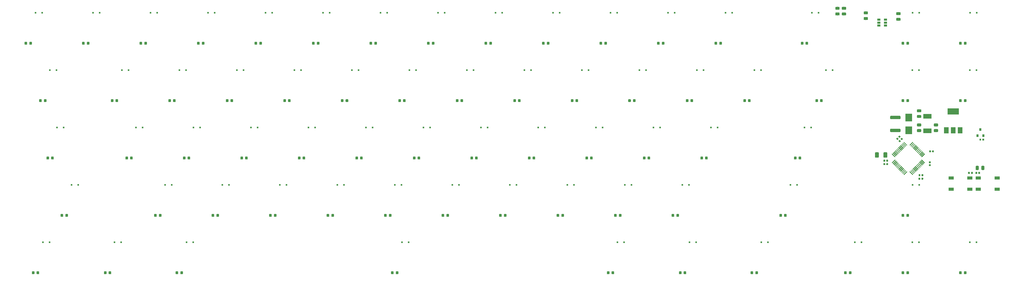
<source format=gbr>
G04 #@! TF.GenerationSoftware,KiCad,Pcbnew,(5.1.4)-1*
G04 #@! TF.CreationDate,2020-07-02T22:35:46-04:00*
G04 #@! TF.ProjectId,soph68,736f7068-3638-42e6-9b69-6361645f7063,rev?*
G04 #@! TF.SameCoordinates,Original*
G04 #@! TF.FileFunction,Paste,Bot*
G04 #@! TF.FilePolarity,Positive*
%FSLAX46Y46*%
G04 Gerber Fmt 4.6, Leading zero omitted, Abs format (unit mm)*
G04 Created by KiCad (PCBNEW (5.1.4)-1) date 2020-07-02 22:35:46*
%MOMM*%
%LPD*%
G04 APERTURE LIST*
%ADD10R,1.800000X1.100000*%
%ADD11C,0.100000*%
%ADD12C,0.590000*%
%ADD13R,1.500000X2.000000*%
%ADD14R,3.800000X2.000000*%
%ADD15C,0.975000*%
%ADD16C,1.125000*%
%ADD17R,2.300000X2.500000*%
%ADD18R,2.700000X1.500000*%
%ADD19C,0.300000*%
%ADD20R,1.060000X0.650000*%
%ADD21C,1.250000*%
%ADD22C,0.875000*%
%ADD23R,0.800000X0.900000*%
%ADD24R,0.500000X0.500000*%
G04 APERTURE END LIST*
D10*
X334720000Y-110689000D03*
X340920000Y-110689000D03*
X334720000Y-106989000D03*
X340920000Y-106989000D03*
X349937000Y-106989000D03*
X343737000Y-106989000D03*
X349937000Y-110689000D03*
X343737000Y-110689000D03*
D11*
G36*
X344181958Y-104963710D02*
G01*
X344196276Y-104965834D01*
X344210317Y-104969351D01*
X344223946Y-104974228D01*
X344237031Y-104980417D01*
X344249447Y-104987858D01*
X344261073Y-104996481D01*
X344271798Y-105006202D01*
X344281519Y-105016927D01*
X344290142Y-105028553D01*
X344297583Y-105040969D01*
X344303772Y-105054054D01*
X344308649Y-105067683D01*
X344312166Y-105081724D01*
X344314290Y-105096042D01*
X344315000Y-105110500D01*
X344315000Y-105455500D01*
X344314290Y-105469958D01*
X344312166Y-105484276D01*
X344308649Y-105498317D01*
X344303772Y-105511946D01*
X344297583Y-105525031D01*
X344290142Y-105537447D01*
X344281519Y-105549073D01*
X344271798Y-105559798D01*
X344261073Y-105569519D01*
X344249447Y-105578142D01*
X344237031Y-105585583D01*
X344223946Y-105591772D01*
X344210317Y-105596649D01*
X344196276Y-105600166D01*
X344181958Y-105602290D01*
X344167500Y-105603000D01*
X343872500Y-105603000D01*
X343858042Y-105602290D01*
X343843724Y-105600166D01*
X343829683Y-105596649D01*
X343816054Y-105591772D01*
X343802969Y-105585583D01*
X343790553Y-105578142D01*
X343778927Y-105569519D01*
X343768202Y-105559798D01*
X343758481Y-105549073D01*
X343749858Y-105537447D01*
X343742417Y-105525031D01*
X343736228Y-105511946D01*
X343731351Y-105498317D01*
X343727834Y-105484276D01*
X343725710Y-105469958D01*
X343725000Y-105455500D01*
X343725000Y-105110500D01*
X343725710Y-105096042D01*
X343727834Y-105081724D01*
X343731351Y-105067683D01*
X343736228Y-105054054D01*
X343742417Y-105040969D01*
X343749858Y-105028553D01*
X343758481Y-105016927D01*
X343768202Y-105006202D01*
X343778927Y-104996481D01*
X343790553Y-104987858D01*
X343802969Y-104980417D01*
X343816054Y-104974228D01*
X343829683Y-104969351D01*
X343843724Y-104965834D01*
X343858042Y-104963710D01*
X343872500Y-104963000D01*
X344167500Y-104963000D01*
X344181958Y-104963710D01*
X344181958Y-104963710D01*
G37*
D12*
X344020000Y-105283000D03*
D11*
G36*
X343211958Y-104963710D02*
G01*
X343226276Y-104965834D01*
X343240317Y-104969351D01*
X343253946Y-104974228D01*
X343267031Y-104980417D01*
X343279447Y-104987858D01*
X343291073Y-104996481D01*
X343301798Y-105006202D01*
X343311519Y-105016927D01*
X343320142Y-105028553D01*
X343327583Y-105040969D01*
X343333772Y-105054054D01*
X343338649Y-105067683D01*
X343342166Y-105081724D01*
X343344290Y-105096042D01*
X343345000Y-105110500D01*
X343345000Y-105455500D01*
X343344290Y-105469958D01*
X343342166Y-105484276D01*
X343338649Y-105498317D01*
X343333772Y-105511946D01*
X343327583Y-105525031D01*
X343320142Y-105537447D01*
X343311519Y-105549073D01*
X343301798Y-105559798D01*
X343291073Y-105569519D01*
X343279447Y-105578142D01*
X343267031Y-105585583D01*
X343253946Y-105591772D01*
X343240317Y-105596649D01*
X343226276Y-105600166D01*
X343211958Y-105602290D01*
X343197500Y-105603000D01*
X342902500Y-105603000D01*
X342888042Y-105602290D01*
X342873724Y-105600166D01*
X342859683Y-105596649D01*
X342846054Y-105591772D01*
X342832969Y-105585583D01*
X342820553Y-105578142D01*
X342808927Y-105569519D01*
X342798202Y-105559798D01*
X342788481Y-105549073D01*
X342779858Y-105537447D01*
X342772417Y-105525031D01*
X342766228Y-105511946D01*
X342761351Y-105498317D01*
X342757834Y-105484276D01*
X342755710Y-105469958D01*
X342755000Y-105455500D01*
X342755000Y-105110500D01*
X342755710Y-105096042D01*
X342757834Y-105081724D01*
X342761351Y-105067683D01*
X342766228Y-105054054D01*
X342772417Y-105040969D01*
X342779858Y-105028553D01*
X342788481Y-105016927D01*
X342798202Y-105006202D01*
X342808927Y-104996481D01*
X342820553Y-104987858D01*
X342832969Y-104980417D01*
X342846054Y-104974228D01*
X342859683Y-104969351D01*
X342873724Y-104965834D01*
X342888042Y-104963710D01*
X342902500Y-104963000D01*
X343197500Y-104963000D01*
X343211958Y-104963710D01*
X343211958Y-104963710D01*
G37*
D12*
X343050000Y-105283000D03*
D13*
X337707000Y-91161000D03*
X333107000Y-91161000D03*
X335407000Y-91161000D03*
D14*
X335407000Y-84861000D03*
D11*
G36*
X330172142Y-88873174D02*
G01*
X330195803Y-88876684D01*
X330219007Y-88882496D01*
X330241529Y-88890554D01*
X330263153Y-88900782D01*
X330283670Y-88913079D01*
X330302883Y-88927329D01*
X330320607Y-88943393D01*
X330336671Y-88961117D01*
X330350921Y-88980330D01*
X330363218Y-89000847D01*
X330373446Y-89022471D01*
X330381504Y-89044993D01*
X330387316Y-89068197D01*
X330390826Y-89091858D01*
X330392000Y-89115750D01*
X330392000Y-89603250D01*
X330390826Y-89627142D01*
X330387316Y-89650803D01*
X330381504Y-89674007D01*
X330373446Y-89696529D01*
X330363218Y-89718153D01*
X330350921Y-89738670D01*
X330336671Y-89757883D01*
X330320607Y-89775607D01*
X330302883Y-89791671D01*
X330283670Y-89805921D01*
X330263153Y-89818218D01*
X330241529Y-89828446D01*
X330219007Y-89836504D01*
X330195803Y-89842316D01*
X330172142Y-89845826D01*
X330148250Y-89847000D01*
X329235750Y-89847000D01*
X329211858Y-89845826D01*
X329188197Y-89842316D01*
X329164993Y-89836504D01*
X329142471Y-89828446D01*
X329120847Y-89818218D01*
X329100330Y-89805921D01*
X329081117Y-89791671D01*
X329063393Y-89775607D01*
X329047329Y-89757883D01*
X329033079Y-89738670D01*
X329020782Y-89718153D01*
X329010554Y-89696529D01*
X329002496Y-89674007D01*
X328996684Y-89650803D01*
X328993174Y-89627142D01*
X328992000Y-89603250D01*
X328992000Y-89115750D01*
X328993174Y-89091858D01*
X328996684Y-89068197D01*
X329002496Y-89044993D01*
X329010554Y-89022471D01*
X329020782Y-89000847D01*
X329033079Y-88980330D01*
X329047329Y-88961117D01*
X329063393Y-88943393D01*
X329081117Y-88927329D01*
X329100330Y-88913079D01*
X329120847Y-88900782D01*
X329142471Y-88890554D01*
X329164993Y-88882496D01*
X329188197Y-88876684D01*
X329211858Y-88873174D01*
X329235750Y-88872000D01*
X330148250Y-88872000D01*
X330172142Y-88873174D01*
X330172142Y-88873174D01*
G37*
D15*
X329692000Y-89359500D03*
D11*
G36*
X330172142Y-90748174D02*
G01*
X330195803Y-90751684D01*
X330219007Y-90757496D01*
X330241529Y-90765554D01*
X330263153Y-90775782D01*
X330283670Y-90788079D01*
X330302883Y-90802329D01*
X330320607Y-90818393D01*
X330336671Y-90836117D01*
X330350921Y-90855330D01*
X330363218Y-90875847D01*
X330373446Y-90897471D01*
X330381504Y-90919993D01*
X330387316Y-90943197D01*
X330390826Y-90966858D01*
X330392000Y-90990750D01*
X330392000Y-91478250D01*
X330390826Y-91502142D01*
X330387316Y-91525803D01*
X330381504Y-91549007D01*
X330373446Y-91571529D01*
X330363218Y-91593153D01*
X330350921Y-91613670D01*
X330336671Y-91632883D01*
X330320607Y-91650607D01*
X330302883Y-91666671D01*
X330283670Y-91680921D01*
X330263153Y-91693218D01*
X330241529Y-91703446D01*
X330219007Y-91711504D01*
X330195803Y-91717316D01*
X330172142Y-91720826D01*
X330148250Y-91722000D01*
X329235750Y-91722000D01*
X329211858Y-91720826D01*
X329188197Y-91717316D01*
X329164993Y-91711504D01*
X329142471Y-91703446D01*
X329120847Y-91693218D01*
X329100330Y-91680921D01*
X329081117Y-91666671D01*
X329063393Y-91650607D01*
X329047329Y-91632883D01*
X329033079Y-91613670D01*
X329020782Y-91593153D01*
X329010554Y-91571529D01*
X329002496Y-91549007D01*
X328996684Y-91525803D01*
X328993174Y-91502142D01*
X328992000Y-91478250D01*
X328992000Y-90990750D01*
X328993174Y-90966858D01*
X328996684Y-90943197D01*
X329002496Y-90919993D01*
X329010554Y-90897471D01*
X329020782Y-90875847D01*
X329033079Y-90855330D01*
X329047329Y-90836117D01*
X329063393Y-90818393D01*
X329081117Y-90802329D01*
X329100330Y-90788079D01*
X329120847Y-90775782D01*
X329142471Y-90765554D01*
X329164993Y-90757496D01*
X329188197Y-90751684D01*
X329211858Y-90748174D01*
X329235750Y-90747000D01*
X330148250Y-90747000D01*
X330172142Y-90748174D01*
X330172142Y-90748174D01*
G37*
D15*
X329692000Y-91234500D03*
D11*
G36*
X317704505Y-86328204D02*
G01*
X317728773Y-86331804D01*
X317752572Y-86337765D01*
X317775671Y-86346030D01*
X317797850Y-86356520D01*
X317818893Y-86369132D01*
X317838599Y-86383747D01*
X317856777Y-86400223D01*
X317873253Y-86418401D01*
X317887868Y-86438107D01*
X317900480Y-86459150D01*
X317910970Y-86481329D01*
X317919235Y-86504428D01*
X317925196Y-86528227D01*
X317928796Y-86552495D01*
X317930000Y-86576999D01*
X317930000Y-87202001D01*
X317928796Y-87226505D01*
X317925196Y-87250773D01*
X317919235Y-87274572D01*
X317910970Y-87297671D01*
X317900480Y-87319850D01*
X317887868Y-87340893D01*
X317873253Y-87360599D01*
X317856777Y-87378777D01*
X317838599Y-87395253D01*
X317818893Y-87409868D01*
X317797850Y-87422480D01*
X317775671Y-87432970D01*
X317752572Y-87441235D01*
X317728773Y-87447196D01*
X317704505Y-87450796D01*
X317680001Y-87452000D01*
X314779999Y-87452000D01*
X314755495Y-87450796D01*
X314731227Y-87447196D01*
X314707428Y-87441235D01*
X314684329Y-87432970D01*
X314662150Y-87422480D01*
X314641107Y-87409868D01*
X314621401Y-87395253D01*
X314603223Y-87378777D01*
X314586747Y-87360599D01*
X314572132Y-87340893D01*
X314559520Y-87319850D01*
X314549030Y-87297671D01*
X314540765Y-87274572D01*
X314534804Y-87250773D01*
X314531204Y-87226505D01*
X314530000Y-87202001D01*
X314530000Y-86576999D01*
X314531204Y-86552495D01*
X314534804Y-86528227D01*
X314540765Y-86504428D01*
X314549030Y-86481329D01*
X314559520Y-86459150D01*
X314572132Y-86438107D01*
X314586747Y-86418401D01*
X314603223Y-86400223D01*
X314621401Y-86383747D01*
X314641107Y-86369132D01*
X314662150Y-86356520D01*
X314684329Y-86346030D01*
X314707428Y-86337765D01*
X314731227Y-86331804D01*
X314755495Y-86328204D01*
X314779999Y-86327000D01*
X317680001Y-86327000D01*
X317704505Y-86328204D01*
X317704505Y-86328204D01*
G37*
D16*
X316230000Y-86889500D03*
D11*
G36*
X317704505Y-90603204D02*
G01*
X317728773Y-90606804D01*
X317752572Y-90612765D01*
X317775671Y-90621030D01*
X317797850Y-90631520D01*
X317818893Y-90644132D01*
X317838599Y-90658747D01*
X317856777Y-90675223D01*
X317873253Y-90693401D01*
X317887868Y-90713107D01*
X317900480Y-90734150D01*
X317910970Y-90756329D01*
X317919235Y-90779428D01*
X317925196Y-90803227D01*
X317928796Y-90827495D01*
X317930000Y-90851999D01*
X317930000Y-91477001D01*
X317928796Y-91501505D01*
X317925196Y-91525773D01*
X317919235Y-91549572D01*
X317910970Y-91572671D01*
X317900480Y-91594850D01*
X317887868Y-91615893D01*
X317873253Y-91635599D01*
X317856777Y-91653777D01*
X317838599Y-91670253D01*
X317818893Y-91684868D01*
X317797850Y-91697480D01*
X317775671Y-91707970D01*
X317752572Y-91716235D01*
X317728773Y-91722196D01*
X317704505Y-91725796D01*
X317680001Y-91727000D01*
X314779999Y-91727000D01*
X314755495Y-91725796D01*
X314731227Y-91722196D01*
X314707428Y-91716235D01*
X314684329Y-91707970D01*
X314662150Y-91697480D01*
X314641107Y-91684868D01*
X314621401Y-91670253D01*
X314603223Y-91653777D01*
X314586747Y-91635599D01*
X314572132Y-91615893D01*
X314559520Y-91594850D01*
X314549030Y-91572671D01*
X314540765Y-91549572D01*
X314534804Y-91525773D01*
X314531204Y-91501505D01*
X314530000Y-91477001D01*
X314530000Y-90851999D01*
X314531204Y-90827495D01*
X314534804Y-90803227D01*
X314540765Y-90779428D01*
X314549030Y-90756329D01*
X314559520Y-90734150D01*
X314572132Y-90713107D01*
X314586747Y-90693401D01*
X314603223Y-90675223D01*
X314621401Y-90658747D01*
X314641107Y-90644132D01*
X314662150Y-90631520D01*
X314684329Y-90621030D01*
X314707428Y-90612765D01*
X314731227Y-90606804D01*
X314755495Y-90603204D01*
X314779999Y-90602000D01*
X317680001Y-90602000D01*
X317704505Y-90603204D01*
X317704505Y-90603204D01*
G37*
D16*
X316230000Y-91164500D03*
D17*
X320675000Y-86877000D03*
X320675000Y-91177000D03*
D18*
X326898000Y-86500000D03*
X326898000Y-91300000D03*
D11*
G36*
X324584142Y-86049174D02*
G01*
X324607803Y-86052684D01*
X324631007Y-86058496D01*
X324653529Y-86066554D01*
X324675153Y-86076782D01*
X324695670Y-86089079D01*
X324714883Y-86103329D01*
X324732607Y-86119393D01*
X324748671Y-86137117D01*
X324762921Y-86156330D01*
X324775218Y-86176847D01*
X324785446Y-86198471D01*
X324793504Y-86220993D01*
X324799316Y-86244197D01*
X324802826Y-86267858D01*
X324804000Y-86291750D01*
X324804000Y-86779250D01*
X324802826Y-86803142D01*
X324799316Y-86826803D01*
X324793504Y-86850007D01*
X324785446Y-86872529D01*
X324775218Y-86894153D01*
X324762921Y-86914670D01*
X324748671Y-86933883D01*
X324732607Y-86951607D01*
X324714883Y-86967671D01*
X324695670Y-86981921D01*
X324675153Y-86994218D01*
X324653529Y-87004446D01*
X324631007Y-87012504D01*
X324607803Y-87018316D01*
X324584142Y-87021826D01*
X324560250Y-87023000D01*
X323647750Y-87023000D01*
X323623858Y-87021826D01*
X323600197Y-87018316D01*
X323576993Y-87012504D01*
X323554471Y-87004446D01*
X323532847Y-86994218D01*
X323512330Y-86981921D01*
X323493117Y-86967671D01*
X323475393Y-86951607D01*
X323459329Y-86933883D01*
X323445079Y-86914670D01*
X323432782Y-86894153D01*
X323422554Y-86872529D01*
X323414496Y-86850007D01*
X323408684Y-86826803D01*
X323405174Y-86803142D01*
X323404000Y-86779250D01*
X323404000Y-86291750D01*
X323405174Y-86267858D01*
X323408684Y-86244197D01*
X323414496Y-86220993D01*
X323422554Y-86198471D01*
X323432782Y-86176847D01*
X323445079Y-86156330D01*
X323459329Y-86137117D01*
X323475393Y-86119393D01*
X323493117Y-86103329D01*
X323512330Y-86089079D01*
X323532847Y-86076782D01*
X323554471Y-86066554D01*
X323576993Y-86058496D01*
X323600197Y-86052684D01*
X323623858Y-86049174D01*
X323647750Y-86048000D01*
X324560250Y-86048000D01*
X324584142Y-86049174D01*
X324584142Y-86049174D01*
G37*
D15*
X324104000Y-86535500D03*
D11*
G36*
X324584142Y-84174174D02*
G01*
X324607803Y-84177684D01*
X324631007Y-84183496D01*
X324653529Y-84191554D01*
X324675153Y-84201782D01*
X324695670Y-84214079D01*
X324714883Y-84228329D01*
X324732607Y-84244393D01*
X324748671Y-84262117D01*
X324762921Y-84281330D01*
X324775218Y-84301847D01*
X324785446Y-84323471D01*
X324793504Y-84345993D01*
X324799316Y-84369197D01*
X324802826Y-84392858D01*
X324804000Y-84416750D01*
X324804000Y-84904250D01*
X324802826Y-84928142D01*
X324799316Y-84951803D01*
X324793504Y-84975007D01*
X324785446Y-84997529D01*
X324775218Y-85019153D01*
X324762921Y-85039670D01*
X324748671Y-85058883D01*
X324732607Y-85076607D01*
X324714883Y-85092671D01*
X324695670Y-85106921D01*
X324675153Y-85119218D01*
X324653529Y-85129446D01*
X324631007Y-85137504D01*
X324607803Y-85143316D01*
X324584142Y-85146826D01*
X324560250Y-85148000D01*
X323647750Y-85148000D01*
X323623858Y-85146826D01*
X323600197Y-85143316D01*
X323576993Y-85137504D01*
X323554471Y-85129446D01*
X323532847Y-85119218D01*
X323512330Y-85106921D01*
X323493117Y-85092671D01*
X323475393Y-85076607D01*
X323459329Y-85058883D01*
X323445079Y-85039670D01*
X323432782Y-85019153D01*
X323422554Y-84997529D01*
X323414496Y-84975007D01*
X323408684Y-84951803D01*
X323405174Y-84928142D01*
X323404000Y-84904250D01*
X323404000Y-84416750D01*
X323405174Y-84392858D01*
X323408684Y-84369197D01*
X323414496Y-84345993D01*
X323422554Y-84323471D01*
X323432782Y-84301847D01*
X323445079Y-84281330D01*
X323459329Y-84262117D01*
X323475393Y-84244393D01*
X323493117Y-84228329D01*
X323512330Y-84214079D01*
X323532847Y-84201782D01*
X323554471Y-84191554D01*
X323576993Y-84183496D01*
X323600197Y-84177684D01*
X323623858Y-84174174D01*
X323647750Y-84173000D01*
X324560250Y-84173000D01*
X324584142Y-84174174D01*
X324584142Y-84174174D01*
G37*
D15*
X324104000Y-84660500D03*
D11*
G36*
X324584142Y-88873174D02*
G01*
X324607803Y-88876684D01*
X324631007Y-88882496D01*
X324653529Y-88890554D01*
X324675153Y-88900782D01*
X324695670Y-88913079D01*
X324714883Y-88927329D01*
X324732607Y-88943393D01*
X324748671Y-88961117D01*
X324762921Y-88980330D01*
X324775218Y-89000847D01*
X324785446Y-89022471D01*
X324793504Y-89044993D01*
X324799316Y-89068197D01*
X324802826Y-89091858D01*
X324804000Y-89115750D01*
X324804000Y-89603250D01*
X324802826Y-89627142D01*
X324799316Y-89650803D01*
X324793504Y-89674007D01*
X324785446Y-89696529D01*
X324775218Y-89718153D01*
X324762921Y-89738670D01*
X324748671Y-89757883D01*
X324732607Y-89775607D01*
X324714883Y-89791671D01*
X324695670Y-89805921D01*
X324675153Y-89818218D01*
X324653529Y-89828446D01*
X324631007Y-89836504D01*
X324607803Y-89842316D01*
X324584142Y-89845826D01*
X324560250Y-89847000D01*
X323647750Y-89847000D01*
X323623858Y-89845826D01*
X323600197Y-89842316D01*
X323576993Y-89836504D01*
X323554471Y-89828446D01*
X323532847Y-89818218D01*
X323512330Y-89805921D01*
X323493117Y-89791671D01*
X323475393Y-89775607D01*
X323459329Y-89757883D01*
X323445079Y-89738670D01*
X323432782Y-89718153D01*
X323422554Y-89696529D01*
X323414496Y-89674007D01*
X323408684Y-89650803D01*
X323405174Y-89627142D01*
X323404000Y-89603250D01*
X323404000Y-89115750D01*
X323405174Y-89091858D01*
X323408684Y-89068197D01*
X323414496Y-89044993D01*
X323422554Y-89022471D01*
X323432782Y-89000847D01*
X323445079Y-88980330D01*
X323459329Y-88961117D01*
X323475393Y-88943393D01*
X323493117Y-88927329D01*
X323512330Y-88913079D01*
X323532847Y-88900782D01*
X323554471Y-88890554D01*
X323576993Y-88882496D01*
X323600197Y-88876684D01*
X323623858Y-88873174D01*
X323647750Y-88872000D01*
X324560250Y-88872000D01*
X324584142Y-88873174D01*
X324584142Y-88873174D01*
G37*
D15*
X324104000Y-89359500D03*
D11*
G36*
X324584142Y-90748174D02*
G01*
X324607803Y-90751684D01*
X324631007Y-90757496D01*
X324653529Y-90765554D01*
X324675153Y-90775782D01*
X324695670Y-90788079D01*
X324714883Y-90802329D01*
X324732607Y-90818393D01*
X324748671Y-90836117D01*
X324762921Y-90855330D01*
X324775218Y-90875847D01*
X324785446Y-90897471D01*
X324793504Y-90919993D01*
X324799316Y-90943197D01*
X324802826Y-90966858D01*
X324804000Y-90990750D01*
X324804000Y-91478250D01*
X324802826Y-91502142D01*
X324799316Y-91525803D01*
X324793504Y-91549007D01*
X324785446Y-91571529D01*
X324775218Y-91593153D01*
X324762921Y-91613670D01*
X324748671Y-91632883D01*
X324732607Y-91650607D01*
X324714883Y-91666671D01*
X324695670Y-91680921D01*
X324675153Y-91693218D01*
X324653529Y-91703446D01*
X324631007Y-91711504D01*
X324607803Y-91717316D01*
X324584142Y-91720826D01*
X324560250Y-91722000D01*
X323647750Y-91722000D01*
X323623858Y-91720826D01*
X323600197Y-91717316D01*
X323576993Y-91711504D01*
X323554471Y-91703446D01*
X323532847Y-91693218D01*
X323512330Y-91680921D01*
X323493117Y-91666671D01*
X323475393Y-91650607D01*
X323459329Y-91632883D01*
X323445079Y-91613670D01*
X323432782Y-91593153D01*
X323422554Y-91571529D01*
X323414496Y-91549007D01*
X323408684Y-91525803D01*
X323405174Y-91502142D01*
X323404000Y-91478250D01*
X323404000Y-90990750D01*
X323405174Y-90966858D01*
X323408684Y-90943197D01*
X323414496Y-90919993D01*
X323422554Y-90897471D01*
X323432782Y-90875847D01*
X323445079Y-90855330D01*
X323459329Y-90836117D01*
X323475393Y-90818393D01*
X323493117Y-90802329D01*
X323512330Y-90788079D01*
X323532847Y-90775782D01*
X323554471Y-90765554D01*
X323576993Y-90757496D01*
X323600197Y-90751684D01*
X323623858Y-90748174D01*
X323647750Y-90747000D01*
X324560250Y-90747000D01*
X324584142Y-90748174D01*
X324584142Y-90748174D01*
G37*
D15*
X324104000Y-91234500D03*
D11*
G36*
X299692142Y-52013174D02*
G01*
X299715803Y-52016684D01*
X299739007Y-52022496D01*
X299761529Y-52030554D01*
X299783153Y-52040782D01*
X299803670Y-52053079D01*
X299822883Y-52067329D01*
X299840607Y-52083393D01*
X299856671Y-52101117D01*
X299870921Y-52120330D01*
X299883218Y-52140847D01*
X299893446Y-52162471D01*
X299901504Y-52184993D01*
X299907316Y-52208197D01*
X299910826Y-52231858D01*
X299912000Y-52255750D01*
X299912000Y-52743250D01*
X299910826Y-52767142D01*
X299907316Y-52790803D01*
X299901504Y-52814007D01*
X299893446Y-52836529D01*
X299883218Y-52858153D01*
X299870921Y-52878670D01*
X299856671Y-52897883D01*
X299840607Y-52915607D01*
X299822883Y-52931671D01*
X299803670Y-52945921D01*
X299783153Y-52958218D01*
X299761529Y-52968446D01*
X299739007Y-52976504D01*
X299715803Y-52982316D01*
X299692142Y-52985826D01*
X299668250Y-52987000D01*
X298755750Y-52987000D01*
X298731858Y-52985826D01*
X298708197Y-52982316D01*
X298684993Y-52976504D01*
X298662471Y-52968446D01*
X298640847Y-52958218D01*
X298620330Y-52945921D01*
X298601117Y-52931671D01*
X298583393Y-52915607D01*
X298567329Y-52897883D01*
X298553079Y-52878670D01*
X298540782Y-52858153D01*
X298530554Y-52836529D01*
X298522496Y-52814007D01*
X298516684Y-52790803D01*
X298513174Y-52767142D01*
X298512000Y-52743250D01*
X298512000Y-52255750D01*
X298513174Y-52231858D01*
X298516684Y-52208197D01*
X298522496Y-52184993D01*
X298530554Y-52162471D01*
X298540782Y-52140847D01*
X298553079Y-52120330D01*
X298567329Y-52101117D01*
X298583393Y-52083393D01*
X298601117Y-52067329D01*
X298620330Y-52053079D01*
X298640847Y-52040782D01*
X298662471Y-52030554D01*
X298684993Y-52022496D01*
X298708197Y-52016684D01*
X298731858Y-52013174D01*
X298755750Y-52012000D01*
X299668250Y-52012000D01*
X299692142Y-52013174D01*
X299692142Y-52013174D01*
G37*
D15*
X299212000Y-52499500D03*
D11*
G36*
X299692142Y-50138174D02*
G01*
X299715803Y-50141684D01*
X299739007Y-50147496D01*
X299761529Y-50155554D01*
X299783153Y-50165782D01*
X299803670Y-50178079D01*
X299822883Y-50192329D01*
X299840607Y-50208393D01*
X299856671Y-50226117D01*
X299870921Y-50245330D01*
X299883218Y-50265847D01*
X299893446Y-50287471D01*
X299901504Y-50309993D01*
X299907316Y-50333197D01*
X299910826Y-50356858D01*
X299912000Y-50380750D01*
X299912000Y-50868250D01*
X299910826Y-50892142D01*
X299907316Y-50915803D01*
X299901504Y-50939007D01*
X299893446Y-50961529D01*
X299883218Y-50983153D01*
X299870921Y-51003670D01*
X299856671Y-51022883D01*
X299840607Y-51040607D01*
X299822883Y-51056671D01*
X299803670Y-51070921D01*
X299783153Y-51083218D01*
X299761529Y-51093446D01*
X299739007Y-51101504D01*
X299715803Y-51107316D01*
X299692142Y-51110826D01*
X299668250Y-51112000D01*
X298755750Y-51112000D01*
X298731858Y-51110826D01*
X298708197Y-51107316D01*
X298684993Y-51101504D01*
X298662471Y-51093446D01*
X298640847Y-51083218D01*
X298620330Y-51070921D01*
X298601117Y-51056671D01*
X298583393Y-51040607D01*
X298567329Y-51022883D01*
X298553079Y-51003670D01*
X298540782Y-50983153D01*
X298530554Y-50961529D01*
X298522496Y-50939007D01*
X298516684Y-50915803D01*
X298513174Y-50892142D01*
X298512000Y-50868250D01*
X298512000Y-50380750D01*
X298513174Y-50356858D01*
X298516684Y-50333197D01*
X298522496Y-50309993D01*
X298530554Y-50287471D01*
X298540782Y-50265847D01*
X298553079Y-50245330D01*
X298567329Y-50226117D01*
X298583393Y-50208393D01*
X298601117Y-50192329D01*
X298620330Y-50178079D01*
X298640847Y-50165782D01*
X298662471Y-50155554D01*
X298684993Y-50147496D01*
X298708197Y-50141684D01*
X298731858Y-50138174D01*
X298755750Y-50137000D01*
X299668250Y-50137000D01*
X299692142Y-50138174D01*
X299692142Y-50138174D01*
G37*
D15*
X299212000Y-50624500D03*
D11*
G36*
X297533142Y-52013174D02*
G01*
X297556803Y-52016684D01*
X297580007Y-52022496D01*
X297602529Y-52030554D01*
X297624153Y-52040782D01*
X297644670Y-52053079D01*
X297663883Y-52067329D01*
X297681607Y-52083393D01*
X297697671Y-52101117D01*
X297711921Y-52120330D01*
X297724218Y-52140847D01*
X297734446Y-52162471D01*
X297742504Y-52184993D01*
X297748316Y-52208197D01*
X297751826Y-52231858D01*
X297753000Y-52255750D01*
X297753000Y-52743250D01*
X297751826Y-52767142D01*
X297748316Y-52790803D01*
X297742504Y-52814007D01*
X297734446Y-52836529D01*
X297724218Y-52858153D01*
X297711921Y-52878670D01*
X297697671Y-52897883D01*
X297681607Y-52915607D01*
X297663883Y-52931671D01*
X297644670Y-52945921D01*
X297624153Y-52958218D01*
X297602529Y-52968446D01*
X297580007Y-52976504D01*
X297556803Y-52982316D01*
X297533142Y-52985826D01*
X297509250Y-52987000D01*
X296596750Y-52987000D01*
X296572858Y-52985826D01*
X296549197Y-52982316D01*
X296525993Y-52976504D01*
X296503471Y-52968446D01*
X296481847Y-52958218D01*
X296461330Y-52945921D01*
X296442117Y-52931671D01*
X296424393Y-52915607D01*
X296408329Y-52897883D01*
X296394079Y-52878670D01*
X296381782Y-52858153D01*
X296371554Y-52836529D01*
X296363496Y-52814007D01*
X296357684Y-52790803D01*
X296354174Y-52767142D01*
X296353000Y-52743250D01*
X296353000Y-52255750D01*
X296354174Y-52231858D01*
X296357684Y-52208197D01*
X296363496Y-52184993D01*
X296371554Y-52162471D01*
X296381782Y-52140847D01*
X296394079Y-52120330D01*
X296408329Y-52101117D01*
X296424393Y-52083393D01*
X296442117Y-52067329D01*
X296461330Y-52053079D01*
X296481847Y-52040782D01*
X296503471Y-52030554D01*
X296525993Y-52022496D01*
X296549197Y-52016684D01*
X296572858Y-52013174D01*
X296596750Y-52012000D01*
X297509250Y-52012000D01*
X297533142Y-52013174D01*
X297533142Y-52013174D01*
G37*
D15*
X297053000Y-52499500D03*
D11*
G36*
X297533142Y-50138174D02*
G01*
X297556803Y-50141684D01*
X297580007Y-50147496D01*
X297602529Y-50155554D01*
X297624153Y-50165782D01*
X297644670Y-50178079D01*
X297663883Y-50192329D01*
X297681607Y-50208393D01*
X297697671Y-50226117D01*
X297711921Y-50245330D01*
X297724218Y-50265847D01*
X297734446Y-50287471D01*
X297742504Y-50309993D01*
X297748316Y-50333197D01*
X297751826Y-50356858D01*
X297753000Y-50380750D01*
X297753000Y-50868250D01*
X297751826Y-50892142D01*
X297748316Y-50915803D01*
X297742504Y-50939007D01*
X297734446Y-50961529D01*
X297724218Y-50983153D01*
X297711921Y-51003670D01*
X297697671Y-51022883D01*
X297681607Y-51040607D01*
X297663883Y-51056671D01*
X297644670Y-51070921D01*
X297624153Y-51083218D01*
X297602529Y-51093446D01*
X297580007Y-51101504D01*
X297556803Y-51107316D01*
X297533142Y-51110826D01*
X297509250Y-51112000D01*
X296596750Y-51112000D01*
X296572858Y-51110826D01*
X296549197Y-51107316D01*
X296525993Y-51101504D01*
X296503471Y-51093446D01*
X296481847Y-51083218D01*
X296461330Y-51070921D01*
X296442117Y-51056671D01*
X296424393Y-51040607D01*
X296408329Y-51022883D01*
X296394079Y-51003670D01*
X296381782Y-50983153D01*
X296371554Y-50961529D01*
X296363496Y-50939007D01*
X296357684Y-50915803D01*
X296354174Y-50892142D01*
X296353000Y-50868250D01*
X296353000Y-50380750D01*
X296354174Y-50356858D01*
X296357684Y-50333197D01*
X296363496Y-50309993D01*
X296371554Y-50287471D01*
X296381782Y-50265847D01*
X296394079Y-50245330D01*
X296408329Y-50226117D01*
X296424393Y-50208393D01*
X296442117Y-50192329D01*
X296461330Y-50178079D01*
X296481847Y-50165782D01*
X296503471Y-50155554D01*
X296525993Y-50147496D01*
X296549197Y-50141684D01*
X296572858Y-50138174D01*
X296596750Y-50137000D01*
X297509250Y-50137000D01*
X297533142Y-50138174D01*
X297533142Y-50138174D01*
G37*
D15*
X297053000Y-50624500D03*
D11*
G36*
X325858652Y-98862082D02*
G01*
X325865933Y-98863162D01*
X325873072Y-98864950D01*
X325880002Y-98867430D01*
X325886656Y-98870577D01*
X325892969Y-98874361D01*
X325898880Y-98878745D01*
X325904334Y-98883688D01*
X326010400Y-98989754D01*
X326015343Y-98995208D01*
X326019727Y-99001119D01*
X326023511Y-99007432D01*
X326026658Y-99014086D01*
X326029138Y-99021016D01*
X326030926Y-99028155D01*
X326032006Y-99035436D01*
X326032367Y-99042787D01*
X326032006Y-99050138D01*
X326030926Y-99057419D01*
X326029138Y-99064558D01*
X326026658Y-99071488D01*
X326023511Y-99078142D01*
X326019727Y-99084455D01*
X326015343Y-99090366D01*
X326010400Y-99095820D01*
X325073484Y-100032736D01*
X325068030Y-100037679D01*
X325062119Y-100042063D01*
X325055806Y-100045847D01*
X325049152Y-100048994D01*
X325042222Y-100051474D01*
X325035083Y-100053262D01*
X325027802Y-100054342D01*
X325020451Y-100054703D01*
X325013100Y-100054342D01*
X325005819Y-100053262D01*
X324998680Y-100051474D01*
X324991750Y-100048994D01*
X324985096Y-100045847D01*
X324978783Y-100042063D01*
X324972872Y-100037679D01*
X324967418Y-100032736D01*
X324861352Y-99926670D01*
X324856409Y-99921216D01*
X324852025Y-99915305D01*
X324848241Y-99908992D01*
X324845094Y-99902338D01*
X324842614Y-99895408D01*
X324840826Y-99888269D01*
X324839746Y-99880988D01*
X324839385Y-99873637D01*
X324839746Y-99866286D01*
X324840826Y-99859005D01*
X324842614Y-99851866D01*
X324845094Y-99844936D01*
X324848241Y-99838282D01*
X324852025Y-99831969D01*
X324856409Y-99826058D01*
X324861352Y-99820604D01*
X325798268Y-98883688D01*
X325803722Y-98878745D01*
X325809633Y-98874361D01*
X325815946Y-98870577D01*
X325822600Y-98867430D01*
X325829530Y-98864950D01*
X325836669Y-98863162D01*
X325843950Y-98862082D01*
X325851301Y-98861721D01*
X325858652Y-98862082D01*
X325858652Y-98862082D01*
G37*
D19*
X325435876Y-99458212D03*
D11*
G36*
X325505098Y-98508528D02*
G01*
X325512379Y-98509608D01*
X325519518Y-98511396D01*
X325526448Y-98513876D01*
X325533102Y-98517023D01*
X325539415Y-98520807D01*
X325545326Y-98525191D01*
X325550780Y-98530134D01*
X325656846Y-98636200D01*
X325661789Y-98641654D01*
X325666173Y-98647565D01*
X325669957Y-98653878D01*
X325673104Y-98660532D01*
X325675584Y-98667462D01*
X325677372Y-98674601D01*
X325678452Y-98681882D01*
X325678813Y-98689233D01*
X325678452Y-98696584D01*
X325677372Y-98703865D01*
X325675584Y-98711004D01*
X325673104Y-98717934D01*
X325669957Y-98724588D01*
X325666173Y-98730901D01*
X325661789Y-98736812D01*
X325656846Y-98742266D01*
X324719930Y-99679182D01*
X324714476Y-99684125D01*
X324708565Y-99688509D01*
X324702252Y-99692293D01*
X324695598Y-99695440D01*
X324688668Y-99697920D01*
X324681529Y-99699708D01*
X324674248Y-99700788D01*
X324666897Y-99701149D01*
X324659546Y-99700788D01*
X324652265Y-99699708D01*
X324645126Y-99697920D01*
X324638196Y-99695440D01*
X324631542Y-99692293D01*
X324625229Y-99688509D01*
X324619318Y-99684125D01*
X324613864Y-99679182D01*
X324507798Y-99573116D01*
X324502855Y-99567662D01*
X324498471Y-99561751D01*
X324494687Y-99555438D01*
X324491540Y-99548784D01*
X324489060Y-99541854D01*
X324487272Y-99534715D01*
X324486192Y-99527434D01*
X324485831Y-99520083D01*
X324486192Y-99512732D01*
X324487272Y-99505451D01*
X324489060Y-99498312D01*
X324491540Y-99491382D01*
X324494687Y-99484728D01*
X324498471Y-99478415D01*
X324502855Y-99472504D01*
X324507798Y-99467050D01*
X325444714Y-98530134D01*
X325450168Y-98525191D01*
X325456079Y-98520807D01*
X325462392Y-98517023D01*
X325469046Y-98513876D01*
X325475976Y-98511396D01*
X325483115Y-98509608D01*
X325490396Y-98508528D01*
X325497747Y-98508167D01*
X325505098Y-98508528D01*
X325505098Y-98508528D01*
G37*
D19*
X325082322Y-99104658D03*
D11*
G36*
X325151545Y-98154975D02*
G01*
X325158826Y-98156055D01*
X325165965Y-98157843D01*
X325172895Y-98160323D01*
X325179549Y-98163470D01*
X325185862Y-98167254D01*
X325191773Y-98171638D01*
X325197227Y-98176581D01*
X325303293Y-98282647D01*
X325308236Y-98288101D01*
X325312620Y-98294012D01*
X325316404Y-98300325D01*
X325319551Y-98306979D01*
X325322031Y-98313909D01*
X325323819Y-98321048D01*
X325324899Y-98328329D01*
X325325260Y-98335680D01*
X325324899Y-98343031D01*
X325323819Y-98350312D01*
X325322031Y-98357451D01*
X325319551Y-98364381D01*
X325316404Y-98371035D01*
X325312620Y-98377348D01*
X325308236Y-98383259D01*
X325303293Y-98388713D01*
X324366377Y-99325629D01*
X324360923Y-99330572D01*
X324355012Y-99334956D01*
X324348699Y-99338740D01*
X324342045Y-99341887D01*
X324335115Y-99344367D01*
X324327976Y-99346155D01*
X324320695Y-99347235D01*
X324313344Y-99347596D01*
X324305993Y-99347235D01*
X324298712Y-99346155D01*
X324291573Y-99344367D01*
X324284643Y-99341887D01*
X324277989Y-99338740D01*
X324271676Y-99334956D01*
X324265765Y-99330572D01*
X324260311Y-99325629D01*
X324154245Y-99219563D01*
X324149302Y-99214109D01*
X324144918Y-99208198D01*
X324141134Y-99201885D01*
X324137987Y-99195231D01*
X324135507Y-99188301D01*
X324133719Y-99181162D01*
X324132639Y-99173881D01*
X324132278Y-99166530D01*
X324132639Y-99159179D01*
X324133719Y-99151898D01*
X324135507Y-99144759D01*
X324137987Y-99137829D01*
X324141134Y-99131175D01*
X324144918Y-99124862D01*
X324149302Y-99118951D01*
X324154245Y-99113497D01*
X325091161Y-98176581D01*
X325096615Y-98171638D01*
X325102526Y-98167254D01*
X325108839Y-98163470D01*
X325115493Y-98160323D01*
X325122423Y-98157843D01*
X325129562Y-98156055D01*
X325136843Y-98154975D01*
X325144194Y-98154614D01*
X325151545Y-98154975D01*
X325151545Y-98154975D01*
G37*
D19*
X324728769Y-98751105D03*
D11*
G36*
X324797991Y-97801421D02*
G01*
X324805272Y-97802501D01*
X324812411Y-97804289D01*
X324819341Y-97806769D01*
X324825995Y-97809916D01*
X324832308Y-97813700D01*
X324838219Y-97818084D01*
X324843673Y-97823027D01*
X324949739Y-97929093D01*
X324954682Y-97934547D01*
X324959066Y-97940458D01*
X324962850Y-97946771D01*
X324965997Y-97953425D01*
X324968477Y-97960355D01*
X324970265Y-97967494D01*
X324971345Y-97974775D01*
X324971706Y-97982126D01*
X324971345Y-97989477D01*
X324970265Y-97996758D01*
X324968477Y-98003897D01*
X324965997Y-98010827D01*
X324962850Y-98017481D01*
X324959066Y-98023794D01*
X324954682Y-98029705D01*
X324949739Y-98035159D01*
X324012823Y-98972075D01*
X324007369Y-98977018D01*
X324001458Y-98981402D01*
X323995145Y-98985186D01*
X323988491Y-98988333D01*
X323981561Y-98990813D01*
X323974422Y-98992601D01*
X323967141Y-98993681D01*
X323959790Y-98994042D01*
X323952439Y-98993681D01*
X323945158Y-98992601D01*
X323938019Y-98990813D01*
X323931089Y-98988333D01*
X323924435Y-98985186D01*
X323918122Y-98981402D01*
X323912211Y-98977018D01*
X323906757Y-98972075D01*
X323800691Y-98866009D01*
X323795748Y-98860555D01*
X323791364Y-98854644D01*
X323787580Y-98848331D01*
X323784433Y-98841677D01*
X323781953Y-98834747D01*
X323780165Y-98827608D01*
X323779085Y-98820327D01*
X323778724Y-98812976D01*
X323779085Y-98805625D01*
X323780165Y-98798344D01*
X323781953Y-98791205D01*
X323784433Y-98784275D01*
X323787580Y-98777621D01*
X323791364Y-98771308D01*
X323795748Y-98765397D01*
X323800691Y-98759943D01*
X324737607Y-97823027D01*
X324743061Y-97818084D01*
X324748972Y-97813700D01*
X324755285Y-97809916D01*
X324761939Y-97806769D01*
X324768869Y-97804289D01*
X324776008Y-97802501D01*
X324783289Y-97801421D01*
X324790640Y-97801060D01*
X324797991Y-97801421D01*
X324797991Y-97801421D01*
G37*
D19*
X324375215Y-98397551D03*
D11*
G36*
X324444438Y-97447868D02*
G01*
X324451719Y-97448948D01*
X324458858Y-97450736D01*
X324465788Y-97453216D01*
X324472442Y-97456363D01*
X324478755Y-97460147D01*
X324484666Y-97464531D01*
X324490120Y-97469474D01*
X324596186Y-97575540D01*
X324601129Y-97580994D01*
X324605513Y-97586905D01*
X324609297Y-97593218D01*
X324612444Y-97599872D01*
X324614924Y-97606802D01*
X324616712Y-97613941D01*
X324617792Y-97621222D01*
X324618153Y-97628573D01*
X324617792Y-97635924D01*
X324616712Y-97643205D01*
X324614924Y-97650344D01*
X324612444Y-97657274D01*
X324609297Y-97663928D01*
X324605513Y-97670241D01*
X324601129Y-97676152D01*
X324596186Y-97681606D01*
X323659270Y-98618522D01*
X323653816Y-98623465D01*
X323647905Y-98627849D01*
X323641592Y-98631633D01*
X323634938Y-98634780D01*
X323628008Y-98637260D01*
X323620869Y-98639048D01*
X323613588Y-98640128D01*
X323606237Y-98640489D01*
X323598886Y-98640128D01*
X323591605Y-98639048D01*
X323584466Y-98637260D01*
X323577536Y-98634780D01*
X323570882Y-98631633D01*
X323564569Y-98627849D01*
X323558658Y-98623465D01*
X323553204Y-98618522D01*
X323447138Y-98512456D01*
X323442195Y-98507002D01*
X323437811Y-98501091D01*
X323434027Y-98494778D01*
X323430880Y-98488124D01*
X323428400Y-98481194D01*
X323426612Y-98474055D01*
X323425532Y-98466774D01*
X323425171Y-98459423D01*
X323425532Y-98452072D01*
X323426612Y-98444791D01*
X323428400Y-98437652D01*
X323430880Y-98430722D01*
X323434027Y-98424068D01*
X323437811Y-98417755D01*
X323442195Y-98411844D01*
X323447138Y-98406390D01*
X324384054Y-97469474D01*
X324389508Y-97464531D01*
X324395419Y-97460147D01*
X324401732Y-97456363D01*
X324408386Y-97453216D01*
X324415316Y-97450736D01*
X324422455Y-97448948D01*
X324429736Y-97447868D01*
X324437087Y-97447507D01*
X324444438Y-97447868D01*
X324444438Y-97447868D01*
G37*
D19*
X324021662Y-98043998D03*
D11*
G36*
X324090885Y-97094315D02*
G01*
X324098166Y-97095395D01*
X324105305Y-97097183D01*
X324112235Y-97099663D01*
X324118889Y-97102810D01*
X324125202Y-97106594D01*
X324131113Y-97110978D01*
X324136567Y-97115921D01*
X324242633Y-97221987D01*
X324247576Y-97227441D01*
X324251960Y-97233352D01*
X324255744Y-97239665D01*
X324258891Y-97246319D01*
X324261371Y-97253249D01*
X324263159Y-97260388D01*
X324264239Y-97267669D01*
X324264600Y-97275020D01*
X324264239Y-97282371D01*
X324263159Y-97289652D01*
X324261371Y-97296791D01*
X324258891Y-97303721D01*
X324255744Y-97310375D01*
X324251960Y-97316688D01*
X324247576Y-97322599D01*
X324242633Y-97328053D01*
X323305717Y-98264969D01*
X323300263Y-98269912D01*
X323294352Y-98274296D01*
X323288039Y-98278080D01*
X323281385Y-98281227D01*
X323274455Y-98283707D01*
X323267316Y-98285495D01*
X323260035Y-98286575D01*
X323252684Y-98286936D01*
X323245333Y-98286575D01*
X323238052Y-98285495D01*
X323230913Y-98283707D01*
X323223983Y-98281227D01*
X323217329Y-98278080D01*
X323211016Y-98274296D01*
X323205105Y-98269912D01*
X323199651Y-98264969D01*
X323093585Y-98158903D01*
X323088642Y-98153449D01*
X323084258Y-98147538D01*
X323080474Y-98141225D01*
X323077327Y-98134571D01*
X323074847Y-98127641D01*
X323073059Y-98120502D01*
X323071979Y-98113221D01*
X323071618Y-98105870D01*
X323071979Y-98098519D01*
X323073059Y-98091238D01*
X323074847Y-98084099D01*
X323077327Y-98077169D01*
X323080474Y-98070515D01*
X323084258Y-98064202D01*
X323088642Y-98058291D01*
X323093585Y-98052837D01*
X324030501Y-97115921D01*
X324035955Y-97110978D01*
X324041866Y-97106594D01*
X324048179Y-97102810D01*
X324054833Y-97099663D01*
X324061763Y-97097183D01*
X324068902Y-97095395D01*
X324076183Y-97094315D01*
X324083534Y-97093954D01*
X324090885Y-97094315D01*
X324090885Y-97094315D01*
G37*
D19*
X323668109Y-97690445D03*
D11*
G36*
X323737331Y-96740761D02*
G01*
X323744612Y-96741841D01*
X323751751Y-96743629D01*
X323758681Y-96746109D01*
X323765335Y-96749256D01*
X323771648Y-96753040D01*
X323777559Y-96757424D01*
X323783013Y-96762367D01*
X323889079Y-96868433D01*
X323894022Y-96873887D01*
X323898406Y-96879798D01*
X323902190Y-96886111D01*
X323905337Y-96892765D01*
X323907817Y-96899695D01*
X323909605Y-96906834D01*
X323910685Y-96914115D01*
X323911046Y-96921466D01*
X323910685Y-96928817D01*
X323909605Y-96936098D01*
X323907817Y-96943237D01*
X323905337Y-96950167D01*
X323902190Y-96956821D01*
X323898406Y-96963134D01*
X323894022Y-96969045D01*
X323889079Y-96974499D01*
X322952163Y-97911415D01*
X322946709Y-97916358D01*
X322940798Y-97920742D01*
X322934485Y-97924526D01*
X322927831Y-97927673D01*
X322920901Y-97930153D01*
X322913762Y-97931941D01*
X322906481Y-97933021D01*
X322899130Y-97933382D01*
X322891779Y-97933021D01*
X322884498Y-97931941D01*
X322877359Y-97930153D01*
X322870429Y-97927673D01*
X322863775Y-97924526D01*
X322857462Y-97920742D01*
X322851551Y-97916358D01*
X322846097Y-97911415D01*
X322740031Y-97805349D01*
X322735088Y-97799895D01*
X322730704Y-97793984D01*
X322726920Y-97787671D01*
X322723773Y-97781017D01*
X322721293Y-97774087D01*
X322719505Y-97766948D01*
X322718425Y-97759667D01*
X322718064Y-97752316D01*
X322718425Y-97744965D01*
X322719505Y-97737684D01*
X322721293Y-97730545D01*
X322723773Y-97723615D01*
X322726920Y-97716961D01*
X322730704Y-97710648D01*
X322735088Y-97704737D01*
X322740031Y-97699283D01*
X323676947Y-96762367D01*
X323682401Y-96757424D01*
X323688312Y-96753040D01*
X323694625Y-96749256D01*
X323701279Y-96746109D01*
X323708209Y-96743629D01*
X323715348Y-96741841D01*
X323722629Y-96740761D01*
X323729980Y-96740400D01*
X323737331Y-96740761D01*
X323737331Y-96740761D01*
G37*
D19*
X323314555Y-97336891D03*
D11*
G36*
X323383778Y-96387208D02*
G01*
X323391059Y-96388288D01*
X323398198Y-96390076D01*
X323405128Y-96392556D01*
X323411782Y-96395703D01*
X323418095Y-96399487D01*
X323424006Y-96403871D01*
X323429460Y-96408814D01*
X323535526Y-96514880D01*
X323540469Y-96520334D01*
X323544853Y-96526245D01*
X323548637Y-96532558D01*
X323551784Y-96539212D01*
X323554264Y-96546142D01*
X323556052Y-96553281D01*
X323557132Y-96560562D01*
X323557493Y-96567913D01*
X323557132Y-96575264D01*
X323556052Y-96582545D01*
X323554264Y-96589684D01*
X323551784Y-96596614D01*
X323548637Y-96603268D01*
X323544853Y-96609581D01*
X323540469Y-96615492D01*
X323535526Y-96620946D01*
X322598610Y-97557862D01*
X322593156Y-97562805D01*
X322587245Y-97567189D01*
X322580932Y-97570973D01*
X322574278Y-97574120D01*
X322567348Y-97576600D01*
X322560209Y-97578388D01*
X322552928Y-97579468D01*
X322545577Y-97579829D01*
X322538226Y-97579468D01*
X322530945Y-97578388D01*
X322523806Y-97576600D01*
X322516876Y-97574120D01*
X322510222Y-97570973D01*
X322503909Y-97567189D01*
X322497998Y-97562805D01*
X322492544Y-97557862D01*
X322386478Y-97451796D01*
X322381535Y-97446342D01*
X322377151Y-97440431D01*
X322373367Y-97434118D01*
X322370220Y-97427464D01*
X322367740Y-97420534D01*
X322365952Y-97413395D01*
X322364872Y-97406114D01*
X322364511Y-97398763D01*
X322364872Y-97391412D01*
X322365952Y-97384131D01*
X322367740Y-97376992D01*
X322370220Y-97370062D01*
X322373367Y-97363408D01*
X322377151Y-97357095D01*
X322381535Y-97351184D01*
X322386478Y-97345730D01*
X323323394Y-96408814D01*
X323328848Y-96403871D01*
X323334759Y-96399487D01*
X323341072Y-96395703D01*
X323347726Y-96392556D01*
X323354656Y-96390076D01*
X323361795Y-96388288D01*
X323369076Y-96387208D01*
X323376427Y-96386847D01*
X323383778Y-96387208D01*
X323383778Y-96387208D01*
G37*
D19*
X322961002Y-96983338D03*
D11*
G36*
X323030225Y-96033655D02*
G01*
X323037506Y-96034735D01*
X323044645Y-96036523D01*
X323051575Y-96039003D01*
X323058229Y-96042150D01*
X323064542Y-96045934D01*
X323070453Y-96050318D01*
X323075907Y-96055261D01*
X323181973Y-96161327D01*
X323186916Y-96166781D01*
X323191300Y-96172692D01*
X323195084Y-96179005D01*
X323198231Y-96185659D01*
X323200711Y-96192589D01*
X323202499Y-96199728D01*
X323203579Y-96207009D01*
X323203940Y-96214360D01*
X323203579Y-96221711D01*
X323202499Y-96228992D01*
X323200711Y-96236131D01*
X323198231Y-96243061D01*
X323195084Y-96249715D01*
X323191300Y-96256028D01*
X323186916Y-96261939D01*
X323181973Y-96267393D01*
X322245057Y-97204309D01*
X322239603Y-97209252D01*
X322233692Y-97213636D01*
X322227379Y-97217420D01*
X322220725Y-97220567D01*
X322213795Y-97223047D01*
X322206656Y-97224835D01*
X322199375Y-97225915D01*
X322192024Y-97226276D01*
X322184673Y-97225915D01*
X322177392Y-97224835D01*
X322170253Y-97223047D01*
X322163323Y-97220567D01*
X322156669Y-97217420D01*
X322150356Y-97213636D01*
X322144445Y-97209252D01*
X322138991Y-97204309D01*
X322032925Y-97098243D01*
X322027982Y-97092789D01*
X322023598Y-97086878D01*
X322019814Y-97080565D01*
X322016667Y-97073911D01*
X322014187Y-97066981D01*
X322012399Y-97059842D01*
X322011319Y-97052561D01*
X322010958Y-97045210D01*
X322011319Y-97037859D01*
X322012399Y-97030578D01*
X322014187Y-97023439D01*
X322016667Y-97016509D01*
X322019814Y-97009855D01*
X322023598Y-97003542D01*
X322027982Y-96997631D01*
X322032925Y-96992177D01*
X322969841Y-96055261D01*
X322975295Y-96050318D01*
X322981206Y-96045934D01*
X322987519Y-96042150D01*
X322994173Y-96039003D01*
X323001103Y-96036523D01*
X323008242Y-96034735D01*
X323015523Y-96033655D01*
X323022874Y-96033294D01*
X323030225Y-96033655D01*
X323030225Y-96033655D01*
G37*
D19*
X322607449Y-96629785D03*
D11*
G36*
X322676671Y-95680101D02*
G01*
X322683952Y-95681181D01*
X322691091Y-95682969D01*
X322698021Y-95685449D01*
X322704675Y-95688596D01*
X322710988Y-95692380D01*
X322716899Y-95696764D01*
X322722353Y-95701707D01*
X322828419Y-95807773D01*
X322833362Y-95813227D01*
X322837746Y-95819138D01*
X322841530Y-95825451D01*
X322844677Y-95832105D01*
X322847157Y-95839035D01*
X322848945Y-95846174D01*
X322850025Y-95853455D01*
X322850386Y-95860806D01*
X322850025Y-95868157D01*
X322848945Y-95875438D01*
X322847157Y-95882577D01*
X322844677Y-95889507D01*
X322841530Y-95896161D01*
X322837746Y-95902474D01*
X322833362Y-95908385D01*
X322828419Y-95913839D01*
X321891503Y-96850755D01*
X321886049Y-96855698D01*
X321880138Y-96860082D01*
X321873825Y-96863866D01*
X321867171Y-96867013D01*
X321860241Y-96869493D01*
X321853102Y-96871281D01*
X321845821Y-96872361D01*
X321838470Y-96872722D01*
X321831119Y-96872361D01*
X321823838Y-96871281D01*
X321816699Y-96869493D01*
X321809769Y-96867013D01*
X321803115Y-96863866D01*
X321796802Y-96860082D01*
X321790891Y-96855698D01*
X321785437Y-96850755D01*
X321679371Y-96744689D01*
X321674428Y-96739235D01*
X321670044Y-96733324D01*
X321666260Y-96727011D01*
X321663113Y-96720357D01*
X321660633Y-96713427D01*
X321658845Y-96706288D01*
X321657765Y-96699007D01*
X321657404Y-96691656D01*
X321657765Y-96684305D01*
X321658845Y-96677024D01*
X321660633Y-96669885D01*
X321663113Y-96662955D01*
X321666260Y-96656301D01*
X321670044Y-96649988D01*
X321674428Y-96644077D01*
X321679371Y-96638623D01*
X322616287Y-95701707D01*
X322621741Y-95696764D01*
X322627652Y-95692380D01*
X322633965Y-95688596D01*
X322640619Y-95685449D01*
X322647549Y-95682969D01*
X322654688Y-95681181D01*
X322661969Y-95680101D01*
X322669320Y-95679740D01*
X322676671Y-95680101D01*
X322676671Y-95680101D01*
G37*
D19*
X322253895Y-96276231D03*
D11*
G36*
X322323118Y-95326548D02*
G01*
X322330399Y-95327628D01*
X322337538Y-95329416D01*
X322344468Y-95331896D01*
X322351122Y-95335043D01*
X322357435Y-95338827D01*
X322363346Y-95343211D01*
X322368800Y-95348154D01*
X322474866Y-95454220D01*
X322479809Y-95459674D01*
X322484193Y-95465585D01*
X322487977Y-95471898D01*
X322491124Y-95478552D01*
X322493604Y-95485482D01*
X322495392Y-95492621D01*
X322496472Y-95499902D01*
X322496833Y-95507253D01*
X322496472Y-95514604D01*
X322495392Y-95521885D01*
X322493604Y-95529024D01*
X322491124Y-95535954D01*
X322487977Y-95542608D01*
X322484193Y-95548921D01*
X322479809Y-95554832D01*
X322474866Y-95560286D01*
X321537950Y-96497202D01*
X321532496Y-96502145D01*
X321526585Y-96506529D01*
X321520272Y-96510313D01*
X321513618Y-96513460D01*
X321506688Y-96515940D01*
X321499549Y-96517728D01*
X321492268Y-96518808D01*
X321484917Y-96519169D01*
X321477566Y-96518808D01*
X321470285Y-96517728D01*
X321463146Y-96515940D01*
X321456216Y-96513460D01*
X321449562Y-96510313D01*
X321443249Y-96506529D01*
X321437338Y-96502145D01*
X321431884Y-96497202D01*
X321325818Y-96391136D01*
X321320875Y-96385682D01*
X321316491Y-96379771D01*
X321312707Y-96373458D01*
X321309560Y-96366804D01*
X321307080Y-96359874D01*
X321305292Y-96352735D01*
X321304212Y-96345454D01*
X321303851Y-96338103D01*
X321304212Y-96330752D01*
X321305292Y-96323471D01*
X321307080Y-96316332D01*
X321309560Y-96309402D01*
X321312707Y-96302748D01*
X321316491Y-96296435D01*
X321320875Y-96290524D01*
X321325818Y-96285070D01*
X322262734Y-95348154D01*
X322268188Y-95343211D01*
X322274099Y-95338827D01*
X322280412Y-95335043D01*
X322287066Y-95331896D01*
X322293996Y-95329416D01*
X322301135Y-95327628D01*
X322308416Y-95326548D01*
X322315767Y-95326187D01*
X322323118Y-95326548D01*
X322323118Y-95326548D01*
G37*
D19*
X321900342Y-95922678D03*
D11*
G36*
X321969564Y-94972994D02*
G01*
X321976845Y-94974074D01*
X321983984Y-94975862D01*
X321990914Y-94978342D01*
X321997568Y-94981489D01*
X322003881Y-94985273D01*
X322009792Y-94989657D01*
X322015246Y-94994600D01*
X322121312Y-95100666D01*
X322126255Y-95106120D01*
X322130639Y-95112031D01*
X322134423Y-95118344D01*
X322137570Y-95124998D01*
X322140050Y-95131928D01*
X322141838Y-95139067D01*
X322142918Y-95146348D01*
X322143279Y-95153699D01*
X322142918Y-95161050D01*
X322141838Y-95168331D01*
X322140050Y-95175470D01*
X322137570Y-95182400D01*
X322134423Y-95189054D01*
X322130639Y-95195367D01*
X322126255Y-95201278D01*
X322121312Y-95206732D01*
X321184396Y-96143648D01*
X321178942Y-96148591D01*
X321173031Y-96152975D01*
X321166718Y-96156759D01*
X321160064Y-96159906D01*
X321153134Y-96162386D01*
X321145995Y-96164174D01*
X321138714Y-96165254D01*
X321131363Y-96165615D01*
X321124012Y-96165254D01*
X321116731Y-96164174D01*
X321109592Y-96162386D01*
X321102662Y-96159906D01*
X321096008Y-96156759D01*
X321089695Y-96152975D01*
X321083784Y-96148591D01*
X321078330Y-96143648D01*
X320972264Y-96037582D01*
X320967321Y-96032128D01*
X320962937Y-96026217D01*
X320959153Y-96019904D01*
X320956006Y-96013250D01*
X320953526Y-96006320D01*
X320951738Y-95999181D01*
X320950658Y-95991900D01*
X320950297Y-95984549D01*
X320950658Y-95977198D01*
X320951738Y-95969917D01*
X320953526Y-95962778D01*
X320956006Y-95955848D01*
X320959153Y-95949194D01*
X320962937Y-95942881D01*
X320967321Y-95936970D01*
X320972264Y-95931516D01*
X321909180Y-94994600D01*
X321914634Y-94989657D01*
X321920545Y-94985273D01*
X321926858Y-94981489D01*
X321933512Y-94978342D01*
X321940442Y-94975862D01*
X321947581Y-94974074D01*
X321954862Y-94972994D01*
X321962213Y-94972633D01*
X321969564Y-94972994D01*
X321969564Y-94972994D01*
G37*
D19*
X321546788Y-95569124D03*
D11*
G36*
X319141138Y-94972994D02*
G01*
X319148419Y-94974074D01*
X319155558Y-94975862D01*
X319162488Y-94978342D01*
X319169142Y-94981489D01*
X319175455Y-94985273D01*
X319181366Y-94989657D01*
X319186820Y-94994600D01*
X320123736Y-95931516D01*
X320128679Y-95936970D01*
X320133063Y-95942881D01*
X320136847Y-95949194D01*
X320139994Y-95955848D01*
X320142474Y-95962778D01*
X320144262Y-95969917D01*
X320145342Y-95977198D01*
X320145703Y-95984549D01*
X320145342Y-95991900D01*
X320144262Y-95999181D01*
X320142474Y-96006320D01*
X320139994Y-96013250D01*
X320136847Y-96019904D01*
X320133063Y-96026217D01*
X320128679Y-96032128D01*
X320123736Y-96037582D01*
X320017670Y-96143648D01*
X320012216Y-96148591D01*
X320006305Y-96152975D01*
X319999992Y-96156759D01*
X319993338Y-96159906D01*
X319986408Y-96162386D01*
X319979269Y-96164174D01*
X319971988Y-96165254D01*
X319964637Y-96165615D01*
X319957286Y-96165254D01*
X319950005Y-96164174D01*
X319942866Y-96162386D01*
X319935936Y-96159906D01*
X319929282Y-96156759D01*
X319922969Y-96152975D01*
X319917058Y-96148591D01*
X319911604Y-96143648D01*
X318974688Y-95206732D01*
X318969745Y-95201278D01*
X318965361Y-95195367D01*
X318961577Y-95189054D01*
X318958430Y-95182400D01*
X318955950Y-95175470D01*
X318954162Y-95168331D01*
X318953082Y-95161050D01*
X318952721Y-95153699D01*
X318953082Y-95146348D01*
X318954162Y-95139067D01*
X318955950Y-95131928D01*
X318958430Y-95124998D01*
X318961577Y-95118344D01*
X318965361Y-95112031D01*
X318969745Y-95106120D01*
X318974688Y-95100666D01*
X319080754Y-94994600D01*
X319086208Y-94989657D01*
X319092119Y-94985273D01*
X319098432Y-94981489D01*
X319105086Y-94978342D01*
X319112016Y-94975862D01*
X319119155Y-94974074D01*
X319126436Y-94972994D01*
X319133787Y-94972633D01*
X319141138Y-94972994D01*
X319141138Y-94972994D01*
G37*
D19*
X319549212Y-95569124D03*
D11*
G36*
X318787584Y-95326548D02*
G01*
X318794865Y-95327628D01*
X318802004Y-95329416D01*
X318808934Y-95331896D01*
X318815588Y-95335043D01*
X318821901Y-95338827D01*
X318827812Y-95343211D01*
X318833266Y-95348154D01*
X319770182Y-96285070D01*
X319775125Y-96290524D01*
X319779509Y-96296435D01*
X319783293Y-96302748D01*
X319786440Y-96309402D01*
X319788920Y-96316332D01*
X319790708Y-96323471D01*
X319791788Y-96330752D01*
X319792149Y-96338103D01*
X319791788Y-96345454D01*
X319790708Y-96352735D01*
X319788920Y-96359874D01*
X319786440Y-96366804D01*
X319783293Y-96373458D01*
X319779509Y-96379771D01*
X319775125Y-96385682D01*
X319770182Y-96391136D01*
X319664116Y-96497202D01*
X319658662Y-96502145D01*
X319652751Y-96506529D01*
X319646438Y-96510313D01*
X319639784Y-96513460D01*
X319632854Y-96515940D01*
X319625715Y-96517728D01*
X319618434Y-96518808D01*
X319611083Y-96519169D01*
X319603732Y-96518808D01*
X319596451Y-96517728D01*
X319589312Y-96515940D01*
X319582382Y-96513460D01*
X319575728Y-96510313D01*
X319569415Y-96506529D01*
X319563504Y-96502145D01*
X319558050Y-96497202D01*
X318621134Y-95560286D01*
X318616191Y-95554832D01*
X318611807Y-95548921D01*
X318608023Y-95542608D01*
X318604876Y-95535954D01*
X318602396Y-95529024D01*
X318600608Y-95521885D01*
X318599528Y-95514604D01*
X318599167Y-95507253D01*
X318599528Y-95499902D01*
X318600608Y-95492621D01*
X318602396Y-95485482D01*
X318604876Y-95478552D01*
X318608023Y-95471898D01*
X318611807Y-95465585D01*
X318616191Y-95459674D01*
X318621134Y-95454220D01*
X318727200Y-95348154D01*
X318732654Y-95343211D01*
X318738565Y-95338827D01*
X318744878Y-95335043D01*
X318751532Y-95331896D01*
X318758462Y-95329416D01*
X318765601Y-95327628D01*
X318772882Y-95326548D01*
X318780233Y-95326187D01*
X318787584Y-95326548D01*
X318787584Y-95326548D01*
G37*
D19*
X319195658Y-95922678D03*
D11*
G36*
X318434031Y-95680101D02*
G01*
X318441312Y-95681181D01*
X318448451Y-95682969D01*
X318455381Y-95685449D01*
X318462035Y-95688596D01*
X318468348Y-95692380D01*
X318474259Y-95696764D01*
X318479713Y-95701707D01*
X319416629Y-96638623D01*
X319421572Y-96644077D01*
X319425956Y-96649988D01*
X319429740Y-96656301D01*
X319432887Y-96662955D01*
X319435367Y-96669885D01*
X319437155Y-96677024D01*
X319438235Y-96684305D01*
X319438596Y-96691656D01*
X319438235Y-96699007D01*
X319437155Y-96706288D01*
X319435367Y-96713427D01*
X319432887Y-96720357D01*
X319429740Y-96727011D01*
X319425956Y-96733324D01*
X319421572Y-96739235D01*
X319416629Y-96744689D01*
X319310563Y-96850755D01*
X319305109Y-96855698D01*
X319299198Y-96860082D01*
X319292885Y-96863866D01*
X319286231Y-96867013D01*
X319279301Y-96869493D01*
X319272162Y-96871281D01*
X319264881Y-96872361D01*
X319257530Y-96872722D01*
X319250179Y-96872361D01*
X319242898Y-96871281D01*
X319235759Y-96869493D01*
X319228829Y-96867013D01*
X319222175Y-96863866D01*
X319215862Y-96860082D01*
X319209951Y-96855698D01*
X319204497Y-96850755D01*
X318267581Y-95913839D01*
X318262638Y-95908385D01*
X318258254Y-95902474D01*
X318254470Y-95896161D01*
X318251323Y-95889507D01*
X318248843Y-95882577D01*
X318247055Y-95875438D01*
X318245975Y-95868157D01*
X318245614Y-95860806D01*
X318245975Y-95853455D01*
X318247055Y-95846174D01*
X318248843Y-95839035D01*
X318251323Y-95832105D01*
X318254470Y-95825451D01*
X318258254Y-95819138D01*
X318262638Y-95813227D01*
X318267581Y-95807773D01*
X318373647Y-95701707D01*
X318379101Y-95696764D01*
X318385012Y-95692380D01*
X318391325Y-95688596D01*
X318397979Y-95685449D01*
X318404909Y-95682969D01*
X318412048Y-95681181D01*
X318419329Y-95680101D01*
X318426680Y-95679740D01*
X318434031Y-95680101D01*
X318434031Y-95680101D01*
G37*
D19*
X318842105Y-96276231D03*
D11*
G36*
X318080477Y-96033655D02*
G01*
X318087758Y-96034735D01*
X318094897Y-96036523D01*
X318101827Y-96039003D01*
X318108481Y-96042150D01*
X318114794Y-96045934D01*
X318120705Y-96050318D01*
X318126159Y-96055261D01*
X319063075Y-96992177D01*
X319068018Y-96997631D01*
X319072402Y-97003542D01*
X319076186Y-97009855D01*
X319079333Y-97016509D01*
X319081813Y-97023439D01*
X319083601Y-97030578D01*
X319084681Y-97037859D01*
X319085042Y-97045210D01*
X319084681Y-97052561D01*
X319083601Y-97059842D01*
X319081813Y-97066981D01*
X319079333Y-97073911D01*
X319076186Y-97080565D01*
X319072402Y-97086878D01*
X319068018Y-97092789D01*
X319063075Y-97098243D01*
X318957009Y-97204309D01*
X318951555Y-97209252D01*
X318945644Y-97213636D01*
X318939331Y-97217420D01*
X318932677Y-97220567D01*
X318925747Y-97223047D01*
X318918608Y-97224835D01*
X318911327Y-97225915D01*
X318903976Y-97226276D01*
X318896625Y-97225915D01*
X318889344Y-97224835D01*
X318882205Y-97223047D01*
X318875275Y-97220567D01*
X318868621Y-97217420D01*
X318862308Y-97213636D01*
X318856397Y-97209252D01*
X318850943Y-97204309D01*
X317914027Y-96267393D01*
X317909084Y-96261939D01*
X317904700Y-96256028D01*
X317900916Y-96249715D01*
X317897769Y-96243061D01*
X317895289Y-96236131D01*
X317893501Y-96228992D01*
X317892421Y-96221711D01*
X317892060Y-96214360D01*
X317892421Y-96207009D01*
X317893501Y-96199728D01*
X317895289Y-96192589D01*
X317897769Y-96185659D01*
X317900916Y-96179005D01*
X317904700Y-96172692D01*
X317909084Y-96166781D01*
X317914027Y-96161327D01*
X318020093Y-96055261D01*
X318025547Y-96050318D01*
X318031458Y-96045934D01*
X318037771Y-96042150D01*
X318044425Y-96039003D01*
X318051355Y-96036523D01*
X318058494Y-96034735D01*
X318065775Y-96033655D01*
X318073126Y-96033294D01*
X318080477Y-96033655D01*
X318080477Y-96033655D01*
G37*
D19*
X318488551Y-96629785D03*
D11*
G36*
X317726924Y-96387208D02*
G01*
X317734205Y-96388288D01*
X317741344Y-96390076D01*
X317748274Y-96392556D01*
X317754928Y-96395703D01*
X317761241Y-96399487D01*
X317767152Y-96403871D01*
X317772606Y-96408814D01*
X318709522Y-97345730D01*
X318714465Y-97351184D01*
X318718849Y-97357095D01*
X318722633Y-97363408D01*
X318725780Y-97370062D01*
X318728260Y-97376992D01*
X318730048Y-97384131D01*
X318731128Y-97391412D01*
X318731489Y-97398763D01*
X318731128Y-97406114D01*
X318730048Y-97413395D01*
X318728260Y-97420534D01*
X318725780Y-97427464D01*
X318722633Y-97434118D01*
X318718849Y-97440431D01*
X318714465Y-97446342D01*
X318709522Y-97451796D01*
X318603456Y-97557862D01*
X318598002Y-97562805D01*
X318592091Y-97567189D01*
X318585778Y-97570973D01*
X318579124Y-97574120D01*
X318572194Y-97576600D01*
X318565055Y-97578388D01*
X318557774Y-97579468D01*
X318550423Y-97579829D01*
X318543072Y-97579468D01*
X318535791Y-97578388D01*
X318528652Y-97576600D01*
X318521722Y-97574120D01*
X318515068Y-97570973D01*
X318508755Y-97567189D01*
X318502844Y-97562805D01*
X318497390Y-97557862D01*
X317560474Y-96620946D01*
X317555531Y-96615492D01*
X317551147Y-96609581D01*
X317547363Y-96603268D01*
X317544216Y-96596614D01*
X317541736Y-96589684D01*
X317539948Y-96582545D01*
X317538868Y-96575264D01*
X317538507Y-96567913D01*
X317538868Y-96560562D01*
X317539948Y-96553281D01*
X317541736Y-96546142D01*
X317544216Y-96539212D01*
X317547363Y-96532558D01*
X317551147Y-96526245D01*
X317555531Y-96520334D01*
X317560474Y-96514880D01*
X317666540Y-96408814D01*
X317671994Y-96403871D01*
X317677905Y-96399487D01*
X317684218Y-96395703D01*
X317690872Y-96392556D01*
X317697802Y-96390076D01*
X317704941Y-96388288D01*
X317712222Y-96387208D01*
X317719573Y-96386847D01*
X317726924Y-96387208D01*
X317726924Y-96387208D01*
G37*
D19*
X318134998Y-96983338D03*
D11*
G36*
X317373371Y-96740761D02*
G01*
X317380652Y-96741841D01*
X317387791Y-96743629D01*
X317394721Y-96746109D01*
X317401375Y-96749256D01*
X317407688Y-96753040D01*
X317413599Y-96757424D01*
X317419053Y-96762367D01*
X318355969Y-97699283D01*
X318360912Y-97704737D01*
X318365296Y-97710648D01*
X318369080Y-97716961D01*
X318372227Y-97723615D01*
X318374707Y-97730545D01*
X318376495Y-97737684D01*
X318377575Y-97744965D01*
X318377936Y-97752316D01*
X318377575Y-97759667D01*
X318376495Y-97766948D01*
X318374707Y-97774087D01*
X318372227Y-97781017D01*
X318369080Y-97787671D01*
X318365296Y-97793984D01*
X318360912Y-97799895D01*
X318355969Y-97805349D01*
X318249903Y-97911415D01*
X318244449Y-97916358D01*
X318238538Y-97920742D01*
X318232225Y-97924526D01*
X318225571Y-97927673D01*
X318218641Y-97930153D01*
X318211502Y-97931941D01*
X318204221Y-97933021D01*
X318196870Y-97933382D01*
X318189519Y-97933021D01*
X318182238Y-97931941D01*
X318175099Y-97930153D01*
X318168169Y-97927673D01*
X318161515Y-97924526D01*
X318155202Y-97920742D01*
X318149291Y-97916358D01*
X318143837Y-97911415D01*
X317206921Y-96974499D01*
X317201978Y-96969045D01*
X317197594Y-96963134D01*
X317193810Y-96956821D01*
X317190663Y-96950167D01*
X317188183Y-96943237D01*
X317186395Y-96936098D01*
X317185315Y-96928817D01*
X317184954Y-96921466D01*
X317185315Y-96914115D01*
X317186395Y-96906834D01*
X317188183Y-96899695D01*
X317190663Y-96892765D01*
X317193810Y-96886111D01*
X317197594Y-96879798D01*
X317201978Y-96873887D01*
X317206921Y-96868433D01*
X317312987Y-96762367D01*
X317318441Y-96757424D01*
X317324352Y-96753040D01*
X317330665Y-96749256D01*
X317337319Y-96746109D01*
X317344249Y-96743629D01*
X317351388Y-96741841D01*
X317358669Y-96740761D01*
X317366020Y-96740400D01*
X317373371Y-96740761D01*
X317373371Y-96740761D01*
G37*
D19*
X317781445Y-97336891D03*
D11*
G36*
X317019817Y-97094315D02*
G01*
X317027098Y-97095395D01*
X317034237Y-97097183D01*
X317041167Y-97099663D01*
X317047821Y-97102810D01*
X317054134Y-97106594D01*
X317060045Y-97110978D01*
X317065499Y-97115921D01*
X318002415Y-98052837D01*
X318007358Y-98058291D01*
X318011742Y-98064202D01*
X318015526Y-98070515D01*
X318018673Y-98077169D01*
X318021153Y-98084099D01*
X318022941Y-98091238D01*
X318024021Y-98098519D01*
X318024382Y-98105870D01*
X318024021Y-98113221D01*
X318022941Y-98120502D01*
X318021153Y-98127641D01*
X318018673Y-98134571D01*
X318015526Y-98141225D01*
X318011742Y-98147538D01*
X318007358Y-98153449D01*
X318002415Y-98158903D01*
X317896349Y-98264969D01*
X317890895Y-98269912D01*
X317884984Y-98274296D01*
X317878671Y-98278080D01*
X317872017Y-98281227D01*
X317865087Y-98283707D01*
X317857948Y-98285495D01*
X317850667Y-98286575D01*
X317843316Y-98286936D01*
X317835965Y-98286575D01*
X317828684Y-98285495D01*
X317821545Y-98283707D01*
X317814615Y-98281227D01*
X317807961Y-98278080D01*
X317801648Y-98274296D01*
X317795737Y-98269912D01*
X317790283Y-98264969D01*
X316853367Y-97328053D01*
X316848424Y-97322599D01*
X316844040Y-97316688D01*
X316840256Y-97310375D01*
X316837109Y-97303721D01*
X316834629Y-97296791D01*
X316832841Y-97289652D01*
X316831761Y-97282371D01*
X316831400Y-97275020D01*
X316831761Y-97267669D01*
X316832841Y-97260388D01*
X316834629Y-97253249D01*
X316837109Y-97246319D01*
X316840256Y-97239665D01*
X316844040Y-97233352D01*
X316848424Y-97227441D01*
X316853367Y-97221987D01*
X316959433Y-97115921D01*
X316964887Y-97110978D01*
X316970798Y-97106594D01*
X316977111Y-97102810D01*
X316983765Y-97099663D01*
X316990695Y-97097183D01*
X316997834Y-97095395D01*
X317005115Y-97094315D01*
X317012466Y-97093954D01*
X317019817Y-97094315D01*
X317019817Y-97094315D01*
G37*
D19*
X317427891Y-97690445D03*
D11*
G36*
X316666264Y-97447868D02*
G01*
X316673545Y-97448948D01*
X316680684Y-97450736D01*
X316687614Y-97453216D01*
X316694268Y-97456363D01*
X316700581Y-97460147D01*
X316706492Y-97464531D01*
X316711946Y-97469474D01*
X317648862Y-98406390D01*
X317653805Y-98411844D01*
X317658189Y-98417755D01*
X317661973Y-98424068D01*
X317665120Y-98430722D01*
X317667600Y-98437652D01*
X317669388Y-98444791D01*
X317670468Y-98452072D01*
X317670829Y-98459423D01*
X317670468Y-98466774D01*
X317669388Y-98474055D01*
X317667600Y-98481194D01*
X317665120Y-98488124D01*
X317661973Y-98494778D01*
X317658189Y-98501091D01*
X317653805Y-98507002D01*
X317648862Y-98512456D01*
X317542796Y-98618522D01*
X317537342Y-98623465D01*
X317531431Y-98627849D01*
X317525118Y-98631633D01*
X317518464Y-98634780D01*
X317511534Y-98637260D01*
X317504395Y-98639048D01*
X317497114Y-98640128D01*
X317489763Y-98640489D01*
X317482412Y-98640128D01*
X317475131Y-98639048D01*
X317467992Y-98637260D01*
X317461062Y-98634780D01*
X317454408Y-98631633D01*
X317448095Y-98627849D01*
X317442184Y-98623465D01*
X317436730Y-98618522D01*
X316499814Y-97681606D01*
X316494871Y-97676152D01*
X316490487Y-97670241D01*
X316486703Y-97663928D01*
X316483556Y-97657274D01*
X316481076Y-97650344D01*
X316479288Y-97643205D01*
X316478208Y-97635924D01*
X316477847Y-97628573D01*
X316478208Y-97621222D01*
X316479288Y-97613941D01*
X316481076Y-97606802D01*
X316483556Y-97599872D01*
X316486703Y-97593218D01*
X316490487Y-97586905D01*
X316494871Y-97580994D01*
X316499814Y-97575540D01*
X316605880Y-97469474D01*
X316611334Y-97464531D01*
X316617245Y-97460147D01*
X316623558Y-97456363D01*
X316630212Y-97453216D01*
X316637142Y-97450736D01*
X316644281Y-97448948D01*
X316651562Y-97447868D01*
X316658913Y-97447507D01*
X316666264Y-97447868D01*
X316666264Y-97447868D01*
G37*
D19*
X317074338Y-98043998D03*
D11*
G36*
X316312711Y-97801421D02*
G01*
X316319992Y-97802501D01*
X316327131Y-97804289D01*
X316334061Y-97806769D01*
X316340715Y-97809916D01*
X316347028Y-97813700D01*
X316352939Y-97818084D01*
X316358393Y-97823027D01*
X317295309Y-98759943D01*
X317300252Y-98765397D01*
X317304636Y-98771308D01*
X317308420Y-98777621D01*
X317311567Y-98784275D01*
X317314047Y-98791205D01*
X317315835Y-98798344D01*
X317316915Y-98805625D01*
X317317276Y-98812976D01*
X317316915Y-98820327D01*
X317315835Y-98827608D01*
X317314047Y-98834747D01*
X317311567Y-98841677D01*
X317308420Y-98848331D01*
X317304636Y-98854644D01*
X317300252Y-98860555D01*
X317295309Y-98866009D01*
X317189243Y-98972075D01*
X317183789Y-98977018D01*
X317177878Y-98981402D01*
X317171565Y-98985186D01*
X317164911Y-98988333D01*
X317157981Y-98990813D01*
X317150842Y-98992601D01*
X317143561Y-98993681D01*
X317136210Y-98994042D01*
X317128859Y-98993681D01*
X317121578Y-98992601D01*
X317114439Y-98990813D01*
X317107509Y-98988333D01*
X317100855Y-98985186D01*
X317094542Y-98981402D01*
X317088631Y-98977018D01*
X317083177Y-98972075D01*
X316146261Y-98035159D01*
X316141318Y-98029705D01*
X316136934Y-98023794D01*
X316133150Y-98017481D01*
X316130003Y-98010827D01*
X316127523Y-98003897D01*
X316125735Y-97996758D01*
X316124655Y-97989477D01*
X316124294Y-97982126D01*
X316124655Y-97974775D01*
X316125735Y-97967494D01*
X316127523Y-97960355D01*
X316130003Y-97953425D01*
X316133150Y-97946771D01*
X316136934Y-97940458D01*
X316141318Y-97934547D01*
X316146261Y-97929093D01*
X316252327Y-97823027D01*
X316257781Y-97818084D01*
X316263692Y-97813700D01*
X316270005Y-97809916D01*
X316276659Y-97806769D01*
X316283589Y-97804289D01*
X316290728Y-97802501D01*
X316298009Y-97801421D01*
X316305360Y-97801060D01*
X316312711Y-97801421D01*
X316312711Y-97801421D01*
G37*
D19*
X316720785Y-98397551D03*
D11*
G36*
X315959157Y-98154975D02*
G01*
X315966438Y-98156055D01*
X315973577Y-98157843D01*
X315980507Y-98160323D01*
X315987161Y-98163470D01*
X315993474Y-98167254D01*
X315999385Y-98171638D01*
X316004839Y-98176581D01*
X316941755Y-99113497D01*
X316946698Y-99118951D01*
X316951082Y-99124862D01*
X316954866Y-99131175D01*
X316958013Y-99137829D01*
X316960493Y-99144759D01*
X316962281Y-99151898D01*
X316963361Y-99159179D01*
X316963722Y-99166530D01*
X316963361Y-99173881D01*
X316962281Y-99181162D01*
X316960493Y-99188301D01*
X316958013Y-99195231D01*
X316954866Y-99201885D01*
X316951082Y-99208198D01*
X316946698Y-99214109D01*
X316941755Y-99219563D01*
X316835689Y-99325629D01*
X316830235Y-99330572D01*
X316824324Y-99334956D01*
X316818011Y-99338740D01*
X316811357Y-99341887D01*
X316804427Y-99344367D01*
X316797288Y-99346155D01*
X316790007Y-99347235D01*
X316782656Y-99347596D01*
X316775305Y-99347235D01*
X316768024Y-99346155D01*
X316760885Y-99344367D01*
X316753955Y-99341887D01*
X316747301Y-99338740D01*
X316740988Y-99334956D01*
X316735077Y-99330572D01*
X316729623Y-99325629D01*
X315792707Y-98388713D01*
X315787764Y-98383259D01*
X315783380Y-98377348D01*
X315779596Y-98371035D01*
X315776449Y-98364381D01*
X315773969Y-98357451D01*
X315772181Y-98350312D01*
X315771101Y-98343031D01*
X315770740Y-98335680D01*
X315771101Y-98328329D01*
X315772181Y-98321048D01*
X315773969Y-98313909D01*
X315776449Y-98306979D01*
X315779596Y-98300325D01*
X315783380Y-98294012D01*
X315787764Y-98288101D01*
X315792707Y-98282647D01*
X315898773Y-98176581D01*
X315904227Y-98171638D01*
X315910138Y-98167254D01*
X315916451Y-98163470D01*
X315923105Y-98160323D01*
X315930035Y-98157843D01*
X315937174Y-98156055D01*
X315944455Y-98154975D01*
X315951806Y-98154614D01*
X315959157Y-98154975D01*
X315959157Y-98154975D01*
G37*
D19*
X316367231Y-98751105D03*
D11*
G36*
X315605604Y-98508528D02*
G01*
X315612885Y-98509608D01*
X315620024Y-98511396D01*
X315626954Y-98513876D01*
X315633608Y-98517023D01*
X315639921Y-98520807D01*
X315645832Y-98525191D01*
X315651286Y-98530134D01*
X316588202Y-99467050D01*
X316593145Y-99472504D01*
X316597529Y-99478415D01*
X316601313Y-99484728D01*
X316604460Y-99491382D01*
X316606940Y-99498312D01*
X316608728Y-99505451D01*
X316609808Y-99512732D01*
X316610169Y-99520083D01*
X316609808Y-99527434D01*
X316608728Y-99534715D01*
X316606940Y-99541854D01*
X316604460Y-99548784D01*
X316601313Y-99555438D01*
X316597529Y-99561751D01*
X316593145Y-99567662D01*
X316588202Y-99573116D01*
X316482136Y-99679182D01*
X316476682Y-99684125D01*
X316470771Y-99688509D01*
X316464458Y-99692293D01*
X316457804Y-99695440D01*
X316450874Y-99697920D01*
X316443735Y-99699708D01*
X316436454Y-99700788D01*
X316429103Y-99701149D01*
X316421752Y-99700788D01*
X316414471Y-99699708D01*
X316407332Y-99697920D01*
X316400402Y-99695440D01*
X316393748Y-99692293D01*
X316387435Y-99688509D01*
X316381524Y-99684125D01*
X316376070Y-99679182D01*
X315439154Y-98742266D01*
X315434211Y-98736812D01*
X315429827Y-98730901D01*
X315426043Y-98724588D01*
X315422896Y-98717934D01*
X315420416Y-98711004D01*
X315418628Y-98703865D01*
X315417548Y-98696584D01*
X315417187Y-98689233D01*
X315417548Y-98681882D01*
X315418628Y-98674601D01*
X315420416Y-98667462D01*
X315422896Y-98660532D01*
X315426043Y-98653878D01*
X315429827Y-98647565D01*
X315434211Y-98641654D01*
X315439154Y-98636200D01*
X315545220Y-98530134D01*
X315550674Y-98525191D01*
X315556585Y-98520807D01*
X315562898Y-98517023D01*
X315569552Y-98513876D01*
X315576482Y-98511396D01*
X315583621Y-98509608D01*
X315590902Y-98508528D01*
X315598253Y-98508167D01*
X315605604Y-98508528D01*
X315605604Y-98508528D01*
G37*
D19*
X316013678Y-99104658D03*
D11*
G36*
X315252050Y-98862082D02*
G01*
X315259331Y-98863162D01*
X315266470Y-98864950D01*
X315273400Y-98867430D01*
X315280054Y-98870577D01*
X315286367Y-98874361D01*
X315292278Y-98878745D01*
X315297732Y-98883688D01*
X316234648Y-99820604D01*
X316239591Y-99826058D01*
X316243975Y-99831969D01*
X316247759Y-99838282D01*
X316250906Y-99844936D01*
X316253386Y-99851866D01*
X316255174Y-99859005D01*
X316256254Y-99866286D01*
X316256615Y-99873637D01*
X316256254Y-99880988D01*
X316255174Y-99888269D01*
X316253386Y-99895408D01*
X316250906Y-99902338D01*
X316247759Y-99908992D01*
X316243975Y-99915305D01*
X316239591Y-99921216D01*
X316234648Y-99926670D01*
X316128582Y-100032736D01*
X316123128Y-100037679D01*
X316117217Y-100042063D01*
X316110904Y-100045847D01*
X316104250Y-100048994D01*
X316097320Y-100051474D01*
X316090181Y-100053262D01*
X316082900Y-100054342D01*
X316075549Y-100054703D01*
X316068198Y-100054342D01*
X316060917Y-100053262D01*
X316053778Y-100051474D01*
X316046848Y-100048994D01*
X316040194Y-100045847D01*
X316033881Y-100042063D01*
X316027970Y-100037679D01*
X316022516Y-100032736D01*
X315085600Y-99095820D01*
X315080657Y-99090366D01*
X315076273Y-99084455D01*
X315072489Y-99078142D01*
X315069342Y-99071488D01*
X315066862Y-99064558D01*
X315065074Y-99057419D01*
X315063994Y-99050138D01*
X315063633Y-99042787D01*
X315063994Y-99035436D01*
X315065074Y-99028155D01*
X315066862Y-99021016D01*
X315069342Y-99014086D01*
X315072489Y-99007432D01*
X315076273Y-99001119D01*
X315080657Y-98995208D01*
X315085600Y-98989754D01*
X315191666Y-98883688D01*
X315197120Y-98878745D01*
X315203031Y-98874361D01*
X315209344Y-98870577D01*
X315215998Y-98867430D01*
X315222928Y-98864950D01*
X315230067Y-98863162D01*
X315237348Y-98862082D01*
X315244699Y-98861721D01*
X315252050Y-98862082D01*
X315252050Y-98862082D01*
G37*
D19*
X315660124Y-99458212D03*
D11*
G36*
X316082900Y-100859658D02*
G01*
X316090181Y-100860738D01*
X316097320Y-100862526D01*
X316104250Y-100865006D01*
X316110904Y-100868153D01*
X316117217Y-100871937D01*
X316123128Y-100876321D01*
X316128582Y-100881264D01*
X316234648Y-100987330D01*
X316239591Y-100992784D01*
X316243975Y-100998695D01*
X316247759Y-101005008D01*
X316250906Y-101011662D01*
X316253386Y-101018592D01*
X316255174Y-101025731D01*
X316256254Y-101033012D01*
X316256615Y-101040363D01*
X316256254Y-101047714D01*
X316255174Y-101054995D01*
X316253386Y-101062134D01*
X316250906Y-101069064D01*
X316247759Y-101075718D01*
X316243975Y-101082031D01*
X316239591Y-101087942D01*
X316234648Y-101093396D01*
X315297732Y-102030312D01*
X315292278Y-102035255D01*
X315286367Y-102039639D01*
X315280054Y-102043423D01*
X315273400Y-102046570D01*
X315266470Y-102049050D01*
X315259331Y-102050838D01*
X315252050Y-102051918D01*
X315244699Y-102052279D01*
X315237348Y-102051918D01*
X315230067Y-102050838D01*
X315222928Y-102049050D01*
X315215998Y-102046570D01*
X315209344Y-102043423D01*
X315203031Y-102039639D01*
X315197120Y-102035255D01*
X315191666Y-102030312D01*
X315085600Y-101924246D01*
X315080657Y-101918792D01*
X315076273Y-101912881D01*
X315072489Y-101906568D01*
X315069342Y-101899914D01*
X315066862Y-101892984D01*
X315065074Y-101885845D01*
X315063994Y-101878564D01*
X315063633Y-101871213D01*
X315063994Y-101863862D01*
X315065074Y-101856581D01*
X315066862Y-101849442D01*
X315069342Y-101842512D01*
X315072489Y-101835858D01*
X315076273Y-101829545D01*
X315080657Y-101823634D01*
X315085600Y-101818180D01*
X316022516Y-100881264D01*
X316027970Y-100876321D01*
X316033881Y-100871937D01*
X316040194Y-100868153D01*
X316046848Y-100865006D01*
X316053778Y-100862526D01*
X316060917Y-100860738D01*
X316068198Y-100859658D01*
X316075549Y-100859297D01*
X316082900Y-100859658D01*
X316082900Y-100859658D01*
G37*
D19*
X315660124Y-101455788D03*
D11*
G36*
X316436454Y-101213212D02*
G01*
X316443735Y-101214292D01*
X316450874Y-101216080D01*
X316457804Y-101218560D01*
X316464458Y-101221707D01*
X316470771Y-101225491D01*
X316476682Y-101229875D01*
X316482136Y-101234818D01*
X316588202Y-101340884D01*
X316593145Y-101346338D01*
X316597529Y-101352249D01*
X316601313Y-101358562D01*
X316604460Y-101365216D01*
X316606940Y-101372146D01*
X316608728Y-101379285D01*
X316609808Y-101386566D01*
X316610169Y-101393917D01*
X316609808Y-101401268D01*
X316608728Y-101408549D01*
X316606940Y-101415688D01*
X316604460Y-101422618D01*
X316601313Y-101429272D01*
X316597529Y-101435585D01*
X316593145Y-101441496D01*
X316588202Y-101446950D01*
X315651286Y-102383866D01*
X315645832Y-102388809D01*
X315639921Y-102393193D01*
X315633608Y-102396977D01*
X315626954Y-102400124D01*
X315620024Y-102402604D01*
X315612885Y-102404392D01*
X315605604Y-102405472D01*
X315598253Y-102405833D01*
X315590902Y-102405472D01*
X315583621Y-102404392D01*
X315576482Y-102402604D01*
X315569552Y-102400124D01*
X315562898Y-102396977D01*
X315556585Y-102393193D01*
X315550674Y-102388809D01*
X315545220Y-102383866D01*
X315439154Y-102277800D01*
X315434211Y-102272346D01*
X315429827Y-102266435D01*
X315426043Y-102260122D01*
X315422896Y-102253468D01*
X315420416Y-102246538D01*
X315418628Y-102239399D01*
X315417548Y-102232118D01*
X315417187Y-102224767D01*
X315417548Y-102217416D01*
X315418628Y-102210135D01*
X315420416Y-102202996D01*
X315422896Y-102196066D01*
X315426043Y-102189412D01*
X315429827Y-102183099D01*
X315434211Y-102177188D01*
X315439154Y-102171734D01*
X316376070Y-101234818D01*
X316381524Y-101229875D01*
X316387435Y-101225491D01*
X316393748Y-101221707D01*
X316400402Y-101218560D01*
X316407332Y-101216080D01*
X316414471Y-101214292D01*
X316421752Y-101213212D01*
X316429103Y-101212851D01*
X316436454Y-101213212D01*
X316436454Y-101213212D01*
G37*
D19*
X316013678Y-101809342D03*
D11*
G36*
X316790007Y-101566765D02*
G01*
X316797288Y-101567845D01*
X316804427Y-101569633D01*
X316811357Y-101572113D01*
X316818011Y-101575260D01*
X316824324Y-101579044D01*
X316830235Y-101583428D01*
X316835689Y-101588371D01*
X316941755Y-101694437D01*
X316946698Y-101699891D01*
X316951082Y-101705802D01*
X316954866Y-101712115D01*
X316958013Y-101718769D01*
X316960493Y-101725699D01*
X316962281Y-101732838D01*
X316963361Y-101740119D01*
X316963722Y-101747470D01*
X316963361Y-101754821D01*
X316962281Y-101762102D01*
X316960493Y-101769241D01*
X316958013Y-101776171D01*
X316954866Y-101782825D01*
X316951082Y-101789138D01*
X316946698Y-101795049D01*
X316941755Y-101800503D01*
X316004839Y-102737419D01*
X315999385Y-102742362D01*
X315993474Y-102746746D01*
X315987161Y-102750530D01*
X315980507Y-102753677D01*
X315973577Y-102756157D01*
X315966438Y-102757945D01*
X315959157Y-102759025D01*
X315951806Y-102759386D01*
X315944455Y-102759025D01*
X315937174Y-102757945D01*
X315930035Y-102756157D01*
X315923105Y-102753677D01*
X315916451Y-102750530D01*
X315910138Y-102746746D01*
X315904227Y-102742362D01*
X315898773Y-102737419D01*
X315792707Y-102631353D01*
X315787764Y-102625899D01*
X315783380Y-102619988D01*
X315779596Y-102613675D01*
X315776449Y-102607021D01*
X315773969Y-102600091D01*
X315772181Y-102592952D01*
X315771101Y-102585671D01*
X315770740Y-102578320D01*
X315771101Y-102570969D01*
X315772181Y-102563688D01*
X315773969Y-102556549D01*
X315776449Y-102549619D01*
X315779596Y-102542965D01*
X315783380Y-102536652D01*
X315787764Y-102530741D01*
X315792707Y-102525287D01*
X316729623Y-101588371D01*
X316735077Y-101583428D01*
X316740988Y-101579044D01*
X316747301Y-101575260D01*
X316753955Y-101572113D01*
X316760885Y-101569633D01*
X316768024Y-101567845D01*
X316775305Y-101566765D01*
X316782656Y-101566404D01*
X316790007Y-101566765D01*
X316790007Y-101566765D01*
G37*
D19*
X316367231Y-102162895D03*
D11*
G36*
X317143561Y-101920319D02*
G01*
X317150842Y-101921399D01*
X317157981Y-101923187D01*
X317164911Y-101925667D01*
X317171565Y-101928814D01*
X317177878Y-101932598D01*
X317183789Y-101936982D01*
X317189243Y-101941925D01*
X317295309Y-102047991D01*
X317300252Y-102053445D01*
X317304636Y-102059356D01*
X317308420Y-102065669D01*
X317311567Y-102072323D01*
X317314047Y-102079253D01*
X317315835Y-102086392D01*
X317316915Y-102093673D01*
X317317276Y-102101024D01*
X317316915Y-102108375D01*
X317315835Y-102115656D01*
X317314047Y-102122795D01*
X317311567Y-102129725D01*
X317308420Y-102136379D01*
X317304636Y-102142692D01*
X317300252Y-102148603D01*
X317295309Y-102154057D01*
X316358393Y-103090973D01*
X316352939Y-103095916D01*
X316347028Y-103100300D01*
X316340715Y-103104084D01*
X316334061Y-103107231D01*
X316327131Y-103109711D01*
X316319992Y-103111499D01*
X316312711Y-103112579D01*
X316305360Y-103112940D01*
X316298009Y-103112579D01*
X316290728Y-103111499D01*
X316283589Y-103109711D01*
X316276659Y-103107231D01*
X316270005Y-103104084D01*
X316263692Y-103100300D01*
X316257781Y-103095916D01*
X316252327Y-103090973D01*
X316146261Y-102984907D01*
X316141318Y-102979453D01*
X316136934Y-102973542D01*
X316133150Y-102967229D01*
X316130003Y-102960575D01*
X316127523Y-102953645D01*
X316125735Y-102946506D01*
X316124655Y-102939225D01*
X316124294Y-102931874D01*
X316124655Y-102924523D01*
X316125735Y-102917242D01*
X316127523Y-102910103D01*
X316130003Y-102903173D01*
X316133150Y-102896519D01*
X316136934Y-102890206D01*
X316141318Y-102884295D01*
X316146261Y-102878841D01*
X317083177Y-101941925D01*
X317088631Y-101936982D01*
X317094542Y-101932598D01*
X317100855Y-101928814D01*
X317107509Y-101925667D01*
X317114439Y-101923187D01*
X317121578Y-101921399D01*
X317128859Y-101920319D01*
X317136210Y-101919958D01*
X317143561Y-101920319D01*
X317143561Y-101920319D01*
G37*
D19*
X316720785Y-102516449D03*
D11*
G36*
X317497114Y-102273872D02*
G01*
X317504395Y-102274952D01*
X317511534Y-102276740D01*
X317518464Y-102279220D01*
X317525118Y-102282367D01*
X317531431Y-102286151D01*
X317537342Y-102290535D01*
X317542796Y-102295478D01*
X317648862Y-102401544D01*
X317653805Y-102406998D01*
X317658189Y-102412909D01*
X317661973Y-102419222D01*
X317665120Y-102425876D01*
X317667600Y-102432806D01*
X317669388Y-102439945D01*
X317670468Y-102447226D01*
X317670829Y-102454577D01*
X317670468Y-102461928D01*
X317669388Y-102469209D01*
X317667600Y-102476348D01*
X317665120Y-102483278D01*
X317661973Y-102489932D01*
X317658189Y-102496245D01*
X317653805Y-102502156D01*
X317648862Y-102507610D01*
X316711946Y-103444526D01*
X316706492Y-103449469D01*
X316700581Y-103453853D01*
X316694268Y-103457637D01*
X316687614Y-103460784D01*
X316680684Y-103463264D01*
X316673545Y-103465052D01*
X316666264Y-103466132D01*
X316658913Y-103466493D01*
X316651562Y-103466132D01*
X316644281Y-103465052D01*
X316637142Y-103463264D01*
X316630212Y-103460784D01*
X316623558Y-103457637D01*
X316617245Y-103453853D01*
X316611334Y-103449469D01*
X316605880Y-103444526D01*
X316499814Y-103338460D01*
X316494871Y-103333006D01*
X316490487Y-103327095D01*
X316486703Y-103320782D01*
X316483556Y-103314128D01*
X316481076Y-103307198D01*
X316479288Y-103300059D01*
X316478208Y-103292778D01*
X316477847Y-103285427D01*
X316478208Y-103278076D01*
X316479288Y-103270795D01*
X316481076Y-103263656D01*
X316483556Y-103256726D01*
X316486703Y-103250072D01*
X316490487Y-103243759D01*
X316494871Y-103237848D01*
X316499814Y-103232394D01*
X317436730Y-102295478D01*
X317442184Y-102290535D01*
X317448095Y-102286151D01*
X317454408Y-102282367D01*
X317461062Y-102279220D01*
X317467992Y-102276740D01*
X317475131Y-102274952D01*
X317482412Y-102273872D01*
X317489763Y-102273511D01*
X317497114Y-102273872D01*
X317497114Y-102273872D01*
G37*
D19*
X317074338Y-102870002D03*
D11*
G36*
X317850667Y-102627425D02*
G01*
X317857948Y-102628505D01*
X317865087Y-102630293D01*
X317872017Y-102632773D01*
X317878671Y-102635920D01*
X317884984Y-102639704D01*
X317890895Y-102644088D01*
X317896349Y-102649031D01*
X318002415Y-102755097D01*
X318007358Y-102760551D01*
X318011742Y-102766462D01*
X318015526Y-102772775D01*
X318018673Y-102779429D01*
X318021153Y-102786359D01*
X318022941Y-102793498D01*
X318024021Y-102800779D01*
X318024382Y-102808130D01*
X318024021Y-102815481D01*
X318022941Y-102822762D01*
X318021153Y-102829901D01*
X318018673Y-102836831D01*
X318015526Y-102843485D01*
X318011742Y-102849798D01*
X318007358Y-102855709D01*
X318002415Y-102861163D01*
X317065499Y-103798079D01*
X317060045Y-103803022D01*
X317054134Y-103807406D01*
X317047821Y-103811190D01*
X317041167Y-103814337D01*
X317034237Y-103816817D01*
X317027098Y-103818605D01*
X317019817Y-103819685D01*
X317012466Y-103820046D01*
X317005115Y-103819685D01*
X316997834Y-103818605D01*
X316990695Y-103816817D01*
X316983765Y-103814337D01*
X316977111Y-103811190D01*
X316970798Y-103807406D01*
X316964887Y-103803022D01*
X316959433Y-103798079D01*
X316853367Y-103692013D01*
X316848424Y-103686559D01*
X316844040Y-103680648D01*
X316840256Y-103674335D01*
X316837109Y-103667681D01*
X316834629Y-103660751D01*
X316832841Y-103653612D01*
X316831761Y-103646331D01*
X316831400Y-103638980D01*
X316831761Y-103631629D01*
X316832841Y-103624348D01*
X316834629Y-103617209D01*
X316837109Y-103610279D01*
X316840256Y-103603625D01*
X316844040Y-103597312D01*
X316848424Y-103591401D01*
X316853367Y-103585947D01*
X317790283Y-102649031D01*
X317795737Y-102644088D01*
X317801648Y-102639704D01*
X317807961Y-102635920D01*
X317814615Y-102632773D01*
X317821545Y-102630293D01*
X317828684Y-102628505D01*
X317835965Y-102627425D01*
X317843316Y-102627064D01*
X317850667Y-102627425D01*
X317850667Y-102627425D01*
G37*
D19*
X317427891Y-103223555D03*
D11*
G36*
X318204221Y-102980979D02*
G01*
X318211502Y-102982059D01*
X318218641Y-102983847D01*
X318225571Y-102986327D01*
X318232225Y-102989474D01*
X318238538Y-102993258D01*
X318244449Y-102997642D01*
X318249903Y-103002585D01*
X318355969Y-103108651D01*
X318360912Y-103114105D01*
X318365296Y-103120016D01*
X318369080Y-103126329D01*
X318372227Y-103132983D01*
X318374707Y-103139913D01*
X318376495Y-103147052D01*
X318377575Y-103154333D01*
X318377936Y-103161684D01*
X318377575Y-103169035D01*
X318376495Y-103176316D01*
X318374707Y-103183455D01*
X318372227Y-103190385D01*
X318369080Y-103197039D01*
X318365296Y-103203352D01*
X318360912Y-103209263D01*
X318355969Y-103214717D01*
X317419053Y-104151633D01*
X317413599Y-104156576D01*
X317407688Y-104160960D01*
X317401375Y-104164744D01*
X317394721Y-104167891D01*
X317387791Y-104170371D01*
X317380652Y-104172159D01*
X317373371Y-104173239D01*
X317366020Y-104173600D01*
X317358669Y-104173239D01*
X317351388Y-104172159D01*
X317344249Y-104170371D01*
X317337319Y-104167891D01*
X317330665Y-104164744D01*
X317324352Y-104160960D01*
X317318441Y-104156576D01*
X317312987Y-104151633D01*
X317206921Y-104045567D01*
X317201978Y-104040113D01*
X317197594Y-104034202D01*
X317193810Y-104027889D01*
X317190663Y-104021235D01*
X317188183Y-104014305D01*
X317186395Y-104007166D01*
X317185315Y-103999885D01*
X317184954Y-103992534D01*
X317185315Y-103985183D01*
X317186395Y-103977902D01*
X317188183Y-103970763D01*
X317190663Y-103963833D01*
X317193810Y-103957179D01*
X317197594Y-103950866D01*
X317201978Y-103944955D01*
X317206921Y-103939501D01*
X318143837Y-103002585D01*
X318149291Y-102997642D01*
X318155202Y-102993258D01*
X318161515Y-102989474D01*
X318168169Y-102986327D01*
X318175099Y-102983847D01*
X318182238Y-102982059D01*
X318189519Y-102980979D01*
X318196870Y-102980618D01*
X318204221Y-102980979D01*
X318204221Y-102980979D01*
G37*
D19*
X317781445Y-103577109D03*
D11*
G36*
X318557774Y-103334532D02*
G01*
X318565055Y-103335612D01*
X318572194Y-103337400D01*
X318579124Y-103339880D01*
X318585778Y-103343027D01*
X318592091Y-103346811D01*
X318598002Y-103351195D01*
X318603456Y-103356138D01*
X318709522Y-103462204D01*
X318714465Y-103467658D01*
X318718849Y-103473569D01*
X318722633Y-103479882D01*
X318725780Y-103486536D01*
X318728260Y-103493466D01*
X318730048Y-103500605D01*
X318731128Y-103507886D01*
X318731489Y-103515237D01*
X318731128Y-103522588D01*
X318730048Y-103529869D01*
X318728260Y-103537008D01*
X318725780Y-103543938D01*
X318722633Y-103550592D01*
X318718849Y-103556905D01*
X318714465Y-103562816D01*
X318709522Y-103568270D01*
X317772606Y-104505186D01*
X317767152Y-104510129D01*
X317761241Y-104514513D01*
X317754928Y-104518297D01*
X317748274Y-104521444D01*
X317741344Y-104523924D01*
X317734205Y-104525712D01*
X317726924Y-104526792D01*
X317719573Y-104527153D01*
X317712222Y-104526792D01*
X317704941Y-104525712D01*
X317697802Y-104523924D01*
X317690872Y-104521444D01*
X317684218Y-104518297D01*
X317677905Y-104514513D01*
X317671994Y-104510129D01*
X317666540Y-104505186D01*
X317560474Y-104399120D01*
X317555531Y-104393666D01*
X317551147Y-104387755D01*
X317547363Y-104381442D01*
X317544216Y-104374788D01*
X317541736Y-104367858D01*
X317539948Y-104360719D01*
X317538868Y-104353438D01*
X317538507Y-104346087D01*
X317538868Y-104338736D01*
X317539948Y-104331455D01*
X317541736Y-104324316D01*
X317544216Y-104317386D01*
X317547363Y-104310732D01*
X317551147Y-104304419D01*
X317555531Y-104298508D01*
X317560474Y-104293054D01*
X318497390Y-103356138D01*
X318502844Y-103351195D01*
X318508755Y-103346811D01*
X318515068Y-103343027D01*
X318521722Y-103339880D01*
X318528652Y-103337400D01*
X318535791Y-103335612D01*
X318543072Y-103334532D01*
X318550423Y-103334171D01*
X318557774Y-103334532D01*
X318557774Y-103334532D01*
G37*
D19*
X318134998Y-103930662D03*
D11*
G36*
X318911327Y-103688085D02*
G01*
X318918608Y-103689165D01*
X318925747Y-103690953D01*
X318932677Y-103693433D01*
X318939331Y-103696580D01*
X318945644Y-103700364D01*
X318951555Y-103704748D01*
X318957009Y-103709691D01*
X319063075Y-103815757D01*
X319068018Y-103821211D01*
X319072402Y-103827122D01*
X319076186Y-103833435D01*
X319079333Y-103840089D01*
X319081813Y-103847019D01*
X319083601Y-103854158D01*
X319084681Y-103861439D01*
X319085042Y-103868790D01*
X319084681Y-103876141D01*
X319083601Y-103883422D01*
X319081813Y-103890561D01*
X319079333Y-103897491D01*
X319076186Y-103904145D01*
X319072402Y-103910458D01*
X319068018Y-103916369D01*
X319063075Y-103921823D01*
X318126159Y-104858739D01*
X318120705Y-104863682D01*
X318114794Y-104868066D01*
X318108481Y-104871850D01*
X318101827Y-104874997D01*
X318094897Y-104877477D01*
X318087758Y-104879265D01*
X318080477Y-104880345D01*
X318073126Y-104880706D01*
X318065775Y-104880345D01*
X318058494Y-104879265D01*
X318051355Y-104877477D01*
X318044425Y-104874997D01*
X318037771Y-104871850D01*
X318031458Y-104868066D01*
X318025547Y-104863682D01*
X318020093Y-104858739D01*
X317914027Y-104752673D01*
X317909084Y-104747219D01*
X317904700Y-104741308D01*
X317900916Y-104734995D01*
X317897769Y-104728341D01*
X317895289Y-104721411D01*
X317893501Y-104714272D01*
X317892421Y-104706991D01*
X317892060Y-104699640D01*
X317892421Y-104692289D01*
X317893501Y-104685008D01*
X317895289Y-104677869D01*
X317897769Y-104670939D01*
X317900916Y-104664285D01*
X317904700Y-104657972D01*
X317909084Y-104652061D01*
X317914027Y-104646607D01*
X318850943Y-103709691D01*
X318856397Y-103704748D01*
X318862308Y-103700364D01*
X318868621Y-103696580D01*
X318875275Y-103693433D01*
X318882205Y-103690953D01*
X318889344Y-103689165D01*
X318896625Y-103688085D01*
X318903976Y-103687724D01*
X318911327Y-103688085D01*
X318911327Y-103688085D01*
G37*
D19*
X318488551Y-104284215D03*
D11*
G36*
X319264881Y-104041639D02*
G01*
X319272162Y-104042719D01*
X319279301Y-104044507D01*
X319286231Y-104046987D01*
X319292885Y-104050134D01*
X319299198Y-104053918D01*
X319305109Y-104058302D01*
X319310563Y-104063245D01*
X319416629Y-104169311D01*
X319421572Y-104174765D01*
X319425956Y-104180676D01*
X319429740Y-104186989D01*
X319432887Y-104193643D01*
X319435367Y-104200573D01*
X319437155Y-104207712D01*
X319438235Y-104214993D01*
X319438596Y-104222344D01*
X319438235Y-104229695D01*
X319437155Y-104236976D01*
X319435367Y-104244115D01*
X319432887Y-104251045D01*
X319429740Y-104257699D01*
X319425956Y-104264012D01*
X319421572Y-104269923D01*
X319416629Y-104275377D01*
X318479713Y-105212293D01*
X318474259Y-105217236D01*
X318468348Y-105221620D01*
X318462035Y-105225404D01*
X318455381Y-105228551D01*
X318448451Y-105231031D01*
X318441312Y-105232819D01*
X318434031Y-105233899D01*
X318426680Y-105234260D01*
X318419329Y-105233899D01*
X318412048Y-105232819D01*
X318404909Y-105231031D01*
X318397979Y-105228551D01*
X318391325Y-105225404D01*
X318385012Y-105221620D01*
X318379101Y-105217236D01*
X318373647Y-105212293D01*
X318267581Y-105106227D01*
X318262638Y-105100773D01*
X318258254Y-105094862D01*
X318254470Y-105088549D01*
X318251323Y-105081895D01*
X318248843Y-105074965D01*
X318247055Y-105067826D01*
X318245975Y-105060545D01*
X318245614Y-105053194D01*
X318245975Y-105045843D01*
X318247055Y-105038562D01*
X318248843Y-105031423D01*
X318251323Y-105024493D01*
X318254470Y-105017839D01*
X318258254Y-105011526D01*
X318262638Y-105005615D01*
X318267581Y-105000161D01*
X319204497Y-104063245D01*
X319209951Y-104058302D01*
X319215862Y-104053918D01*
X319222175Y-104050134D01*
X319228829Y-104046987D01*
X319235759Y-104044507D01*
X319242898Y-104042719D01*
X319250179Y-104041639D01*
X319257530Y-104041278D01*
X319264881Y-104041639D01*
X319264881Y-104041639D01*
G37*
D19*
X318842105Y-104637769D03*
D11*
G36*
X319618434Y-104395192D02*
G01*
X319625715Y-104396272D01*
X319632854Y-104398060D01*
X319639784Y-104400540D01*
X319646438Y-104403687D01*
X319652751Y-104407471D01*
X319658662Y-104411855D01*
X319664116Y-104416798D01*
X319770182Y-104522864D01*
X319775125Y-104528318D01*
X319779509Y-104534229D01*
X319783293Y-104540542D01*
X319786440Y-104547196D01*
X319788920Y-104554126D01*
X319790708Y-104561265D01*
X319791788Y-104568546D01*
X319792149Y-104575897D01*
X319791788Y-104583248D01*
X319790708Y-104590529D01*
X319788920Y-104597668D01*
X319786440Y-104604598D01*
X319783293Y-104611252D01*
X319779509Y-104617565D01*
X319775125Y-104623476D01*
X319770182Y-104628930D01*
X318833266Y-105565846D01*
X318827812Y-105570789D01*
X318821901Y-105575173D01*
X318815588Y-105578957D01*
X318808934Y-105582104D01*
X318802004Y-105584584D01*
X318794865Y-105586372D01*
X318787584Y-105587452D01*
X318780233Y-105587813D01*
X318772882Y-105587452D01*
X318765601Y-105586372D01*
X318758462Y-105584584D01*
X318751532Y-105582104D01*
X318744878Y-105578957D01*
X318738565Y-105575173D01*
X318732654Y-105570789D01*
X318727200Y-105565846D01*
X318621134Y-105459780D01*
X318616191Y-105454326D01*
X318611807Y-105448415D01*
X318608023Y-105442102D01*
X318604876Y-105435448D01*
X318602396Y-105428518D01*
X318600608Y-105421379D01*
X318599528Y-105414098D01*
X318599167Y-105406747D01*
X318599528Y-105399396D01*
X318600608Y-105392115D01*
X318602396Y-105384976D01*
X318604876Y-105378046D01*
X318608023Y-105371392D01*
X318611807Y-105365079D01*
X318616191Y-105359168D01*
X318621134Y-105353714D01*
X319558050Y-104416798D01*
X319563504Y-104411855D01*
X319569415Y-104407471D01*
X319575728Y-104403687D01*
X319582382Y-104400540D01*
X319589312Y-104398060D01*
X319596451Y-104396272D01*
X319603732Y-104395192D01*
X319611083Y-104394831D01*
X319618434Y-104395192D01*
X319618434Y-104395192D01*
G37*
D19*
X319195658Y-104991322D03*
D11*
G36*
X319971988Y-104748746D02*
G01*
X319979269Y-104749826D01*
X319986408Y-104751614D01*
X319993338Y-104754094D01*
X319999992Y-104757241D01*
X320006305Y-104761025D01*
X320012216Y-104765409D01*
X320017670Y-104770352D01*
X320123736Y-104876418D01*
X320128679Y-104881872D01*
X320133063Y-104887783D01*
X320136847Y-104894096D01*
X320139994Y-104900750D01*
X320142474Y-104907680D01*
X320144262Y-104914819D01*
X320145342Y-104922100D01*
X320145703Y-104929451D01*
X320145342Y-104936802D01*
X320144262Y-104944083D01*
X320142474Y-104951222D01*
X320139994Y-104958152D01*
X320136847Y-104964806D01*
X320133063Y-104971119D01*
X320128679Y-104977030D01*
X320123736Y-104982484D01*
X319186820Y-105919400D01*
X319181366Y-105924343D01*
X319175455Y-105928727D01*
X319169142Y-105932511D01*
X319162488Y-105935658D01*
X319155558Y-105938138D01*
X319148419Y-105939926D01*
X319141138Y-105941006D01*
X319133787Y-105941367D01*
X319126436Y-105941006D01*
X319119155Y-105939926D01*
X319112016Y-105938138D01*
X319105086Y-105935658D01*
X319098432Y-105932511D01*
X319092119Y-105928727D01*
X319086208Y-105924343D01*
X319080754Y-105919400D01*
X318974688Y-105813334D01*
X318969745Y-105807880D01*
X318965361Y-105801969D01*
X318961577Y-105795656D01*
X318958430Y-105789002D01*
X318955950Y-105782072D01*
X318954162Y-105774933D01*
X318953082Y-105767652D01*
X318952721Y-105760301D01*
X318953082Y-105752950D01*
X318954162Y-105745669D01*
X318955950Y-105738530D01*
X318958430Y-105731600D01*
X318961577Y-105724946D01*
X318965361Y-105718633D01*
X318969745Y-105712722D01*
X318974688Y-105707268D01*
X319911604Y-104770352D01*
X319917058Y-104765409D01*
X319922969Y-104761025D01*
X319929282Y-104757241D01*
X319935936Y-104754094D01*
X319942866Y-104751614D01*
X319950005Y-104749826D01*
X319957286Y-104748746D01*
X319964637Y-104748385D01*
X319971988Y-104748746D01*
X319971988Y-104748746D01*
G37*
D19*
X319549212Y-105344876D03*
D11*
G36*
X321138714Y-104748746D02*
G01*
X321145995Y-104749826D01*
X321153134Y-104751614D01*
X321160064Y-104754094D01*
X321166718Y-104757241D01*
X321173031Y-104761025D01*
X321178942Y-104765409D01*
X321184396Y-104770352D01*
X322121312Y-105707268D01*
X322126255Y-105712722D01*
X322130639Y-105718633D01*
X322134423Y-105724946D01*
X322137570Y-105731600D01*
X322140050Y-105738530D01*
X322141838Y-105745669D01*
X322142918Y-105752950D01*
X322143279Y-105760301D01*
X322142918Y-105767652D01*
X322141838Y-105774933D01*
X322140050Y-105782072D01*
X322137570Y-105789002D01*
X322134423Y-105795656D01*
X322130639Y-105801969D01*
X322126255Y-105807880D01*
X322121312Y-105813334D01*
X322015246Y-105919400D01*
X322009792Y-105924343D01*
X322003881Y-105928727D01*
X321997568Y-105932511D01*
X321990914Y-105935658D01*
X321983984Y-105938138D01*
X321976845Y-105939926D01*
X321969564Y-105941006D01*
X321962213Y-105941367D01*
X321954862Y-105941006D01*
X321947581Y-105939926D01*
X321940442Y-105938138D01*
X321933512Y-105935658D01*
X321926858Y-105932511D01*
X321920545Y-105928727D01*
X321914634Y-105924343D01*
X321909180Y-105919400D01*
X320972264Y-104982484D01*
X320967321Y-104977030D01*
X320962937Y-104971119D01*
X320959153Y-104964806D01*
X320956006Y-104958152D01*
X320953526Y-104951222D01*
X320951738Y-104944083D01*
X320950658Y-104936802D01*
X320950297Y-104929451D01*
X320950658Y-104922100D01*
X320951738Y-104914819D01*
X320953526Y-104907680D01*
X320956006Y-104900750D01*
X320959153Y-104894096D01*
X320962937Y-104887783D01*
X320967321Y-104881872D01*
X320972264Y-104876418D01*
X321078330Y-104770352D01*
X321083784Y-104765409D01*
X321089695Y-104761025D01*
X321096008Y-104757241D01*
X321102662Y-104754094D01*
X321109592Y-104751614D01*
X321116731Y-104749826D01*
X321124012Y-104748746D01*
X321131363Y-104748385D01*
X321138714Y-104748746D01*
X321138714Y-104748746D01*
G37*
D19*
X321546788Y-105344876D03*
D11*
G36*
X321492268Y-104395192D02*
G01*
X321499549Y-104396272D01*
X321506688Y-104398060D01*
X321513618Y-104400540D01*
X321520272Y-104403687D01*
X321526585Y-104407471D01*
X321532496Y-104411855D01*
X321537950Y-104416798D01*
X322474866Y-105353714D01*
X322479809Y-105359168D01*
X322484193Y-105365079D01*
X322487977Y-105371392D01*
X322491124Y-105378046D01*
X322493604Y-105384976D01*
X322495392Y-105392115D01*
X322496472Y-105399396D01*
X322496833Y-105406747D01*
X322496472Y-105414098D01*
X322495392Y-105421379D01*
X322493604Y-105428518D01*
X322491124Y-105435448D01*
X322487977Y-105442102D01*
X322484193Y-105448415D01*
X322479809Y-105454326D01*
X322474866Y-105459780D01*
X322368800Y-105565846D01*
X322363346Y-105570789D01*
X322357435Y-105575173D01*
X322351122Y-105578957D01*
X322344468Y-105582104D01*
X322337538Y-105584584D01*
X322330399Y-105586372D01*
X322323118Y-105587452D01*
X322315767Y-105587813D01*
X322308416Y-105587452D01*
X322301135Y-105586372D01*
X322293996Y-105584584D01*
X322287066Y-105582104D01*
X322280412Y-105578957D01*
X322274099Y-105575173D01*
X322268188Y-105570789D01*
X322262734Y-105565846D01*
X321325818Y-104628930D01*
X321320875Y-104623476D01*
X321316491Y-104617565D01*
X321312707Y-104611252D01*
X321309560Y-104604598D01*
X321307080Y-104597668D01*
X321305292Y-104590529D01*
X321304212Y-104583248D01*
X321303851Y-104575897D01*
X321304212Y-104568546D01*
X321305292Y-104561265D01*
X321307080Y-104554126D01*
X321309560Y-104547196D01*
X321312707Y-104540542D01*
X321316491Y-104534229D01*
X321320875Y-104528318D01*
X321325818Y-104522864D01*
X321431884Y-104416798D01*
X321437338Y-104411855D01*
X321443249Y-104407471D01*
X321449562Y-104403687D01*
X321456216Y-104400540D01*
X321463146Y-104398060D01*
X321470285Y-104396272D01*
X321477566Y-104395192D01*
X321484917Y-104394831D01*
X321492268Y-104395192D01*
X321492268Y-104395192D01*
G37*
D19*
X321900342Y-104991322D03*
D11*
G36*
X321845821Y-104041639D02*
G01*
X321853102Y-104042719D01*
X321860241Y-104044507D01*
X321867171Y-104046987D01*
X321873825Y-104050134D01*
X321880138Y-104053918D01*
X321886049Y-104058302D01*
X321891503Y-104063245D01*
X322828419Y-105000161D01*
X322833362Y-105005615D01*
X322837746Y-105011526D01*
X322841530Y-105017839D01*
X322844677Y-105024493D01*
X322847157Y-105031423D01*
X322848945Y-105038562D01*
X322850025Y-105045843D01*
X322850386Y-105053194D01*
X322850025Y-105060545D01*
X322848945Y-105067826D01*
X322847157Y-105074965D01*
X322844677Y-105081895D01*
X322841530Y-105088549D01*
X322837746Y-105094862D01*
X322833362Y-105100773D01*
X322828419Y-105106227D01*
X322722353Y-105212293D01*
X322716899Y-105217236D01*
X322710988Y-105221620D01*
X322704675Y-105225404D01*
X322698021Y-105228551D01*
X322691091Y-105231031D01*
X322683952Y-105232819D01*
X322676671Y-105233899D01*
X322669320Y-105234260D01*
X322661969Y-105233899D01*
X322654688Y-105232819D01*
X322647549Y-105231031D01*
X322640619Y-105228551D01*
X322633965Y-105225404D01*
X322627652Y-105221620D01*
X322621741Y-105217236D01*
X322616287Y-105212293D01*
X321679371Y-104275377D01*
X321674428Y-104269923D01*
X321670044Y-104264012D01*
X321666260Y-104257699D01*
X321663113Y-104251045D01*
X321660633Y-104244115D01*
X321658845Y-104236976D01*
X321657765Y-104229695D01*
X321657404Y-104222344D01*
X321657765Y-104214993D01*
X321658845Y-104207712D01*
X321660633Y-104200573D01*
X321663113Y-104193643D01*
X321666260Y-104186989D01*
X321670044Y-104180676D01*
X321674428Y-104174765D01*
X321679371Y-104169311D01*
X321785437Y-104063245D01*
X321790891Y-104058302D01*
X321796802Y-104053918D01*
X321803115Y-104050134D01*
X321809769Y-104046987D01*
X321816699Y-104044507D01*
X321823838Y-104042719D01*
X321831119Y-104041639D01*
X321838470Y-104041278D01*
X321845821Y-104041639D01*
X321845821Y-104041639D01*
G37*
D19*
X322253895Y-104637769D03*
D11*
G36*
X322199375Y-103688085D02*
G01*
X322206656Y-103689165D01*
X322213795Y-103690953D01*
X322220725Y-103693433D01*
X322227379Y-103696580D01*
X322233692Y-103700364D01*
X322239603Y-103704748D01*
X322245057Y-103709691D01*
X323181973Y-104646607D01*
X323186916Y-104652061D01*
X323191300Y-104657972D01*
X323195084Y-104664285D01*
X323198231Y-104670939D01*
X323200711Y-104677869D01*
X323202499Y-104685008D01*
X323203579Y-104692289D01*
X323203940Y-104699640D01*
X323203579Y-104706991D01*
X323202499Y-104714272D01*
X323200711Y-104721411D01*
X323198231Y-104728341D01*
X323195084Y-104734995D01*
X323191300Y-104741308D01*
X323186916Y-104747219D01*
X323181973Y-104752673D01*
X323075907Y-104858739D01*
X323070453Y-104863682D01*
X323064542Y-104868066D01*
X323058229Y-104871850D01*
X323051575Y-104874997D01*
X323044645Y-104877477D01*
X323037506Y-104879265D01*
X323030225Y-104880345D01*
X323022874Y-104880706D01*
X323015523Y-104880345D01*
X323008242Y-104879265D01*
X323001103Y-104877477D01*
X322994173Y-104874997D01*
X322987519Y-104871850D01*
X322981206Y-104868066D01*
X322975295Y-104863682D01*
X322969841Y-104858739D01*
X322032925Y-103921823D01*
X322027982Y-103916369D01*
X322023598Y-103910458D01*
X322019814Y-103904145D01*
X322016667Y-103897491D01*
X322014187Y-103890561D01*
X322012399Y-103883422D01*
X322011319Y-103876141D01*
X322010958Y-103868790D01*
X322011319Y-103861439D01*
X322012399Y-103854158D01*
X322014187Y-103847019D01*
X322016667Y-103840089D01*
X322019814Y-103833435D01*
X322023598Y-103827122D01*
X322027982Y-103821211D01*
X322032925Y-103815757D01*
X322138991Y-103709691D01*
X322144445Y-103704748D01*
X322150356Y-103700364D01*
X322156669Y-103696580D01*
X322163323Y-103693433D01*
X322170253Y-103690953D01*
X322177392Y-103689165D01*
X322184673Y-103688085D01*
X322192024Y-103687724D01*
X322199375Y-103688085D01*
X322199375Y-103688085D01*
G37*
D19*
X322607449Y-104284215D03*
D11*
G36*
X322552928Y-103334532D02*
G01*
X322560209Y-103335612D01*
X322567348Y-103337400D01*
X322574278Y-103339880D01*
X322580932Y-103343027D01*
X322587245Y-103346811D01*
X322593156Y-103351195D01*
X322598610Y-103356138D01*
X323535526Y-104293054D01*
X323540469Y-104298508D01*
X323544853Y-104304419D01*
X323548637Y-104310732D01*
X323551784Y-104317386D01*
X323554264Y-104324316D01*
X323556052Y-104331455D01*
X323557132Y-104338736D01*
X323557493Y-104346087D01*
X323557132Y-104353438D01*
X323556052Y-104360719D01*
X323554264Y-104367858D01*
X323551784Y-104374788D01*
X323548637Y-104381442D01*
X323544853Y-104387755D01*
X323540469Y-104393666D01*
X323535526Y-104399120D01*
X323429460Y-104505186D01*
X323424006Y-104510129D01*
X323418095Y-104514513D01*
X323411782Y-104518297D01*
X323405128Y-104521444D01*
X323398198Y-104523924D01*
X323391059Y-104525712D01*
X323383778Y-104526792D01*
X323376427Y-104527153D01*
X323369076Y-104526792D01*
X323361795Y-104525712D01*
X323354656Y-104523924D01*
X323347726Y-104521444D01*
X323341072Y-104518297D01*
X323334759Y-104514513D01*
X323328848Y-104510129D01*
X323323394Y-104505186D01*
X322386478Y-103568270D01*
X322381535Y-103562816D01*
X322377151Y-103556905D01*
X322373367Y-103550592D01*
X322370220Y-103543938D01*
X322367740Y-103537008D01*
X322365952Y-103529869D01*
X322364872Y-103522588D01*
X322364511Y-103515237D01*
X322364872Y-103507886D01*
X322365952Y-103500605D01*
X322367740Y-103493466D01*
X322370220Y-103486536D01*
X322373367Y-103479882D01*
X322377151Y-103473569D01*
X322381535Y-103467658D01*
X322386478Y-103462204D01*
X322492544Y-103356138D01*
X322497998Y-103351195D01*
X322503909Y-103346811D01*
X322510222Y-103343027D01*
X322516876Y-103339880D01*
X322523806Y-103337400D01*
X322530945Y-103335612D01*
X322538226Y-103334532D01*
X322545577Y-103334171D01*
X322552928Y-103334532D01*
X322552928Y-103334532D01*
G37*
D19*
X322961002Y-103930662D03*
D11*
G36*
X322906481Y-102980979D02*
G01*
X322913762Y-102982059D01*
X322920901Y-102983847D01*
X322927831Y-102986327D01*
X322934485Y-102989474D01*
X322940798Y-102993258D01*
X322946709Y-102997642D01*
X322952163Y-103002585D01*
X323889079Y-103939501D01*
X323894022Y-103944955D01*
X323898406Y-103950866D01*
X323902190Y-103957179D01*
X323905337Y-103963833D01*
X323907817Y-103970763D01*
X323909605Y-103977902D01*
X323910685Y-103985183D01*
X323911046Y-103992534D01*
X323910685Y-103999885D01*
X323909605Y-104007166D01*
X323907817Y-104014305D01*
X323905337Y-104021235D01*
X323902190Y-104027889D01*
X323898406Y-104034202D01*
X323894022Y-104040113D01*
X323889079Y-104045567D01*
X323783013Y-104151633D01*
X323777559Y-104156576D01*
X323771648Y-104160960D01*
X323765335Y-104164744D01*
X323758681Y-104167891D01*
X323751751Y-104170371D01*
X323744612Y-104172159D01*
X323737331Y-104173239D01*
X323729980Y-104173600D01*
X323722629Y-104173239D01*
X323715348Y-104172159D01*
X323708209Y-104170371D01*
X323701279Y-104167891D01*
X323694625Y-104164744D01*
X323688312Y-104160960D01*
X323682401Y-104156576D01*
X323676947Y-104151633D01*
X322740031Y-103214717D01*
X322735088Y-103209263D01*
X322730704Y-103203352D01*
X322726920Y-103197039D01*
X322723773Y-103190385D01*
X322721293Y-103183455D01*
X322719505Y-103176316D01*
X322718425Y-103169035D01*
X322718064Y-103161684D01*
X322718425Y-103154333D01*
X322719505Y-103147052D01*
X322721293Y-103139913D01*
X322723773Y-103132983D01*
X322726920Y-103126329D01*
X322730704Y-103120016D01*
X322735088Y-103114105D01*
X322740031Y-103108651D01*
X322846097Y-103002585D01*
X322851551Y-102997642D01*
X322857462Y-102993258D01*
X322863775Y-102989474D01*
X322870429Y-102986327D01*
X322877359Y-102983847D01*
X322884498Y-102982059D01*
X322891779Y-102980979D01*
X322899130Y-102980618D01*
X322906481Y-102980979D01*
X322906481Y-102980979D01*
G37*
D19*
X323314555Y-103577109D03*
D11*
G36*
X323260035Y-102627425D02*
G01*
X323267316Y-102628505D01*
X323274455Y-102630293D01*
X323281385Y-102632773D01*
X323288039Y-102635920D01*
X323294352Y-102639704D01*
X323300263Y-102644088D01*
X323305717Y-102649031D01*
X324242633Y-103585947D01*
X324247576Y-103591401D01*
X324251960Y-103597312D01*
X324255744Y-103603625D01*
X324258891Y-103610279D01*
X324261371Y-103617209D01*
X324263159Y-103624348D01*
X324264239Y-103631629D01*
X324264600Y-103638980D01*
X324264239Y-103646331D01*
X324263159Y-103653612D01*
X324261371Y-103660751D01*
X324258891Y-103667681D01*
X324255744Y-103674335D01*
X324251960Y-103680648D01*
X324247576Y-103686559D01*
X324242633Y-103692013D01*
X324136567Y-103798079D01*
X324131113Y-103803022D01*
X324125202Y-103807406D01*
X324118889Y-103811190D01*
X324112235Y-103814337D01*
X324105305Y-103816817D01*
X324098166Y-103818605D01*
X324090885Y-103819685D01*
X324083534Y-103820046D01*
X324076183Y-103819685D01*
X324068902Y-103818605D01*
X324061763Y-103816817D01*
X324054833Y-103814337D01*
X324048179Y-103811190D01*
X324041866Y-103807406D01*
X324035955Y-103803022D01*
X324030501Y-103798079D01*
X323093585Y-102861163D01*
X323088642Y-102855709D01*
X323084258Y-102849798D01*
X323080474Y-102843485D01*
X323077327Y-102836831D01*
X323074847Y-102829901D01*
X323073059Y-102822762D01*
X323071979Y-102815481D01*
X323071618Y-102808130D01*
X323071979Y-102800779D01*
X323073059Y-102793498D01*
X323074847Y-102786359D01*
X323077327Y-102779429D01*
X323080474Y-102772775D01*
X323084258Y-102766462D01*
X323088642Y-102760551D01*
X323093585Y-102755097D01*
X323199651Y-102649031D01*
X323205105Y-102644088D01*
X323211016Y-102639704D01*
X323217329Y-102635920D01*
X323223983Y-102632773D01*
X323230913Y-102630293D01*
X323238052Y-102628505D01*
X323245333Y-102627425D01*
X323252684Y-102627064D01*
X323260035Y-102627425D01*
X323260035Y-102627425D01*
G37*
D19*
X323668109Y-103223555D03*
D11*
G36*
X323613588Y-102273872D02*
G01*
X323620869Y-102274952D01*
X323628008Y-102276740D01*
X323634938Y-102279220D01*
X323641592Y-102282367D01*
X323647905Y-102286151D01*
X323653816Y-102290535D01*
X323659270Y-102295478D01*
X324596186Y-103232394D01*
X324601129Y-103237848D01*
X324605513Y-103243759D01*
X324609297Y-103250072D01*
X324612444Y-103256726D01*
X324614924Y-103263656D01*
X324616712Y-103270795D01*
X324617792Y-103278076D01*
X324618153Y-103285427D01*
X324617792Y-103292778D01*
X324616712Y-103300059D01*
X324614924Y-103307198D01*
X324612444Y-103314128D01*
X324609297Y-103320782D01*
X324605513Y-103327095D01*
X324601129Y-103333006D01*
X324596186Y-103338460D01*
X324490120Y-103444526D01*
X324484666Y-103449469D01*
X324478755Y-103453853D01*
X324472442Y-103457637D01*
X324465788Y-103460784D01*
X324458858Y-103463264D01*
X324451719Y-103465052D01*
X324444438Y-103466132D01*
X324437087Y-103466493D01*
X324429736Y-103466132D01*
X324422455Y-103465052D01*
X324415316Y-103463264D01*
X324408386Y-103460784D01*
X324401732Y-103457637D01*
X324395419Y-103453853D01*
X324389508Y-103449469D01*
X324384054Y-103444526D01*
X323447138Y-102507610D01*
X323442195Y-102502156D01*
X323437811Y-102496245D01*
X323434027Y-102489932D01*
X323430880Y-102483278D01*
X323428400Y-102476348D01*
X323426612Y-102469209D01*
X323425532Y-102461928D01*
X323425171Y-102454577D01*
X323425532Y-102447226D01*
X323426612Y-102439945D01*
X323428400Y-102432806D01*
X323430880Y-102425876D01*
X323434027Y-102419222D01*
X323437811Y-102412909D01*
X323442195Y-102406998D01*
X323447138Y-102401544D01*
X323553204Y-102295478D01*
X323558658Y-102290535D01*
X323564569Y-102286151D01*
X323570882Y-102282367D01*
X323577536Y-102279220D01*
X323584466Y-102276740D01*
X323591605Y-102274952D01*
X323598886Y-102273872D01*
X323606237Y-102273511D01*
X323613588Y-102273872D01*
X323613588Y-102273872D01*
G37*
D19*
X324021662Y-102870002D03*
D11*
G36*
X323967141Y-101920319D02*
G01*
X323974422Y-101921399D01*
X323981561Y-101923187D01*
X323988491Y-101925667D01*
X323995145Y-101928814D01*
X324001458Y-101932598D01*
X324007369Y-101936982D01*
X324012823Y-101941925D01*
X324949739Y-102878841D01*
X324954682Y-102884295D01*
X324959066Y-102890206D01*
X324962850Y-102896519D01*
X324965997Y-102903173D01*
X324968477Y-102910103D01*
X324970265Y-102917242D01*
X324971345Y-102924523D01*
X324971706Y-102931874D01*
X324971345Y-102939225D01*
X324970265Y-102946506D01*
X324968477Y-102953645D01*
X324965997Y-102960575D01*
X324962850Y-102967229D01*
X324959066Y-102973542D01*
X324954682Y-102979453D01*
X324949739Y-102984907D01*
X324843673Y-103090973D01*
X324838219Y-103095916D01*
X324832308Y-103100300D01*
X324825995Y-103104084D01*
X324819341Y-103107231D01*
X324812411Y-103109711D01*
X324805272Y-103111499D01*
X324797991Y-103112579D01*
X324790640Y-103112940D01*
X324783289Y-103112579D01*
X324776008Y-103111499D01*
X324768869Y-103109711D01*
X324761939Y-103107231D01*
X324755285Y-103104084D01*
X324748972Y-103100300D01*
X324743061Y-103095916D01*
X324737607Y-103090973D01*
X323800691Y-102154057D01*
X323795748Y-102148603D01*
X323791364Y-102142692D01*
X323787580Y-102136379D01*
X323784433Y-102129725D01*
X323781953Y-102122795D01*
X323780165Y-102115656D01*
X323779085Y-102108375D01*
X323778724Y-102101024D01*
X323779085Y-102093673D01*
X323780165Y-102086392D01*
X323781953Y-102079253D01*
X323784433Y-102072323D01*
X323787580Y-102065669D01*
X323791364Y-102059356D01*
X323795748Y-102053445D01*
X323800691Y-102047991D01*
X323906757Y-101941925D01*
X323912211Y-101936982D01*
X323918122Y-101932598D01*
X323924435Y-101928814D01*
X323931089Y-101925667D01*
X323938019Y-101923187D01*
X323945158Y-101921399D01*
X323952439Y-101920319D01*
X323959790Y-101919958D01*
X323967141Y-101920319D01*
X323967141Y-101920319D01*
G37*
D19*
X324375215Y-102516449D03*
D11*
G36*
X324320695Y-101566765D02*
G01*
X324327976Y-101567845D01*
X324335115Y-101569633D01*
X324342045Y-101572113D01*
X324348699Y-101575260D01*
X324355012Y-101579044D01*
X324360923Y-101583428D01*
X324366377Y-101588371D01*
X325303293Y-102525287D01*
X325308236Y-102530741D01*
X325312620Y-102536652D01*
X325316404Y-102542965D01*
X325319551Y-102549619D01*
X325322031Y-102556549D01*
X325323819Y-102563688D01*
X325324899Y-102570969D01*
X325325260Y-102578320D01*
X325324899Y-102585671D01*
X325323819Y-102592952D01*
X325322031Y-102600091D01*
X325319551Y-102607021D01*
X325316404Y-102613675D01*
X325312620Y-102619988D01*
X325308236Y-102625899D01*
X325303293Y-102631353D01*
X325197227Y-102737419D01*
X325191773Y-102742362D01*
X325185862Y-102746746D01*
X325179549Y-102750530D01*
X325172895Y-102753677D01*
X325165965Y-102756157D01*
X325158826Y-102757945D01*
X325151545Y-102759025D01*
X325144194Y-102759386D01*
X325136843Y-102759025D01*
X325129562Y-102757945D01*
X325122423Y-102756157D01*
X325115493Y-102753677D01*
X325108839Y-102750530D01*
X325102526Y-102746746D01*
X325096615Y-102742362D01*
X325091161Y-102737419D01*
X324154245Y-101800503D01*
X324149302Y-101795049D01*
X324144918Y-101789138D01*
X324141134Y-101782825D01*
X324137987Y-101776171D01*
X324135507Y-101769241D01*
X324133719Y-101762102D01*
X324132639Y-101754821D01*
X324132278Y-101747470D01*
X324132639Y-101740119D01*
X324133719Y-101732838D01*
X324135507Y-101725699D01*
X324137987Y-101718769D01*
X324141134Y-101712115D01*
X324144918Y-101705802D01*
X324149302Y-101699891D01*
X324154245Y-101694437D01*
X324260311Y-101588371D01*
X324265765Y-101583428D01*
X324271676Y-101579044D01*
X324277989Y-101575260D01*
X324284643Y-101572113D01*
X324291573Y-101569633D01*
X324298712Y-101567845D01*
X324305993Y-101566765D01*
X324313344Y-101566404D01*
X324320695Y-101566765D01*
X324320695Y-101566765D01*
G37*
D19*
X324728769Y-102162895D03*
D11*
G36*
X324674248Y-101213212D02*
G01*
X324681529Y-101214292D01*
X324688668Y-101216080D01*
X324695598Y-101218560D01*
X324702252Y-101221707D01*
X324708565Y-101225491D01*
X324714476Y-101229875D01*
X324719930Y-101234818D01*
X325656846Y-102171734D01*
X325661789Y-102177188D01*
X325666173Y-102183099D01*
X325669957Y-102189412D01*
X325673104Y-102196066D01*
X325675584Y-102202996D01*
X325677372Y-102210135D01*
X325678452Y-102217416D01*
X325678813Y-102224767D01*
X325678452Y-102232118D01*
X325677372Y-102239399D01*
X325675584Y-102246538D01*
X325673104Y-102253468D01*
X325669957Y-102260122D01*
X325666173Y-102266435D01*
X325661789Y-102272346D01*
X325656846Y-102277800D01*
X325550780Y-102383866D01*
X325545326Y-102388809D01*
X325539415Y-102393193D01*
X325533102Y-102396977D01*
X325526448Y-102400124D01*
X325519518Y-102402604D01*
X325512379Y-102404392D01*
X325505098Y-102405472D01*
X325497747Y-102405833D01*
X325490396Y-102405472D01*
X325483115Y-102404392D01*
X325475976Y-102402604D01*
X325469046Y-102400124D01*
X325462392Y-102396977D01*
X325456079Y-102393193D01*
X325450168Y-102388809D01*
X325444714Y-102383866D01*
X324507798Y-101446950D01*
X324502855Y-101441496D01*
X324498471Y-101435585D01*
X324494687Y-101429272D01*
X324491540Y-101422618D01*
X324489060Y-101415688D01*
X324487272Y-101408549D01*
X324486192Y-101401268D01*
X324485831Y-101393917D01*
X324486192Y-101386566D01*
X324487272Y-101379285D01*
X324489060Y-101372146D01*
X324491540Y-101365216D01*
X324494687Y-101358562D01*
X324498471Y-101352249D01*
X324502855Y-101346338D01*
X324507798Y-101340884D01*
X324613864Y-101234818D01*
X324619318Y-101229875D01*
X324625229Y-101225491D01*
X324631542Y-101221707D01*
X324638196Y-101218560D01*
X324645126Y-101216080D01*
X324652265Y-101214292D01*
X324659546Y-101213212D01*
X324666897Y-101212851D01*
X324674248Y-101213212D01*
X324674248Y-101213212D01*
G37*
D19*
X325082322Y-101809342D03*
D11*
G36*
X325027802Y-100859658D02*
G01*
X325035083Y-100860738D01*
X325042222Y-100862526D01*
X325049152Y-100865006D01*
X325055806Y-100868153D01*
X325062119Y-100871937D01*
X325068030Y-100876321D01*
X325073484Y-100881264D01*
X326010400Y-101818180D01*
X326015343Y-101823634D01*
X326019727Y-101829545D01*
X326023511Y-101835858D01*
X326026658Y-101842512D01*
X326029138Y-101849442D01*
X326030926Y-101856581D01*
X326032006Y-101863862D01*
X326032367Y-101871213D01*
X326032006Y-101878564D01*
X326030926Y-101885845D01*
X326029138Y-101892984D01*
X326026658Y-101899914D01*
X326023511Y-101906568D01*
X326019727Y-101912881D01*
X326015343Y-101918792D01*
X326010400Y-101924246D01*
X325904334Y-102030312D01*
X325898880Y-102035255D01*
X325892969Y-102039639D01*
X325886656Y-102043423D01*
X325880002Y-102046570D01*
X325873072Y-102049050D01*
X325865933Y-102050838D01*
X325858652Y-102051918D01*
X325851301Y-102052279D01*
X325843950Y-102051918D01*
X325836669Y-102050838D01*
X325829530Y-102049050D01*
X325822600Y-102046570D01*
X325815946Y-102043423D01*
X325809633Y-102039639D01*
X325803722Y-102035255D01*
X325798268Y-102030312D01*
X324861352Y-101093396D01*
X324856409Y-101087942D01*
X324852025Y-101082031D01*
X324848241Y-101075718D01*
X324845094Y-101069064D01*
X324842614Y-101062134D01*
X324840826Y-101054995D01*
X324839746Y-101047714D01*
X324839385Y-101040363D01*
X324839746Y-101033012D01*
X324840826Y-101025731D01*
X324842614Y-101018592D01*
X324845094Y-101011662D01*
X324848241Y-101005008D01*
X324852025Y-100998695D01*
X324856409Y-100992784D01*
X324861352Y-100987330D01*
X324967418Y-100881264D01*
X324972872Y-100876321D01*
X324978783Y-100871937D01*
X324985096Y-100868153D01*
X324991750Y-100865006D01*
X324998680Y-100862526D01*
X325005819Y-100860738D01*
X325013100Y-100859658D01*
X325020451Y-100859297D01*
X325027802Y-100859658D01*
X325027802Y-100859658D01*
G37*
D19*
X325435876Y-101455788D03*
D20*
X312956300Y-55372000D03*
X312956300Y-56322000D03*
X312956300Y-54422000D03*
X310756300Y-54422000D03*
X310756300Y-55372000D03*
X310756300Y-56322000D03*
D11*
G36*
X345502142Y-102933174D02*
G01*
X345525803Y-102936684D01*
X345549007Y-102942496D01*
X345571529Y-102950554D01*
X345593153Y-102960782D01*
X345613670Y-102973079D01*
X345632883Y-102987329D01*
X345650607Y-103003393D01*
X345666671Y-103021117D01*
X345680921Y-103040330D01*
X345693218Y-103060847D01*
X345703446Y-103082471D01*
X345711504Y-103104993D01*
X345717316Y-103128197D01*
X345720826Y-103151858D01*
X345722000Y-103175750D01*
X345722000Y-104088250D01*
X345720826Y-104112142D01*
X345717316Y-104135803D01*
X345711504Y-104159007D01*
X345703446Y-104181529D01*
X345693218Y-104203153D01*
X345680921Y-104223670D01*
X345666671Y-104242883D01*
X345650607Y-104260607D01*
X345632883Y-104276671D01*
X345613670Y-104290921D01*
X345593153Y-104303218D01*
X345571529Y-104313446D01*
X345549007Y-104321504D01*
X345525803Y-104327316D01*
X345502142Y-104330826D01*
X345478250Y-104332000D01*
X344990750Y-104332000D01*
X344966858Y-104330826D01*
X344943197Y-104327316D01*
X344919993Y-104321504D01*
X344897471Y-104313446D01*
X344875847Y-104303218D01*
X344855330Y-104290921D01*
X344836117Y-104276671D01*
X344818393Y-104260607D01*
X344802329Y-104242883D01*
X344788079Y-104223670D01*
X344775782Y-104203153D01*
X344765554Y-104181529D01*
X344757496Y-104159007D01*
X344751684Y-104135803D01*
X344748174Y-104112142D01*
X344747000Y-104088250D01*
X344747000Y-103175750D01*
X344748174Y-103151858D01*
X344751684Y-103128197D01*
X344757496Y-103104993D01*
X344765554Y-103082471D01*
X344775782Y-103060847D01*
X344788079Y-103040330D01*
X344802329Y-103021117D01*
X344818393Y-103003393D01*
X344836117Y-102987329D01*
X344855330Y-102973079D01*
X344875847Y-102960782D01*
X344897471Y-102950554D01*
X344919993Y-102942496D01*
X344943197Y-102936684D01*
X344966858Y-102933174D01*
X344990750Y-102932000D01*
X345478250Y-102932000D01*
X345502142Y-102933174D01*
X345502142Y-102933174D01*
G37*
D15*
X345234500Y-103632000D03*
D11*
G36*
X343627142Y-102933174D02*
G01*
X343650803Y-102936684D01*
X343674007Y-102942496D01*
X343696529Y-102950554D01*
X343718153Y-102960782D01*
X343738670Y-102973079D01*
X343757883Y-102987329D01*
X343775607Y-103003393D01*
X343791671Y-103021117D01*
X343805921Y-103040330D01*
X343818218Y-103060847D01*
X343828446Y-103082471D01*
X343836504Y-103104993D01*
X343842316Y-103128197D01*
X343845826Y-103151858D01*
X343847000Y-103175750D01*
X343847000Y-104088250D01*
X343845826Y-104112142D01*
X343842316Y-104135803D01*
X343836504Y-104159007D01*
X343828446Y-104181529D01*
X343818218Y-104203153D01*
X343805921Y-104223670D01*
X343791671Y-104242883D01*
X343775607Y-104260607D01*
X343757883Y-104276671D01*
X343738670Y-104290921D01*
X343718153Y-104303218D01*
X343696529Y-104313446D01*
X343674007Y-104321504D01*
X343650803Y-104327316D01*
X343627142Y-104330826D01*
X343603250Y-104332000D01*
X343115750Y-104332000D01*
X343091858Y-104330826D01*
X343068197Y-104327316D01*
X343044993Y-104321504D01*
X343022471Y-104313446D01*
X343000847Y-104303218D01*
X342980330Y-104290921D01*
X342961117Y-104276671D01*
X342943393Y-104260607D01*
X342927329Y-104242883D01*
X342913079Y-104223670D01*
X342900782Y-104203153D01*
X342890554Y-104181529D01*
X342882496Y-104159007D01*
X342876684Y-104135803D01*
X342873174Y-104112142D01*
X342872000Y-104088250D01*
X342872000Y-103175750D01*
X342873174Y-103151858D01*
X342876684Y-103128197D01*
X342882496Y-103104993D01*
X342890554Y-103082471D01*
X342900782Y-103060847D01*
X342913079Y-103040330D01*
X342927329Y-103021117D01*
X342943393Y-103003393D01*
X342961117Y-102987329D01*
X342980330Y-102973079D01*
X343000847Y-102960782D01*
X343022471Y-102950554D01*
X343044993Y-102942496D01*
X343068197Y-102936684D01*
X343091858Y-102933174D01*
X343115750Y-102932000D01*
X343603250Y-102932000D01*
X343627142Y-102933174D01*
X343627142Y-102933174D01*
G37*
D15*
X343359500Y-103632000D03*
D11*
G36*
X344545458Y-93914710D02*
G01*
X344559776Y-93916834D01*
X344573817Y-93920351D01*
X344587446Y-93925228D01*
X344600531Y-93931417D01*
X344612947Y-93938858D01*
X344624573Y-93947481D01*
X344635298Y-93957202D01*
X344645019Y-93967927D01*
X344653642Y-93979553D01*
X344661083Y-93991969D01*
X344667272Y-94005054D01*
X344672149Y-94018683D01*
X344675666Y-94032724D01*
X344677790Y-94047042D01*
X344678500Y-94061500D01*
X344678500Y-94406500D01*
X344677790Y-94420958D01*
X344675666Y-94435276D01*
X344672149Y-94449317D01*
X344667272Y-94462946D01*
X344661083Y-94476031D01*
X344653642Y-94488447D01*
X344645019Y-94500073D01*
X344635298Y-94510798D01*
X344624573Y-94520519D01*
X344612947Y-94529142D01*
X344600531Y-94536583D01*
X344587446Y-94542772D01*
X344573817Y-94547649D01*
X344559776Y-94551166D01*
X344545458Y-94553290D01*
X344531000Y-94554000D01*
X344236000Y-94554000D01*
X344221542Y-94553290D01*
X344207224Y-94551166D01*
X344193183Y-94547649D01*
X344179554Y-94542772D01*
X344166469Y-94536583D01*
X344154053Y-94529142D01*
X344142427Y-94520519D01*
X344131702Y-94510798D01*
X344121981Y-94500073D01*
X344113358Y-94488447D01*
X344105917Y-94476031D01*
X344099728Y-94462946D01*
X344094851Y-94449317D01*
X344091334Y-94435276D01*
X344089210Y-94420958D01*
X344088500Y-94406500D01*
X344088500Y-94061500D01*
X344089210Y-94047042D01*
X344091334Y-94032724D01*
X344094851Y-94018683D01*
X344099728Y-94005054D01*
X344105917Y-93991969D01*
X344113358Y-93979553D01*
X344121981Y-93967927D01*
X344131702Y-93957202D01*
X344142427Y-93947481D01*
X344154053Y-93938858D01*
X344166469Y-93931417D01*
X344179554Y-93925228D01*
X344193183Y-93920351D01*
X344207224Y-93916834D01*
X344221542Y-93914710D01*
X344236000Y-93914000D01*
X344531000Y-93914000D01*
X344545458Y-93914710D01*
X344545458Y-93914710D01*
G37*
D12*
X344383500Y-94234000D03*
D11*
G36*
X345515458Y-93914710D02*
G01*
X345529776Y-93916834D01*
X345543817Y-93920351D01*
X345557446Y-93925228D01*
X345570531Y-93931417D01*
X345582947Y-93938858D01*
X345594573Y-93947481D01*
X345605298Y-93957202D01*
X345615019Y-93967927D01*
X345623642Y-93979553D01*
X345631083Y-93991969D01*
X345637272Y-94005054D01*
X345642149Y-94018683D01*
X345645666Y-94032724D01*
X345647790Y-94047042D01*
X345648500Y-94061500D01*
X345648500Y-94406500D01*
X345647790Y-94420958D01*
X345645666Y-94435276D01*
X345642149Y-94449317D01*
X345637272Y-94462946D01*
X345631083Y-94476031D01*
X345623642Y-94488447D01*
X345615019Y-94500073D01*
X345605298Y-94510798D01*
X345594573Y-94520519D01*
X345582947Y-94529142D01*
X345570531Y-94536583D01*
X345557446Y-94542772D01*
X345543817Y-94547649D01*
X345529776Y-94551166D01*
X345515458Y-94553290D01*
X345501000Y-94554000D01*
X345206000Y-94554000D01*
X345191542Y-94553290D01*
X345177224Y-94551166D01*
X345163183Y-94547649D01*
X345149554Y-94542772D01*
X345136469Y-94536583D01*
X345124053Y-94529142D01*
X345112427Y-94520519D01*
X345101702Y-94510798D01*
X345091981Y-94500073D01*
X345083358Y-94488447D01*
X345075917Y-94476031D01*
X345069728Y-94462946D01*
X345064851Y-94449317D01*
X345061334Y-94435276D01*
X345059210Y-94420958D01*
X345058500Y-94406500D01*
X345058500Y-94061500D01*
X345059210Y-94047042D01*
X345061334Y-94032724D01*
X345064851Y-94018683D01*
X345069728Y-94005054D01*
X345075917Y-93991969D01*
X345083358Y-93979553D01*
X345091981Y-93967927D01*
X345101702Y-93957202D01*
X345112427Y-93947481D01*
X345124053Y-93938858D01*
X345136469Y-93931417D01*
X345149554Y-93925228D01*
X345163183Y-93920351D01*
X345177224Y-93916834D01*
X345191542Y-93914710D01*
X345206000Y-93914000D01*
X345501000Y-93914000D01*
X345515458Y-93914710D01*
X345515458Y-93914710D01*
G37*
D12*
X345353500Y-94234000D03*
D11*
G36*
X310530504Y-98440204D02*
G01*
X310554773Y-98443804D01*
X310578571Y-98449765D01*
X310601671Y-98458030D01*
X310623849Y-98468520D01*
X310644893Y-98481133D01*
X310664598Y-98495747D01*
X310682777Y-98512223D01*
X310699253Y-98530402D01*
X310713867Y-98550107D01*
X310726480Y-98571151D01*
X310736970Y-98593329D01*
X310745235Y-98616429D01*
X310751196Y-98640227D01*
X310754796Y-98664496D01*
X310756000Y-98689000D01*
X310756000Y-99939000D01*
X310754796Y-99963504D01*
X310751196Y-99987773D01*
X310745235Y-100011571D01*
X310736970Y-100034671D01*
X310726480Y-100056849D01*
X310713867Y-100077893D01*
X310699253Y-100097598D01*
X310682777Y-100115777D01*
X310664598Y-100132253D01*
X310644893Y-100146867D01*
X310623849Y-100159480D01*
X310601671Y-100169970D01*
X310578571Y-100178235D01*
X310554773Y-100184196D01*
X310530504Y-100187796D01*
X310506000Y-100189000D01*
X309756000Y-100189000D01*
X309731496Y-100187796D01*
X309707227Y-100184196D01*
X309683429Y-100178235D01*
X309660329Y-100169970D01*
X309638151Y-100159480D01*
X309617107Y-100146867D01*
X309597402Y-100132253D01*
X309579223Y-100115777D01*
X309562747Y-100097598D01*
X309548133Y-100077893D01*
X309535520Y-100056849D01*
X309525030Y-100034671D01*
X309516765Y-100011571D01*
X309510804Y-99987773D01*
X309507204Y-99963504D01*
X309506000Y-99939000D01*
X309506000Y-98689000D01*
X309507204Y-98664496D01*
X309510804Y-98640227D01*
X309516765Y-98616429D01*
X309525030Y-98593329D01*
X309535520Y-98571151D01*
X309548133Y-98550107D01*
X309562747Y-98530402D01*
X309579223Y-98512223D01*
X309597402Y-98495747D01*
X309617107Y-98481133D01*
X309638151Y-98468520D01*
X309660329Y-98458030D01*
X309683429Y-98449765D01*
X309707227Y-98443804D01*
X309731496Y-98440204D01*
X309756000Y-98439000D01*
X310506000Y-98439000D01*
X310530504Y-98440204D01*
X310530504Y-98440204D01*
G37*
D21*
X310131000Y-99314000D03*
D11*
G36*
X313330504Y-98440204D02*
G01*
X313354773Y-98443804D01*
X313378571Y-98449765D01*
X313401671Y-98458030D01*
X313423849Y-98468520D01*
X313444893Y-98481133D01*
X313464598Y-98495747D01*
X313482777Y-98512223D01*
X313499253Y-98530402D01*
X313513867Y-98550107D01*
X313526480Y-98571151D01*
X313536970Y-98593329D01*
X313545235Y-98616429D01*
X313551196Y-98640227D01*
X313554796Y-98664496D01*
X313556000Y-98689000D01*
X313556000Y-99939000D01*
X313554796Y-99963504D01*
X313551196Y-99987773D01*
X313545235Y-100011571D01*
X313536970Y-100034671D01*
X313526480Y-100056849D01*
X313513867Y-100077893D01*
X313499253Y-100097598D01*
X313482777Y-100115777D01*
X313464598Y-100132253D01*
X313444893Y-100146867D01*
X313423849Y-100159480D01*
X313401671Y-100169970D01*
X313378571Y-100178235D01*
X313354773Y-100184196D01*
X313330504Y-100187796D01*
X313306000Y-100189000D01*
X312556000Y-100189000D01*
X312531496Y-100187796D01*
X312507227Y-100184196D01*
X312483429Y-100178235D01*
X312460329Y-100169970D01*
X312438151Y-100159480D01*
X312417107Y-100146867D01*
X312397402Y-100132253D01*
X312379223Y-100115777D01*
X312362747Y-100097598D01*
X312348133Y-100077893D01*
X312335520Y-100056849D01*
X312325030Y-100034671D01*
X312316765Y-100011571D01*
X312310804Y-99987773D01*
X312307204Y-99963504D01*
X312306000Y-99939000D01*
X312306000Y-98689000D01*
X312307204Y-98664496D01*
X312310804Y-98640227D01*
X312316765Y-98616429D01*
X312325030Y-98593329D01*
X312335520Y-98571151D01*
X312348133Y-98550107D01*
X312362747Y-98530402D01*
X312379223Y-98512223D01*
X312397402Y-98495747D01*
X312417107Y-98481133D01*
X312438151Y-98468520D01*
X312460329Y-98458030D01*
X312483429Y-98449765D01*
X312507227Y-98443804D01*
X312531496Y-98440204D01*
X312556000Y-98439000D01*
X313306000Y-98439000D01*
X313330504Y-98440204D01*
X313330504Y-98440204D01*
G37*
D21*
X312931000Y-99314000D03*
D11*
G36*
X306931142Y-51662174D02*
G01*
X306954803Y-51665684D01*
X306978007Y-51671496D01*
X307000529Y-51679554D01*
X307022153Y-51689782D01*
X307042670Y-51702079D01*
X307061883Y-51716329D01*
X307079607Y-51732393D01*
X307095671Y-51750117D01*
X307109921Y-51769330D01*
X307122218Y-51789847D01*
X307132446Y-51811471D01*
X307140504Y-51833993D01*
X307146316Y-51857197D01*
X307149826Y-51880858D01*
X307151000Y-51904750D01*
X307151000Y-52392250D01*
X307149826Y-52416142D01*
X307146316Y-52439803D01*
X307140504Y-52463007D01*
X307132446Y-52485529D01*
X307122218Y-52507153D01*
X307109921Y-52527670D01*
X307095671Y-52546883D01*
X307079607Y-52564607D01*
X307061883Y-52580671D01*
X307042670Y-52594921D01*
X307022153Y-52607218D01*
X307000529Y-52617446D01*
X306978007Y-52625504D01*
X306954803Y-52631316D01*
X306931142Y-52634826D01*
X306907250Y-52636000D01*
X305994750Y-52636000D01*
X305970858Y-52634826D01*
X305947197Y-52631316D01*
X305923993Y-52625504D01*
X305901471Y-52617446D01*
X305879847Y-52607218D01*
X305859330Y-52594921D01*
X305840117Y-52580671D01*
X305822393Y-52564607D01*
X305806329Y-52546883D01*
X305792079Y-52527670D01*
X305779782Y-52507153D01*
X305769554Y-52485529D01*
X305761496Y-52463007D01*
X305755684Y-52439803D01*
X305752174Y-52416142D01*
X305751000Y-52392250D01*
X305751000Y-51904750D01*
X305752174Y-51880858D01*
X305755684Y-51857197D01*
X305761496Y-51833993D01*
X305769554Y-51811471D01*
X305779782Y-51789847D01*
X305792079Y-51769330D01*
X305806329Y-51750117D01*
X305822393Y-51732393D01*
X305840117Y-51716329D01*
X305859330Y-51702079D01*
X305879847Y-51689782D01*
X305901471Y-51679554D01*
X305923993Y-51671496D01*
X305947197Y-51665684D01*
X305970858Y-51662174D01*
X305994750Y-51661000D01*
X306907250Y-51661000D01*
X306931142Y-51662174D01*
X306931142Y-51662174D01*
G37*
D15*
X306451000Y-52148500D03*
D11*
G36*
X306931142Y-53537174D02*
G01*
X306954803Y-53540684D01*
X306978007Y-53546496D01*
X307000529Y-53554554D01*
X307022153Y-53564782D01*
X307042670Y-53577079D01*
X307061883Y-53591329D01*
X307079607Y-53607393D01*
X307095671Y-53625117D01*
X307109921Y-53644330D01*
X307122218Y-53664847D01*
X307132446Y-53686471D01*
X307140504Y-53708993D01*
X307146316Y-53732197D01*
X307149826Y-53755858D01*
X307151000Y-53779750D01*
X307151000Y-54267250D01*
X307149826Y-54291142D01*
X307146316Y-54314803D01*
X307140504Y-54338007D01*
X307132446Y-54360529D01*
X307122218Y-54382153D01*
X307109921Y-54402670D01*
X307095671Y-54421883D01*
X307079607Y-54439607D01*
X307061883Y-54455671D01*
X307042670Y-54469921D01*
X307022153Y-54482218D01*
X307000529Y-54492446D01*
X306978007Y-54500504D01*
X306954803Y-54506316D01*
X306931142Y-54509826D01*
X306907250Y-54511000D01*
X305994750Y-54511000D01*
X305970858Y-54509826D01*
X305947197Y-54506316D01*
X305923993Y-54500504D01*
X305901471Y-54492446D01*
X305879847Y-54482218D01*
X305859330Y-54469921D01*
X305840117Y-54455671D01*
X305822393Y-54439607D01*
X305806329Y-54421883D01*
X305792079Y-54402670D01*
X305779782Y-54382153D01*
X305769554Y-54360529D01*
X305761496Y-54338007D01*
X305755684Y-54314803D01*
X305752174Y-54291142D01*
X305751000Y-54267250D01*
X305751000Y-53779750D01*
X305752174Y-53755858D01*
X305755684Y-53732197D01*
X305761496Y-53708993D01*
X305769554Y-53686471D01*
X305779782Y-53664847D01*
X305792079Y-53644330D01*
X305806329Y-53625117D01*
X305822393Y-53607393D01*
X305840117Y-53591329D01*
X305859330Y-53577079D01*
X305879847Y-53564782D01*
X305901471Y-53554554D01*
X305923993Y-53546496D01*
X305947197Y-53540684D01*
X305970858Y-53537174D01*
X305994750Y-53536000D01*
X306907250Y-53536000D01*
X306931142Y-53537174D01*
X306931142Y-53537174D01*
G37*
D15*
X306451000Y-54023500D03*
D11*
G36*
X317726142Y-51916174D02*
G01*
X317749803Y-51919684D01*
X317773007Y-51925496D01*
X317795529Y-51933554D01*
X317817153Y-51943782D01*
X317837670Y-51956079D01*
X317856883Y-51970329D01*
X317874607Y-51986393D01*
X317890671Y-52004117D01*
X317904921Y-52023330D01*
X317917218Y-52043847D01*
X317927446Y-52065471D01*
X317935504Y-52087993D01*
X317941316Y-52111197D01*
X317944826Y-52134858D01*
X317946000Y-52158750D01*
X317946000Y-52646250D01*
X317944826Y-52670142D01*
X317941316Y-52693803D01*
X317935504Y-52717007D01*
X317927446Y-52739529D01*
X317917218Y-52761153D01*
X317904921Y-52781670D01*
X317890671Y-52800883D01*
X317874607Y-52818607D01*
X317856883Y-52834671D01*
X317837670Y-52848921D01*
X317817153Y-52861218D01*
X317795529Y-52871446D01*
X317773007Y-52879504D01*
X317749803Y-52885316D01*
X317726142Y-52888826D01*
X317702250Y-52890000D01*
X316789750Y-52890000D01*
X316765858Y-52888826D01*
X316742197Y-52885316D01*
X316718993Y-52879504D01*
X316696471Y-52871446D01*
X316674847Y-52861218D01*
X316654330Y-52848921D01*
X316635117Y-52834671D01*
X316617393Y-52818607D01*
X316601329Y-52800883D01*
X316587079Y-52781670D01*
X316574782Y-52761153D01*
X316564554Y-52739529D01*
X316556496Y-52717007D01*
X316550684Y-52693803D01*
X316547174Y-52670142D01*
X316546000Y-52646250D01*
X316546000Y-52158750D01*
X316547174Y-52134858D01*
X316550684Y-52111197D01*
X316556496Y-52087993D01*
X316564554Y-52065471D01*
X316574782Y-52043847D01*
X316587079Y-52023330D01*
X316601329Y-52004117D01*
X316617393Y-51986393D01*
X316635117Y-51970329D01*
X316654330Y-51956079D01*
X316674847Y-51943782D01*
X316696471Y-51933554D01*
X316718993Y-51925496D01*
X316742197Y-51919684D01*
X316765858Y-51916174D01*
X316789750Y-51915000D01*
X317702250Y-51915000D01*
X317726142Y-51916174D01*
X317726142Y-51916174D01*
G37*
D15*
X317246000Y-52402500D03*
D11*
G36*
X317726142Y-53791174D02*
G01*
X317749803Y-53794684D01*
X317773007Y-53800496D01*
X317795529Y-53808554D01*
X317817153Y-53818782D01*
X317837670Y-53831079D01*
X317856883Y-53845329D01*
X317874607Y-53861393D01*
X317890671Y-53879117D01*
X317904921Y-53898330D01*
X317917218Y-53918847D01*
X317927446Y-53940471D01*
X317935504Y-53962993D01*
X317941316Y-53986197D01*
X317944826Y-54009858D01*
X317946000Y-54033750D01*
X317946000Y-54521250D01*
X317944826Y-54545142D01*
X317941316Y-54568803D01*
X317935504Y-54592007D01*
X317927446Y-54614529D01*
X317917218Y-54636153D01*
X317904921Y-54656670D01*
X317890671Y-54675883D01*
X317874607Y-54693607D01*
X317856883Y-54709671D01*
X317837670Y-54723921D01*
X317817153Y-54736218D01*
X317795529Y-54746446D01*
X317773007Y-54754504D01*
X317749803Y-54760316D01*
X317726142Y-54763826D01*
X317702250Y-54765000D01*
X316789750Y-54765000D01*
X316765858Y-54763826D01*
X316742197Y-54760316D01*
X316718993Y-54754504D01*
X316696471Y-54746446D01*
X316674847Y-54736218D01*
X316654330Y-54723921D01*
X316635117Y-54709671D01*
X316617393Y-54693607D01*
X316601329Y-54675883D01*
X316587079Y-54656670D01*
X316574782Y-54636153D01*
X316564554Y-54614529D01*
X316556496Y-54592007D01*
X316550684Y-54568803D01*
X316547174Y-54545142D01*
X316546000Y-54521250D01*
X316546000Y-54033750D01*
X316547174Y-54009858D01*
X316550684Y-53986197D01*
X316556496Y-53962993D01*
X316564554Y-53940471D01*
X316574782Y-53918847D01*
X316587079Y-53898330D01*
X316601329Y-53879117D01*
X316617393Y-53861393D01*
X316635117Y-53845329D01*
X316654330Y-53831079D01*
X316674847Y-53818782D01*
X316696471Y-53808554D01*
X316718993Y-53800496D01*
X316742197Y-53794684D01*
X316765858Y-53791174D01*
X316789750Y-53790000D01*
X317702250Y-53790000D01*
X317726142Y-53791174D01*
X317726142Y-53791174D01*
G37*
D15*
X317246000Y-54277500D03*
D11*
G36*
X338034691Y-137956053D02*
G01*
X338055926Y-137959203D01*
X338076750Y-137964419D01*
X338096962Y-137971651D01*
X338116368Y-137980830D01*
X338134781Y-137991866D01*
X338152024Y-138004654D01*
X338167930Y-138019070D01*
X338182346Y-138034976D01*
X338195134Y-138052219D01*
X338206170Y-138070632D01*
X338215349Y-138090038D01*
X338222581Y-138110250D01*
X338227797Y-138131074D01*
X338230947Y-138152309D01*
X338232000Y-138173750D01*
X338232000Y-138686250D01*
X338230947Y-138707691D01*
X338227797Y-138728926D01*
X338222581Y-138749750D01*
X338215349Y-138769962D01*
X338206170Y-138789368D01*
X338195134Y-138807781D01*
X338182346Y-138825024D01*
X338167930Y-138840930D01*
X338152024Y-138855346D01*
X338134781Y-138868134D01*
X338116368Y-138879170D01*
X338096962Y-138888349D01*
X338076750Y-138895581D01*
X338055926Y-138900797D01*
X338034691Y-138903947D01*
X338013250Y-138905000D01*
X337575750Y-138905000D01*
X337554309Y-138903947D01*
X337533074Y-138900797D01*
X337512250Y-138895581D01*
X337492038Y-138888349D01*
X337472632Y-138879170D01*
X337454219Y-138868134D01*
X337436976Y-138855346D01*
X337421070Y-138840930D01*
X337406654Y-138825024D01*
X337393866Y-138807781D01*
X337382830Y-138789368D01*
X337373651Y-138769962D01*
X337366419Y-138749750D01*
X337361203Y-138728926D01*
X337358053Y-138707691D01*
X337357000Y-138686250D01*
X337357000Y-138173750D01*
X337358053Y-138152309D01*
X337361203Y-138131074D01*
X337366419Y-138110250D01*
X337373651Y-138090038D01*
X337382830Y-138070632D01*
X337393866Y-138052219D01*
X337406654Y-138034976D01*
X337421070Y-138019070D01*
X337436976Y-138004654D01*
X337454219Y-137991866D01*
X337472632Y-137980830D01*
X337492038Y-137971651D01*
X337512250Y-137964419D01*
X337533074Y-137959203D01*
X337554309Y-137956053D01*
X337575750Y-137955000D01*
X338013250Y-137955000D01*
X338034691Y-137956053D01*
X338034691Y-137956053D01*
G37*
D22*
X337794500Y-138430000D03*
D11*
G36*
X339609691Y-137956053D02*
G01*
X339630926Y-137959203D01*
X339651750Y-137964419D01*
X339671962Y-137971651D01*
X339691368Y-137980830D01*
X339709781Y-137991866D01*
X339727024Y-138004654D01*
X339742930Y-138019070D01*
X339757346Y-138034976D01*
X339770134Y-138052219D01*
X339781170Y-138070632D01*
X339790349Y-138090038D01*
X339797581Y-138110250D01*
X339802797Y-138131074D01*
X339805947Y-138152309D01*
X339807000Y-138173750D01*
X339807000Y-138686250D01*
X339805947Y-138707691D01*
X339802797Y-138728926D01*
X339797581Y-138749750D01*
X339790349Y-138769962D01*
X339781170Y-138789368D01*
X339770134Y-138807781D01*
X339757346Y-138825024D01*
X339742930Y-138840930D01*
X339727024Y-138855346D01*
X339709781Y-138868134D01*
X339691368Y-138879170D01*
X339671962Y-138888349D01*
X339651750Y-138895581D01*
X339630926Y-138900797D01*
X339609691Y-138903947D01*
X339588250Y-138905000D01*
X339150750Y-138905000D01*
X339129309Y-138903947D01*
X339108074Y-138900797D01*
X339087250Y-138895581D01*
X339067038Y-138888349D01*
X339047632Y-138879170D01*
X339029219Y-138868134D01*
X339011976Y-138855346D01*
X338996070Y-138840930D01*
X338981654Y-138825024D01*
X338968866Y-138807781D01*
X338957830Y-138789368D01*
X338948651Y-138769962D01*
X338941419Y-138749750D01*
X338936203Y-138728926D01*
X338933053Y-138707691D01*
X338932000Y-138686250D01*
X338932000Y-138173750D01*
X338933053Y-138152309D01*
X338936203Y-138131074D01*
X338941419Y-138110250D01*
X338948651Y-138090038D01*
X338957830Y-138070632D01*
X338968866Y-138052219D01*
X338981654Y-138034976D01*
X338996070Y-138019070D01*
X339011976Y-138004654D01*
X339029219Y-137991866D01*
X339047632Y-137980830D01*
X339067038Y-137971651D01*
X339087250Y-137964419D01*
X339108074Y-137959203D01*
X339129309Y-137956053D01*
X339150750Y-137955000D01*
X339588250Y-137955000D01*
X339609691Y-137956053D01*
X339609691Y-137956053D01*
G37*
D22*
X339369500Y-138430000D03*
D11*
G36*
X318984691Y-137956053D02*
G01*
X319005926Y-137959203D01*
X319026750Y-137964419D01*
X319046962Y-137971651D01*
X319066368Y-137980830D01*
X319084781Y-137991866D01*
X319102024Y-138004654D01*
X319117930Y-138019070D01*
X319132346Y-138034976D01*
X319145134Y-138052219D01*
X319156170Y-138070632D01*
X319165349Y-138090038D01*
X319172581Y-138110250D01*
X319177797Y-138131074D01*
X319180947Y-138152309D01*
X319182000Y-138173750D01*
X319182000Y-138686250D01*
X319180947Y-138707691D01*
X319177797Y-138728926D01*
X319172581Y-138749750D01*
X319165349Y-138769962D01*
X319156170Y-138789368D01*
X319145134Y-138807781D01*
X319132346Y-138825024D01*
X319117930Y-138840930D01*
X319102024Y-138855346D01*
X319084781Y-138868134D01*
X319066368Y-138879170D01*
X319046962Y-138888349D01*
X319026750Y-138895581D01*
X319005926Y-138900797D01*
X318984691Y-138903947D01*
X318963250Y-138905000D01*
X318525750Y-138905000D01*
X318504309Y-138903947D01*
X318483074Y-138900797D01*
X318462250Y-138895581D01*
X318442038Y-138888349D01*
X318422632Y-138879170D01*
X318404219Y-138868134D01*
X318386976Y-138855346D01*
X318371070Y-138840930D01*
X318356654Y-138825024D01*
X318343866Y-138807781D01*
X318332830Y-138789368D01*
X318323651Y-138769962D01*
X318316419Y-138749750D01*
X318311203Y-138728926D01*
X318308053Y-138707691D01*
X318307000Y-138686250D01*
X318307000Y-138173750D01*
X318308053Y-138152309D01*
X318311203Y-138131074D01*
X318316419Y-138110250D01*
X318323651Y-138090038D01*
X318332830Y-138070632D01*
X318343866Y-138052219D01*
X318356654Y-138034976D01*
X318371070Y-138019070D01*
X318386976Y-138004654D01*
X318404219Y-137991866D01*
X318422632Y-137980830D01*
X318442038Y-137971651D01*
X318462250Y-137964419D01*
X318483074Y-137959203D01*
X318504309Y-137956053D01*
X318525750Y-137955000D01*
X318963250Y-137955000D01*
X318984691Y-137956053D01*
X318984691Y-137956053D01*
G37*
D22*
X318744500Y-138430000D03*
D11*
G36*
X320559691Y-137956053D02*
G01*
X320580926Y-137959203D01*
X320601750Y-137964419D01*
X320621962Y-137971651D01*
X320641368Y-137980830D01*
X320659781Y-137991866D01*
X320677024Y-138004654D01*
X320692930Y-138019070D01*
X320707346Y-138034976D01*
X320720134Y-138052219D01*
X320731170Y-138070632D01*
X320740349Y-138090038D01*
X320747581Y-138110250D01*
X320752797Y-138131074D01*
X320755947Y-138152309D01*
X320757000Y-138173750D01*
X320757000Y-138686250D01*
X320755947Y-138707691D01*
X320752797Y-138728926D01*
X320747581Y-138749750D01*
X320740349Y-138769962D01*
X320731170Y-138789368D01*
X320720134Y-138807781D01*
X320707346Y-138825024D01*
X320692930Y-138840930D01*
X320677024Y-138855346D01*
X320659781Y-138868134D01*
X320641368Y-138879170D01*
X320621962Y-138888349D01*
X320601750Y-138895581D01*
X320580926Y-138900797D01*
X320559691Y-138903947D01*
X320538250Y-138905000D01*
X320100750Y-138905000D01*
X320079309Y-138903947D01*
X320058074Y-138900797D01*
X320037250Y-138895581D01*
X320017038Y-138888349D01*
X319997632Y-138879170D01*
X319979219Y-138868134D01*
X319961976Y-138855346D01*
X319946070Y-138840930D01*
X319931654Y-138825024D01*
X319918866Y-138807781D01*
X319907830Y-138789368D01*
X319898651Y-138769962D01*
X319891419Y-138749750D01*
X319886203Y-138728926D01*
X319883053Y-138707691D01*
X319882000Y-138686250D01*
X319882000Y-138173750D01*
X319883053Y-138152309D01*
X319886203Y-138131074D01*
X319891419Y-138110250D01*
X319898651Y-138090038D01*
X319907830Y-138070632D01*
X319918866Y-138052219D01*
X319931654Y-138034976D01*
X319946070Y-138019070D01*
X319961976Y-138004654D01*
X319979219Y-137991866D01*
X319997632Y-137980830D01*
X320017038Y-137971651D01*
X320037250Y-137964419D01*
X320058074Y-137959203D01*
X320079309Y-137956053D01*
X320100750Y-137955000D01*
X320538250Y-137955000D01*
X320559691Y-137956053D01*
X320559691Y-137956053D01*
G37*
D22*
X320319500Y-138430000D03*
D11*
G36*
X299934691Y-137956053D02*
G01*
X299955926Y-137959203D01*
X299976750Y-137964419D01*
X299996962Y-137971651D01*
X300016368Y-137980830D01*
X300034781Y-137991866D01*
X300052024Y-138004654D01*
X300067930Y-138019070D01*
X300082346Y-138034976D01*
X300095134Y-138052219D01*
X300106170Y-138070632D01*
X300115349Y-138090038D01*
X300122581Y-138110250D01*
X300127797Y-138131074D01*
X300130947Y-138152309D01*
X300132000Y-138173750D01*
X300132000Y-138686250D01*
X300130947Y-138707691D01*
X300127797Y-138728926D01*
X300122581Y-138749750D01*
X300115349Y-138769962D01*
X300106170Y-138789368D01*
X300095134Y-138807781D01*
X300082346Y-138825024D01*
X300067930Y-138840930D01*
X300052024Y-138855346D01*
X300034781Y-138868134D01*
X300016368Y-138879170D01*
X299996962Y-138888349D01*
X299976750Y-138895581D01*
X299955926Y-138900797D01*
X299934691Y-138903947D01*
X299913250Y-138905000D01*
X299475750Y-138905000D01*
X299454309Y-138903947D01*
X299433074Y-138900797D01*
X299412250Y-138895581D01*
X299392038Y-138888349D01*
X299372632Y-138879170D01*
X299354219Y-138868134D01*
X299336976Y-138855346D01*
X299321070Y-138840930D01*
X299306654Y-138825024D01*
X299293866Y-138807781D01*
X299282830Y-138789368D01*
X299273651Y-138769962D01*
X299266419Y-138749750D01*
X299261203Y-138728926D01*
X299258053Y-138707691D01*
X299257000Y-138686250D01*
X299257000Y-138173750D01*
X299258053Y-138152309D01*
X299261203Y-138131074D01*
X299266419Y-138110250D01*
X299273651Y-138090038D01*
X299282830Y-138070632D01*
X299293866Y-138052219D01*
X299306654Y-138034976D01*
X299321070Y-138019070D01*
X299336976Y-138004654D01*
X299354219Y-137991866D01*
X299372632Y-137980830D01*
X299392038Y-137971651D01*
X299412250Y-137964419D01*
X299433074Y-137959203D01*
X299454309Y-137956053D01*
X299475750Y-137955000D01*
X299913250Y-137955000D01*
X299934691Y-137956053D01*
X299934691Y-137956053D01*
G37*
D22*
X299694500Y-138430000D03*
D11*
G36*
X301509691Y-137956053D02*
G01*
X301530926Y-137959203D01*
X301551750Y-137964419D01*
X301571962Y-137971651D01*
X301591368Y-137980830D01*
X301609781Y-137991866D01*
X301627024Y-138004654D01*
X301642930Y-138019070D01*
X301657346Y-138034976D01*
X301670134Y-138052219D01*
X301681170Y-138070632D01*
X301690349Y-138090038D01*
X301697581Y-138110250D01*
X301702797Y-138131074D01*
X301705947Y-138152309D01*
X301707000Y-138173750D01*
X301707000Y-138686250D01*
X301705947Y-138707691D01*
X301702797Y-138728926D01*
X301697581Y-138749750D01*
X301690349Y-138769962D01*
X301681170Y-138789368D01*
X301670134Y-138807781D01*
X301657346Y-138825024D01*
X301642930Y-138840930D01*
X301627024Y-138855346D01*
X301609781Y-138868134D01*
X301591368Y-138879170D01*
X301571962Y-138888349D01*
X301551750Y-138895581D01*
X301530926Y-138900797D01*
X301509691Y-138903947D01*
X301488250Y-138905000D01*
X301050750Y-138905000D01*
X301029309Y-138903947D01*
X301008074Y-138900797D01*
X300987250Y-138895581D01*
X300967038Y-138888349D01*
X300947632Y-138879170D01*
X300929219Y-138868134D01*
X300911976Y-138855346D01*
X300896070Y-138840930D01*
X300881654Y-138825024D01*
X300868866Y-138807781D01*
X300857830Y-138789368D01*
X300848651Y-138769962D01*
X300841419Y-138749750D01*
X300836203Y-138728926D01*
X300833053Y-138707691D01*
X300832000Y-138686250D01*
X300832000Y-138173750D01*
X300833053Y-138152309D01*
X300836203Y-138131074D01*
X300841419Y-138110250D01*
X300848651Y-138090038D01*
X300857830Y-138070632D01*
X300868866Y-138052219D01*
X300881654Y-138034976D01*
X300896070Y-138019070D01*
X300911976Y-138004654D01*
X300929219Y-137991866D01*
X300947632Y-137980830D01*
X300967038Y-137971651D01*
X300987250Y-137964419D01*
X301008074Y-137959203D01*
X301029309Y-137956053D01*
X301050750Y-137955000D01*
X301488250Y-137955000D01*
X301509691Y-137956053D01*
X301509691Y-137956053D01*
G37*
D22*
X301269500Y-138430000D03*
D11*
G36*
X268946691Y-137956053D02*
G01*
X268967926Y-137959203D01*
X268988750Y-137964419D01*
X269008962Y-137971651D01*
X269028368Y-137980830D01*
X269046781Y-137991866D01*
X269064024Y-138004654D01*
X269079930Y-138019070D01*
X269094346Y-138034976D01*
X269107134Y-138052219D01*
X269118170Y-138070632D01*
X269127349Y-138090038D01*
X269134581Y-138110250D01*
X269139797Y-138131074D01*
X269142947Y-138152309D01*
X269144000Y-138173750D01*
X269144000Y-138686250D01*
X269142947Y-138707691D01*
X269139797Y-138728926D01*
X269134581Y-138749750D01*
X269127349Y-138769962D01*
X269118170Y-138789368D01*
X269107134Y-138807781D01*
X269094346Y-138825024D01*
X269079930Y-138840930D01*
X269064024Y-138855346D01*
X269046781Y-138868134D01*
X269028368Y-138879170D01*
X269008962Y-138888349D01*
X268988750Y-138895581D01*
X268967926Y-138900797D01*
X268946691Y-138903947D01*
X268925250Y-138905000D01*
X268487750Y-138905000D01*
X268466309Y-138903947D01*
X268445074Y-138900797D01*
X268424250Y-138895581D01*
X268404038Y-138888349D01*
X268384632Y-138879170D01*
X268366219Y-138868134D01*
X268348976Y-138855346D01*
X268333070Y-138840930D01*
X268318654Y-138825024D01*
X268305866Y-138807781D01*
X268294830Y-138789368D01*
X268285651Y-138769962D01*
X268278419Y-138749750D01*
X268273203Y-138728926D01*
X268270053Y-138707691D01*
X268269000Y-138686250D01*
X268269000Y-138173750D01*
X268270053Y-138152309D01*
X268273203Y-138131074D01*
X268278419Y-138110250D01*
X268285651Y-138090038D01*
X268294830Y-138070632D01*
X268305866Y-138052219D01*
X268318654Y-138034976D01*
X268333070Y-138019070D01*
X268348976Y-138004654D01*
X268366219Y-137991866D01*
X268384632Y-137980830D01*
X268404038Y-137971651D01*
X268424250Y-137964419D01*
X268445074Y-137959203D01*
X268466309Y-137956053D01*
X268487750Y-137955000D01*
X268925250Y-137955000D01*
X268946691Y-137956053D01*
X268946691Y-137956053D01*
G37*
D22*
X268706500Y-138430000D03*
D11*
G36*
X270521691Y-137956053D02*
G01*
X270542926Y-137959203D01*
X270563750Y-137964419D01*
X270583962Y-137971651D01*
X270603368Y-137980830D01*
X270621781Y-137991866D01*
X270639024Y-138004654D01*
X270654930Y-138019070D01*
X270669346Y-138034976D01*
X270682134Y-138052219D01*
X270693170Y-138070632D01*
X270702349Y-138090038D01*
X270709581Y-138110250D01*
X270714797Y-138131074D01*
X270717947Y-138152309D01*
X270719000Y-138173750D01*
X270719000Y-138686250D01*
X270717947Y-138707691D01*
X270714797Y-138728926D01*
X270709581Y-138749750D01*
X270702349Y-138769962D01*
X270693170Y-138789368D01*
X270682134Y-138807781D01*
X270669346Y-138825024D01*
X270654930Y-138840930D01*
X270639024Y-138855346D01*
X270621781Y-138868134D01*
X270603368Y-138879170D01*
X270583962Y-138888349D01*
X270563750Y-138895581D01*
X270542926Y-138900797D01*
X270521691Y-138903947D01*
X270500250Y-138905000D01*
X270062750Y-138905000D01*
X270041309Y-138903947D01*
X270020074Y-138900797D01*
X269999250Y-138895581D01*
X269979038Y-138888349D01*
X269959632Y-138879170D01*
X269941219Y-138868134D01*
X269923976Y-138855346D01*
X269908070Y-138840930D01*
X269893654Y-138825024D01*
X269880866Y-138807781D01*
X269869830Y-138789368D01*
X269860651Y-138769962D01*
X269853419Y-138749750D01*
X269848203Y-138728926D01*
X269845053Y-138707691D01*
X269844000Y-138686250D01*
X269844000Y-138173750D01*
X269845053Y-138152309D01*
X269848203Y-138131074D01*
X269853419Y-138110250D01*
X269860651Y-138090038D01*
X269869830Y-138070632D01*
X269880866Y-138052219D01*
X269893654Y-138034976D01*
X269908070Y-138019070D01*
X269923976Y-138004654D01*
X269941219Y-137991866D01*
X269959632Y-137980830D01*
X269979038Y-137971651D01*
X269999250Y-137964419D01*
X270020074Y-137959203D01*
X270041309Y-137956053D01*
X270062750Y-137955000D01*
X270500250Y-137955000D01*
X270521691Y-137956053D01*
X270521691Y-137956053D01*
G37*
D22*
X270281500Y-138430000D03*
D11*
G36*
X245197691Y-137956053D02*
G01*
X245218926Y-137959203D01*
X245239750Y-137964419D01*
X245259962Y-137971651D01*
X245279368Y-137980830D01*
X245297781Y-137991866D01*
X245315024Y-138004654D01*
X245330930Y-138019070D01*
X245345346Y-138034976D01*
X245358134Y-138052219D01*
X245369170Y-138070632D01*
X245378349Y-138090038D01*
X245385581Y-138110250D01*
X245390797Y-138131074D01*
X245393947Y-138152309D01*
X245395000Y-138173750D01*
X245395000Y-138686250D01*
X245393947Y-138707691D01*
X245390797Y-138728926D01*
X245385581Y-138749750D01*
X245378349Y-138769962D01*
X245369170Y-138789368D01*
X245358134Y-138807781D01*
X245345346Y-138825024D01*
X245330930Y-138840930D01*
X245315024Y-138855346D01*
X245297781Y-138868134D01*
X245279368Y-138879170D01*
X245259962Y-138888349D01*
X245239750Y-138895581D01*
X245218926Y-138900797D01*
X245197691Y-138903947D01*
X245176250Y-138905000D01*
X244738750Y-138905000D01*
X244717309Y-138903947D01*
X244696074Y-138900797D01*
X244675250Y-138895581D01*
X244655038Y-138888349D01*
X244635632Y-138879170D01*
X244617219Y-138868134D01*
X244599976Y-138855346D01*
X244584070Y-138840930D01*
X244569654Y-138825024D01*
X244556866Y-138807781D01*
X244545830Y-138789368D01*
X244536651Y-138769962D01*
X244529419Y-138749750D01*
X244524203Y-138728926D01*
X244521053Y-138707691D01*
X244520000Y-138686250D01*
X244520000Y-138173750D01*
X244521053Y-138152309D01*
X244524203Y-138131074D01*
X244529419Y-138110250D01*
X244536651Y-138090038D01*
X244545830Y-138070632D01*
X244556866Y-138052219D01*
X244569654Y-138034976D01*
X244584070Y-138019070D01*
X244599976Y-138004654D01*
X244617219Y-137991866D01*
X244635632Y-137980830D01*
X244655038Y-137971651D01*
X244675250Y-137964419D01*
X244696074Y-137959203D01*
X244717309Y-137956053D01*
X244738750Y-137955000D01*
X245176250Y-137955000D01*
X245197691Y-137956053D01*
X245197691Y-137956053D01*
G37*
D22*
X244957500Y-138430000D03*
D11*
G36*
X246772691Y-137956053D02*
G01*
X246793926Y-137959203D01*
X246814750Y-137964419D01*
X246834962Y-137971651D01*
X246854368Y-137980830D01*
X246872781Y-137991866D01*
X246890024Y-138004654D01*
X246905930Y-138019070D01*
X246920346Y-138034976D01*
X246933134Y-138052219D01*
X246944170Y-138070632D01*
X246953349Y-138090038D01*
X246960581Y-138110250D01*
X246965797Y-138131074D01*
X246968947Y-138152309D01*
X246970000Y-138173750D01*
X246970000Y-138686250D01*
X246968947Y-138707691D01*
X246965797Y-138728926D01*
X246960581Y-138749750D01*
X246953349Y-138769962D01*
X246944170Y-138789368D01*
X246933134Y-138807781D01*
X246920346Y-138825024D01*
X246905930Y-138840930D01*
X246890024Y-138855346D01*
X246872781Y-138868134D01*
X246854368Y-138879170D01*
X246834962Y-138888349D01*
X246814750Y-138895581D01*
X246793926Y-138900797D01*
X246772691Y-138903947D01*
X246751250Y-138905000D01*
X246313750Y-138905000D01*
X246292309Y-138903947D01*
X246271074Y-138900797D01*
X246250250Y-138895581D01*
X246230038Y-138888349D01*
X246210632Y-138879170D01*
X246192219Y-138868134D01*
X246174976Y-138855346D01*
X246159070Y-138840930D01*
X246144654Y-138825024D01*
X246131866Y-138807781D01*
X246120830Y-138789368D01*
X246111651Y-138769962D01*
X246104419Y-138749750D01*
X246099203Y-138728926D01*
X246096053Y-138707691D01*
X246095000Y-138686250D01*
X246095000Y-138173750D01*
X246096053Y-138152309D01*
X246099203Y-138131074D01*
X246104419Y-138110250D01*
X246111651Y-138090038D01*
X246120830Y-138070632D01*
X246131866Y-138052219D01*
X246144654Y-138034976D01*
X246159070Y-138019070D01*
X246174976Y-138004654D01*
X246192219Y-137991866D01*
X246210632Y-137980830D01*
X246230038Y-137971651D01*
X246250250Y-137964419D01*
X246271074Y-137959203D01*
X246292309Y-137956053D01*
X246313750Y-137955000D01*
X246751250Y-137955000D01*
X246772691Y-137956053D01*
X246772691Y-137956053D01*
G37*
D22*
X246532500Y-138430000D03*
D11*
G36*
X221321691Y-137956053D02*
G01*
X221342926Y-137959203D01*
X221363750Y-137964419D01*
X221383962Y-137971651D01*
X221403368Y-137980830D01*
X221421781Y-137991866D01*
X221439024Y-138004654D01*
X221454930Y-138019070D01*
X221469346Y-138034976D01*
X221482134Y-138052219D01*
X221493170Y-138070632D01*
X221502349Y-138090038D01*
X221509581Y-138110250D01*
X221514797Y-138131074D01*
X221517947Y-138152309D01*
X221519000Y-138173750D01*
X221519000Y-138686250D01*
X221517947Y-138707691D01*
X221514797Y-138728926D01*
X221509581Y-138749750D01*
X221502349Y-138769962D01*
X221493170Y-138789368D01*
X221482134Y-138807781D01*
X221469346Y-138825024D01*
X221454930Y-138840930D01*
X221439024Y-138855346D01*
X221421781Y-138868134D01*
X221403368Y-138879170D01*
X221383962Y-138888349D01*
X221363750Y-138895581D01*
X221342926Y-138900797D01*
X221321691Y-138903947D01*
X221300250Y-138905000D01*
X220862750Y-138905000D01*
X220841309Y-138903947D01*
X220820074Y-138900797D01*
X220799250Y-138895581D01*
X220779038Y-138888349D01*
X220759632Y-138879170D01*
X220741219Y-138868134D01*
X220723976Y-138855346D01*
X220708070Y-138840930D01*
X220693654Y-138825024D01*
X220680866Y-138807781D01*
X220669830Y-138789368D01*
X220660651Y-138769962D01*
X220653419Y-138749750D01*
X220648203Y-138728926D01*
X220645053Y-138707691D01*
X220644000Y-138686250D01*
X220644000Y-138173750D01*
X220645053Y-138152309D01*
X220648203Y-138131074D01*
X220653419Y-138110250D01*
X220660651Y-138090038D01*
X220669830Y-138070632D01*
X220680866Y-138052219D01*
X220693654Y-138034976D01*
X220708070Y-138019070D01*
X220723976Y-138004654D01*
X220741219Y-137991866D01*
X220759632Y-137980830D01*
X220779038Y-137971651D01*
X220799250Y-137964419D01*
X220820074Y-137959203D01*
X220841309Y-137956053D01*
X220862750Y-137955000D01*
X221300250Y-137955000D01*
X221321691Y-137956053D01*
X221321691Y-137956053D01*
G37*
D22*
X221081500Y-138430000D03*
D11*
G36*
X222896691Y-137956053D02*
G01*
X222917926Y-137959203D01*
X222938750Y-137964419D01*
X222958962Y-137971651D01*
X222978368Y-137980830D01*
X222996781Y-137991866D01*
X223014024Y-138004654D01*
X223029930Y-138019070D01*
X223044346Y-138034976D01*
X223057134Y-138052219D01*
X223068170Y-138070632D01*
X223077349Y-138090038D01*
X223084581Y-138110250D01*
X223089797Y-138131074D01*
X223092947Y-138152309D01*
X223094000Y-138173750D01*
X223094000Y-138686250D01*
X223092947Y-138707691D01*
X223089797Y-138728926D01*
X223084581Y-138749750D01*
X223077349Y-138769962D01*
X223068170Y-138789368D01*
X223057134Y-138807781D01*
X223044346Y-138825024D01*
X223029930Y-138840930D01*
X223014024Y-138855346D01*
X222996781Y-138868134D01*
X222978368Y-138879170D01*
X222958962Y-138888349D01*
X222938750Y-138895581D01*
X222917926Y-138900797D01*
X222896691Y-138903947D01*
X222875250Y-138905000D01*
X222437750Y-138905000D01*
X222416309Y-138903947D01*
X222395074Y-138900797D01*
X222374250Y-138895581D01*
X222354038Y-138888349D01*
X222334632Y-138879170D01*
X222316219Y-138868134D01*
X222298976Y-138855346D01*
X222283070Y-138840930D01*
X222268654Y-138825024D01*
X222255866Y-138807781D01*
X222244830Y-138789368D01*
X222235651Y-138769962D01*
X222228419Y-138749750D01*
X222223203Y-138728926D01*
X222220053Y-138707691D01*
X222219000Y-138686250D01*
X222219000Y-138173750D01*
X222220053Y-138152309D01*
X222223203Y-138131074D01*
X222228419Y-138110250D01*
X222235651Y-138090038D01*
X222244830Y-138070632D01*
X222255866Y-138052219D01*
X222268654Y-138034976D01*
X222283070Y-138019070D01*
X222298976Y-138004654D01*
X222316219Y-137991866D01*
X222334632Y-137980830D01*
X222354038Y-137971651D01*
X222374250Y-137964419D01*
X222395074Y-137959203D01*
X222416309Y-137956053D01*
X222437750Y-137955000D01*
X222875250Y-137955000D01*
X222896691Y-137956053D01*
X222896691Y-137956053D01*
G37*
D22*
X222656500Y-138430000D03*
D11*
G36*
X149820691Y-137956053D02*
G01*
X149841926Y-137959203D01*
X149862750Y-137964419D01*
X149882962Y-137971651D01*
X149902368Y-137980830D01*
X149920781Y-137991866D01*
X149938024Y-138004654D01*
X149953930Y-138019070D01*
X149968346Y-138034976D01*
X149981134Y-138052219D01*
X149992170Y-138070632D01*
X150001349Y-138090038D01*
X150008581Y-138110250D01*
X150013797Y-138131074D01*
X150016947Y-138152309D01*
X150018000Y-138173750D01*
X150018000Y-138686250D01*
X150016947Y-138707691D01*
X150013797Y-138728926D01*
X150008581Y-138749750D01*
X150001349Y-138769962D01*
X149992170Y-138789368D01*
X149981134Y-138807781D01*
X149968346Y-138825024D01*
X149953930Y-138840930D01*
X149938024Y-138855346D01*
X149920781Y-138868134D01*
X149902368Y-138879170D01*
X149882962Y-138888349D01*
X149862750Y-138895581D01*
X149841926Y-138900797D01*
X149820691Y-138903947D01*
X149799250Y-138905000D01*
X149361750Y-138905000D01*
X149340309Y-138903947D01*
X149319074Y-138900797D01*
X149298250Y-138895581D01*
X149278038Y-138888349D01*
X149258632Y-138879170D01*
X149240219Y-138868134D01*
X149222976Y-138855346D01*
X149207070Y-138840930D01*
X149192654Y-138825024D01*
X149179866Y-138807781D01*
X149168830Y-138789368D01*
X149159651Y-138769962D01*
X149152419Y-138749750D01*
X149147203Y-138728926D01*
X149144053Y-138707691D01*
X149143000Y-138686250D01*
X149143000Y-138173750D01*
X149144053Y-138152309D01*
X149147203Y-138131074D01*
X149152419Y-138110250D01*
X149159651Y-138090038D01*
X149168830Y-138070632D01*
X149179866Y-138052219D01*
X149192654Y-138034976D01*
X149207070Y-138019070D01*
X149222976Y-138004654D01*
X149240219Y-137991866D01*
X149258632Y-137980830D01*
X149278038Y-137971651D01*
X149298250Y-137964419D01*
X149319074Y-137959203D01*
X149340309Y-137956053D01*
X149361750Y-137955000D01*
X149799250Y-137955000D01*
X149820691Y-137956053D01*
X149820691Y-137956053D01*
G37*
D22*
X149580500Y-138430000D03*
D11*
G36*
X151395691Y-137956053D02*
G01*
X151416926Y-137959203D01*
X151437750Y-137964419D01*
X151457962Y-137971651D01*
X151477368Y-137980830D01*
X151495781Y-137991866D01*
X151513024Y-138004654D01*
X151528930Y-138019070D01*
X151543346Y-138034976D01*
X151556134Y-138052219D01*
X151567170Y-138070632D01*
X151576349Y-138090038D01*
X151583581Y-138110250D01*
X151588797Y-138131074D01*
X151591947Y-138152309D01*
X151593000Y-138173750D01*
X151593000Y-138686250D01*
X151591947Y-138707691D01*
X151588797Y-138728926D01*
X151583581Y-138749750D01*
X151576349Y-138769962D01*
X151567170Y-138789368D01*
X151556134Y-138807781D01*
X151543346Y-138825024D01*
X151528930Y-138840930D01*
X151513024Y-138855346D01*
X151495781Y-138868134D01*
X151477368Y-138879170D01*
X151457962Y-138888349D01*
X151437750Y-138895581D01*
X151416926Y-138900797D01*
X151395691Y-138903947D01*
X151374250Y-138905000D01*
X150936750Y-138905000D01*
X150915309Y-138903947D01*
X150894074Y-138900797D01*
X150873250Y-138895581D01*
X150853038Y-138888349D01*
X150833632Y-138879170D01*
X150815219Y-138868134D01*
X150797976Y-138855346D01*
X150782070Y-138840930D01*
X150767654Y-138825024D01*
X150754866Y-138807781D01*
X150743830Y-138789368D01*
X150734651Y-138769962D01*
X150727419Y-138749750D01*
X150722203Y-138728926D01*
X150719053Y-138707691D01*
X150718000Y-138686250D01*
X150718000Y-138173750D01*
X150719053Y-138152309D01*
X150722203Y-138131074D01*
X150727419Y-138110250D01*
X150734651Y-138090038D01*
X150743830Y-138070632D01*
X150754866Y-138052219D01*
X150767654Y-138034976D01*
X150782070Y-138019070D01*
X150797976Y-138004654D01*
X150815219Y-137991866D01*
X150833632Y-137980830D01*
X150853038Y-137971651D01*
X150873250Y-137964419D01*
X150894074Y-137959203D01*
X150915309Y-137956053D01*
X150936750Y-137955000D01*
X151374250Y-137955000D01*
X151395691Y-137956053D01*
X151395691Y-137956053D01*
G37*
D22*
X151155500Y-138430000D03*
D11*
G36*
X78446691Y-137956053D02*
G01*
X78467926Y-137959203D01*
X78488750Y-137964419D01*
X78508962Y-137971651D01*
X78528368Y-137980830D01*
X78546781Y-137991866D01*
X78564024Y-138004654D01*
X78579930Y-138019070D01*
X78594346Y-138034976D01*
X78607134Y-138052219D01*
X78618170Y-138070632D01*
X78627349Y-138090038D01*
X78634581Y-138110250D01*
X78639797Y-138131074D01*
X78642947Y-138152309D01*
X78644000Y-138173750D01*
X78644000Y-138686250D01*
X78642947Y-138707691D01*
X78639797Y-138728926D01*
X78634581Y-138749750D01*
X78627349Y-138769962D01*
X78618170Y-138789368D01*
X78607134Y-138807781D01*
X78594346Y-138825024D01*
X78579930Y-138840930D01*
X78564024Y-138855346D01*
X78546781Y-138868134D01*
X78528368Y-138879170D01*
X78508962Y-138888349D01*
X78488750Y-138895581D01*
X78467926Y-138900797D01*
X78446691Y-138903947D01*
X78425250Y-138905000D01*
X77987750Y-138905000D01*
X77966309Y-138903947D01*
X77945074Y-138900797D01*
X77924250Y-138895581D01*
X77904038Y-138888349D01*
X77884632Y-138879170D01*
X77866219Y-138868134D01*
X77848976Y-138855346D01*
X77833070Y-138840930D01*
X77818654Y-138825024D01*
X77805866Y-138807781D01*
X77794830Y-138789368D01*
X77785651Y-138769962D01*
X77778419Y-138749750D01*
X77773203Y-138728926D01*
X77770053Y-138707691D01*
X77769000Y-138686250D01*
X77769000Y-138173750D01*
X77770053Y-138152309D01*
X77773203Y-138131074D01*
X77778419Y-138110250D01*
X77785651Y-138090038D01*
X77794830Y-138070632D01*
X77805866Y-138052219D01*
X77818654Y-138034976D01*
X77833070Y-138019070D01*
X77848976Y-138004654D01*
X77866219Y-137991866D01*
X77884632Y-137980830D01*
X77904038Y-137971651D01*
X77924250Y-137964419D01*
X77945074Y-137959203D01*
X77966309Y-137956053D01*
X77987750Y-137955000D01*
X78425250Y-137955000D01*
X78446691Y-137956053D01*
X78446691Y-137956053D01*
G37*
D22*
X78206500Y-138430000D03*
D11*
G36*
X80021691Y-137956053D02*
G01*
X80042926Y-137959203D01*
X80063750Y-137964419D01*
X80083962Y-137971651D01*
X80103368Y-137980830D01*
X80121781Y-137991866D01*
X80139024Y-138004654D01*
X80154930Y-138019070D01*
X80169346Y-138034976D01*
X80182134Y-138052219D01*
X80193170Y-138070632D01*
X80202349Y-138090038D01*
X80209581Y-138110250D01*
X80214797Y-138131074D01*
X80217947Y-138152309D01*
X80219000Y-138173750D01*
X80219000Y-138686250D01*
X80217947Y-138707691D01*
X80214797Y-138728926D01*
X80209581Y-138749750D01*
X80202349Y-138769962D01*
X80193170Y-138789368D01*
X80182134Y-138807781D01*
X80169346Y-138825024D01*
X80154930Y-138840930D01*
X80139024Y-138855346D01*
X80121781Y-138868134D01*
X80103368Y-138879170D01*
X80083962Y-138888349D01*
X80063750Y-138895581D01*
X80042926Y-138900797D01*
X80021691Y-138903947D01*
X80000250Y-138905000D01*
X79562750Y-138905000D01*
X79541309Y-138903947D01*
X79520074Y-138900797D01*
X79499250Y-138895581D01*
X79479038Y-138888349D01*
X79459632Y-138879170D01*
X79441219Y-138868134D01*
X79423976Y-138855346D01*
X79408070Y-138840930D01*
X79393654Y-138825024D01*
X79380866Y-138807781D01*
X79369830Y-138789368D01*
X79360651Y-138769962D01*
X79353419Y-138749750D01*
X79348203Y-138728926D01*
X79345053Y-138707691D01*
X79344000Y-138686250D01*
X79344000Y-138173750D01*
X79345053Y-138152309D01*
X79348203Y-138131074D01*
X79353419Y-138110250D01*
X79360651Y-138090038D01*
X79369830Y-138070632D01*
X79380866Y-138052219D01*
X79393654Y-138034976D01*
X79408070Y-138019070D01*
X79423976Y-138004654D01*
X79441219Y-137991866D01*
X79459632Y-137980830D01*
X79479038Y-137971651D01*
X79499250Y-137964419D01*
X79520074Y-137959203D01*
X79541309Y-137956053D01*
X79562750Y-137955000D01*
X80000250Y-137955000D01*
X80021691Y-137956053D01*
X80021691Y-137956053D01*
G37*
D22*
X79781500Y-138430000D03*
D11*
G36*
X54697691Y-137956053D02*
G01*
X54718926Y-137959203D01*
X54739750Y-137964419D01*
X54759962Y-137971651D01*
X54779368Y-137980830D01*
X54797781Y-137991866D01*
X54815024Y-138004654D01*
X54830930Y-138019070D01*
X54845346Y-138034976D01*
X54858134Y-138052219D01*
X54869170Y-138070632D01*
X54878349Y-138090038D01*
X54885581Y-138110250D01*
X54890797Y-138131074D01*
X54893947Y-138152309D01*
X54895000Y-138173750D01*
X54895000Y-138686250D01*
X54893947Y-138707691D01*
X54890797Y-138728926D01*
X54885581Y-138749750D01*
X54878349Y-138769962D01*
X54869170Y-138789368D01*
X54858134Y-138807781D01*
X54845346Y-138825024D01*
X54830930Y-138840930D01*
X54815024Y-138855346D01*
X54797781Y-138868134D01*
X54779368Y-138879170D01*
X54759962Y-138888349D01*
X54739750Y-138895581D01*
X54718926Y-138900797D01*
X54697691Y-138903947D01*
X54676250Y-138905000D01*
X54238750Y-138905000D01*
X54217309Y-138903947D01*
X54196074Y-138900797D01*
X54175250Y-138895581D01*
X54155038Y-138888349D01*
X54135632Y-138879170D01*
X54117219Y-138868134D01*
X54099976Y-138855346D01*
X54084070Y-138840930D01*
X54069654Y-138825024D01*
X54056866Y-138807781D01*
X54045830Y-138789368D01*
X54036651Y-138769962D01*
X54029419Y-138749750D01*
X54024203Y-138728926D01*
X54021053Y-138707691D01*
X54020000Y-138686250D01*
X54020000Y-138173750D01*
X54021053Y-138152309D01*
X54024203Y-138131074D01*
X54029419Y-138110250D01*
X54036651Y-138090038D01*
X54045830Y-138070632D01*
X54056866Y-138052219D01*
X54069654Y-138034976D01*
X54084070Y-138019070D01*
X54099976Y-138004654D01*
X54117219Y-137991866D01*
X54135632Y-137980830D01*
X54155038Y-137971651D01*
X54175250Y-137964419D01*
X54196074Y-137959203D01*
X54217309Y-137956053D01*
X54238750Y-137955000D01*
X54676250Y-137955000D01*
X54697691Y-137956053D01*
X54697691Y-137956053D01*
G37*
D22*
X54457500Y-138430000D03*
D11*
G36*
X56272691Y-137956053D02*
G01*
X56293926Y-137959203D01*
X56314750Y-137964419D01*
X56334962Y-137971651D01*
X56354368Y-137980830D01*
X56372781Y-137991866D01*
X56390024Y-138004654D01*
X56405930Y-138019070D01*
X56420346Y-138034976D01*
X56433134Y-138052219D01*
X56444170Y-138070632D01*
X56453349Y-138090038D01*
X56460581Y-138110250D01*
X56465797Y-138131074D01*
X56468947Y-138152309D01*
X56470000Y-138173750D01*
X56470000Y-138686250D01*
X56468947Y-138707691D01*
X56465797Y-138728926D01*
X56460581Y-138749750D01*
X56453349Y-138769962D01*
X56444170Y-138789368D01*
X56433134Y-138807781D01*
X56420346Y-138825024D01*
X56405930Y-138840930D01*
X56390024Y-138855346D01*
X56372781Y-138868134D01*
X56354368Y-138879170D01*
X56334962Y-138888349D01*
X56314750Y-138895581D01*
X56293926Y-138900797D01*
X56272691Y-138903947D01*
X56251250Y-138905000D01*
X55813750Y-138905000D01*
X55792309Y-138903947D01*
X55771074Y-138900797D01*
X55750250Y-138895581D01*
X55730038Y-138888349D01*
X55710632Y-138879170D01*
X55692219Y-138868134D01*
X55674976Y-138855346D01*
X55659070Y-138840930D01*
X55644654Y-138825024D01*
X55631866Y-138807781D01*
X55620830Y-138789368D01*
X55611651Y-138769962D01*
X55604419Y-138749750D01*
X55599203Y-138728926D01*
X55596053Y-138707691D01*
X55595000Y-138686250D01*
X55595000Y-138173750D01*
X55596053Y-138152309D01*
X55599203Y-138131074D01*
X55604419Y-138110250D01*
X55611651Y-138090038D01*
X55620830Y-138070632D01*
X55631866Y-138052219D01*
X55644654Y-138034976D01*
X55659070Y-138019070D01*
X55674976Y-138004654D01*
X55692219Y-137991866D01*
X55710632Y-137980830D01*
X55730038Y-137971651D01*
X55750250Y-137964419D01*
X55771074Y-137959203D01*
X55792309Y-137956053D01*
X55813750Y-137955000D01*
X56251250Y-137955000D01*
X56272691Y-137956053D01*
X56272691Y-137956053D01*
G37*
D22*
X56032500Y-138430000D03*
D11*
G36*
X30821691Y-137956053D02*
G01*
X30842926Y-137959203D01*
X30863750Y-137964419D01*
X30883962Y-137971651D01*
X30903368Y-137980830D01*
X30921781Y-137991866D01*
X30939024Y-138004654D01*
X30954930Y-138019070D01*
X30969346Y-138034976D01*
X30982134Y-138052219D01*
X30993170Y-138070632D01*
X31002349Y-138090038D01*
X31009581Y-138110250D01*
X31014797Y-138131074D01*
X31017947Y-138152309D01*
X31019000Y-138173750D01*
X31019000Y-138686250D01*
X31017947Y-138707691D01*
X31014797Y-138728926D01*
X31009581Y-138749750D01*
X31002349Y-138769962D01*
X30993170Y-138789368D01*
X30982134Y-138807781D01*
X30969346Y-138825024D01*
X30954930Y-138840930D01*
X30939024Y-138855346D01*
X30921781Y-138868134D01*
X30903368Y-138879170D01*
X30883962Y-138888349D01*
X30863750Y-138895581D01*
X30842926Y-138900797D01*
X30821691Y-138903947D01*
X30800250Y-138905000D01*
X30362750Y-138905000D01*
X30341309Y-138903947D01*
X30320074Y-138900797D01*
X30299250Y-138895581D01*
X30279038Y-138888349D01*
X30259632Y-138879170D01*
X30241219Y-138868134D01*
X30223976Y-138855346D01*
X30208070Y-138840930D01*
X30193654Y-138825024D01*
X30180866Y-138807781D01*
X30169830Y-138789368D01*
X30160651Y-138769962D01*
X30153419Y-138749750D01*
X30148203Y-138728926D01*
X30145053Y-138707691D01*
X30144000Y-138686250D01*
X30144000Y-138173750D01*
X30145053Y-138152309D01*
X30148203Y-138131074D01*
X30153419Y-138110250D01*
X30160651Y-138090038D01*
X30169830Y-138070632D01*
X30180866Y-138052219D01*
X30193654Y-138034976D01*
X30208070Y-138019070D01*
X30223976Y-138004654D01*
X30241219Y-137991866D01*
X30259632Y-137980830D01*
X30279038Y-137971651D01*
X30299250Y-137964419D01*
X30320074Y-137959203D01*
X30341309Y-137956053D01*
X30362750Y-137955000D01*
X30800250Y-137955000D01*
X30821691Y-137956053D01*
X30821691Y-137956053D01*
G37*
D22*
X30581500Y-138430000D03*
D11*
G36*
X32396691Y-137956053D02*
G01*
X32417926Y-137959203D01*
X32438750Y-137964419D01*
X32458962Y-137971651D01*
X32478368Y-137980830D01*
X32496781Y-137991866D01*
X32514024Y-138004654D01*
X32529930Y-138019070D01*
X32544346Y-138034976D01*
X32557134Y-138052219D01*
X32568170Y-138070632D01*
X32577349Y-138090038D01*
X32584581Y-138110250D01*
X32589797Y-138131074D01*
X32592947Y-138152309D01*
X32594000Y-138173750D01*
X32594000Y-138686250D01*
X32592947Y-138707691D01*
X32589797Y-138728926D01*
X32584581Y-138749750D01*
X32577349Y-138769962D01*
X32568170Y-138789368D01*
X32557134Y-138807781D01*
X32544346Y-138825024D01*
X32529930Y-138840930D01*
X32514024Y-138855346D01*
X32496781Y-138868134D01*
X32478368Y-138879170D01*
X32458962Y-138888349D01*
X32438750Y-138895581D01*
X32417926Y-138900797D01*
X32396691Y-138903947D01*
X32375250Y-138905000D01*
X31937750Y-138905000D01*
X31916309Y-138903947D01*
X31895074Y-138900797D01*
X31874250Y-138895581D01*
X31854038Y-138888349D01*
X31834632Y-138879170D01*
X31816219Y-138868134D01*
X31798976Y-138855346D01*
X31783070Y-138840930D01*
X31768654Y-138825024D01*
X31755866Y-138807781D01*
X31744830Y-138789368D01*
X31735651Y-138769962D01*
X31728419Y-138749750D01*
X31723203Y-138728926D01*
X31720053Y-138707691D01*
X31719000Y-138686250D01*
X31719000Y-138173750D01*
X31720053Y-138152309D01*
X31723203Y-138131074D01*
X31728419Y-138110250D01*
X31735651Y-138090038D01*
X31744830Y-138070632D01*
X31755866Y-138052219D01*
X31768654Y-138034976D01*
X31783070Y-138019070D01*
X31798976Y-138004654D01*
X31816219Y-137991866D01*
X31834632Y-137980830D01*
X31854038Y-137971651D01*
X31874250Y-137964419D01*
X31895074Y-137959203D01*
X31916309Y-137956053D01*
X31937750Y-137955000D01*
X32375250Y-137955000D01*
X32396691Y-137956053D01*
X32396691Y-137956053D01*
G37*
D22*
X32156500Y-138430000D03*
D11*
G36*
X318984691Y-118906053D02*
G01*
X319005926Y-118909203D01*
X319026750Y-118914419D01*
X319046962Y-118921651D01*
X319066368Y-118930830D01*
X319084781Y-118941866D01*
X319102024Y-118954654D01*
X319117930Y-118969070D01*
X319132346Y-118984976D01*
X319145134Y-119002219D01*
X319156170Y-119020632D01*
X319165349Y-119040038D01*
X319172581Y-119060250D01*
X319177797Y-119081074D01*
X319180947Y-119102309D01*
X319182000Y-119123750D01*
X319182000Y-119636250D01*
X319180947Y-119657691D01*
X319177797Y-119678926D01*
X319172581Y-119699750D01*
X319165349Y-119719962D01*
X319156170Y-119739368D01*
X319145134Y-119757781D01*
X319132346Y-119775024D01*
X319117930Y-119790930D01*
X319102024Y-119805346D01*
X319084781Y-119818134D01*
X319066368Y-119829170D01*
X319046962Y-119838349D01*
X319026750Y-119845581D01*
X319005926Y-119850797D01*
X318984691Y-119853947D01*
X318963250Y-119855000D01*
X318525750Y-119855000D01*
X318504309Y-119853947D01*
X318483074Y-119850797D01*
X318462250Y-119845581D01*
X318442038Y-119838349D01*
X318422632Y-119829170D01*
X318404219Y-119818134D01*
X318386976Y-119805346D01*
X318371070Y-119790930D01*
X318356654Y-119775024D01*
X318343866Y-119757781D01*
X318332830Y-119739368D01*
X318323651Y-119719962D01*
X318316419Y-119699750D01*
X318311203Y-119678926D01*
X318308053Y-119657691D01*
X318307000Y-119636250D01*
X318307000Y-119123750D01*
X318308053Y-119102309D01*
X318311203Y-119081074D01*
X318316419Y-119060250D01*
X318323651Y-119040038D01*
X318332830Y-119020632D01*
X318343866Y-119002219D01*
X318356654Y-118984976D01*
X318371070Y-118969070D01*
X318386976Y-118954654D01*
X318404219Y-118941866D01*
X318422632Y-118930830D01*
X318442038Y-118921651D01*
X318462250Y-118914419D01*
X318483074Y-118909203D01*
X318504309Y-118906053D01*
X318525750Y-118905000D01*
X318963250Y-118905000D01*
X318984691Y-118906053D01*
X318984691Y-118906053D01*
G37*
D22*
X318744500Y-119380000D03*
D11*
G36*
X320559691Y-118906053D02*
G01*
X320580926Y-118909203D01*
X320601750Y-118914419D01*
X320621962Y-118921651D01*
X320641368Y-118930830D01*
X320659781Y-118941866D01*
X320677024Y-118954654D01*
X320692930Y-118969070D01*
X320707346Y-118984976D01*
X320720134Y-119002219D01*
X320731170Y-119020632D01*
X320740349Y-119040038D01*
X320747581Y-119060250D01*
X320752797Y-119081074D01*
X320755947Y-119102309D01*
X320757000Y-119123750D01*
X320757000Y-119636250D01*
X320755947Y-119657691D01*
X320752797Y-119678926D01*
X320747581Y-119699750D01*
X320740349Y-119719962D01*
X320731170Y-119739368D01*
X320720134Y-119757781D01*
X320707346Y-119775024D01*
X320692930Y-119790930D01*
X320677024Y-119805346D01*
X320659781Y-119818134D01*
X320641368Y-119829170D01*
X320621962Y-119838349D01*
X320601750Y-119845581D01*
X320580926Y-119850797D01*
X320559691Y-119853947D01*
X320538250Y-119855000D01*
X320100750Y-119855000D01*
X320079309Y-119853947D01*
X320058074Y-119850797D01*
X320037250Y-119845581D01*
X320017038Y-119838349D01*
X319997632Y-119829170D01*
X319979219Y-119818134D01*
X319961976Y-119805346D01*
X319946070Y-119790930D01*
X319931654Y-119775024D01*
X319918866Y-119757781D01*
X319907830Y-119739368D01*
X319898651Y-119719962D01*
X319891419Y-119699750D01*
X319886203Y-119678926D01*
X319883053Y-119657691D01*
X319882000Y-119636250D01*
X319882000Y-119123750D01*
X319883053Y-119102309D01*
X319886203Y-119081074D01*
X319891419Y-119060250D01*
X319898651Y-119040038D01*
X319907830Y-119020632D01*
X319918866Y-119002219D01*
X319931654Y-118984976D01*
X319946070Y-118969070D01*
X319961976Y-118954654D01*
X319979219Y-118941866D01*
X319997632Y-118930830D01*
X320017038Y-118921651D01*
X320037250Y-118914419D01*
X320058074Y-118909203D01*
X320079309Y-118906053D01*
X320100750Y-118905000D01*
X320538250Y-118905000D01*
X320559691Y-118906053D01*
X320559691Y-118906053D01*
G37*
D22*
X320319500Y-119380000D03*
D11*
G36*
X278471691Y-118906053D02*
G01*
X278492926Y-118909203D01*
X278513750Y-118914419D01*
X278533962Y-118921651D01*
X278553368Y-118930830D01*
X278571781Y-118941866D01*
X278589024Y-118954654D01*
X278604930Y-118969070D01*
X278619346Y-118984976D01*
X278632134Y-119002219D01*
X278643170Y-119020632D01*
X278652349Y-119040038D01*
X278659581Y-119060250D01*
X278664797Y-119081074D01*
X278667947Y-119102309D01*
X278669000Y-119123750D01*
X278669000Y-119636250D01*
X278667947Y-119657691D01*
X278664797Y-119678926D01*
X278659581Y-119699750D01*
X278652349Y-119719962D01*
X278643170Y-119739368D01*
X278632134Y-119757781D01*
X278619346Y-119775024D01*
X278604930Y-119790930D01*
X278589024Y-119805346D01*
X278571781Y-119818134D01*
X278553368Y-119829170D01*
X278533962Y-119838349D01*
X278513750Y-119845581D01*
X278492926Y-119850797D01*
X278471691Y-119853947D01*
X278450250Y-119855000D01*
X278012750Y-119855000D01*
X277991309Y-119853947D01*
X277970074Y-119850797D01*
X277949250Y-119845581D01*
X277929038Y-119838349D01*
X277909632Y-119829170D01*
X277891219Y-119818134D01*
X277873976Y-119805346D01*
X277858070Y-119790930D01*
X277843654Y-119775024D01*
X277830866Y-119757781D01*
X277819830Y-119739368D01*
X277810651Y-119719962D01*
X277803419Y-119699750D01*
X277798203Y-119678926D01*
X277795053Y-119657691D01*
X277794000Y-119636250D01*
X277794000Y-119123750D01*
X277795053Y-119102309D01*
X277798203Y-119081074D01*
X277803419Y-119060250D01*
X277810651Y-119040038D01*
X277819830Y-119020632D01*
X277830866Y-119002219D01*
X277843654Y-118984976D01*
X277858070Y-118969070D01*
X277873976Y-118954654D01*
X277891219Y-118941866D01*
X277909632Y-118930830D01*
X277929038Y-118921651D01*
X277949250Y-118914419D01*
X277970074Y-118909203D01*
X277991309Y-118906053D01*
X278012750Y-118905000D01*
X278450250Y-118905000D01*
X278471691Y-118906053D01*
X278471691Y-118906053D01*
G37*
D22*
X278231500Y-119380000D03*
D11*
G36*
X280046691Y-118906053D02*
G01*
X280067926Y-118909203D01*
X280088750Y-118914419D01*
X280108962Y-118921651D01*
X280128368Y-118930830D01*
X280146781Y-118941866D01*
X280164024Y-118954654D01*
X280179930Y-118969070D01*
X280194346Y-118984976D01*
X280207134Y-119002219D01*
X280218170Y-119020632D01*
X280227349Y-119040038D01*
X280234581Y-119060250D01*
X280239797Y-119081074D01*
X280242947Y-119102309D01*
X280244000Y-119123750D01*
X280244000Y-119636250D01*
X280242947Y-119657691D01*
X280239797Y-119678926D01*
X280234581Y-119699750D01*
X280227349Y-119719962D01*
X280218170Y-119739368D01*
X280207134Y-119757781D01*
X280194346Y-119775024D01*
X280179930Y-119790930D01*
X280164024Y-119805346D01*
X280146781Y-119818134D01*
X280128368Y-119829170D01*
X280108962Y-119838349D01*
X280088750Y-119845581D01*
X280067926Y-119850797D01*
X280046691Y-119853947D01*
X280025250Y-119855000D01*
X279587750Y-119855000D01*
X279566309Y-119853947D01*
X279545074Y-119850797D01*
X279524250Y-119845581D01*
X279504038Y-119838349D01*
X279484632Y-119829170D01*
X279466219Y-119818134D01*
X279448976Y-119805346D01*
X279433070Y-119790930D01*
X279418654Y-119775024D01*
X279405866Y-119757781D01*
X279394830Y-119739368D01*
X279385651Y-119719962D01*
X279378419Y-119699750D01*
X279373203Y-119678926D01*
X279370053Y-119657691D01*
X279369000Y-119636250D01*
X279369000Y-119123750D01*
X279370053Y-119102309D01*
X279373203Y-119081074D01*
X279378419Y-119060250D01*
X279385651Y-119040038D01*
X279394830Y-119020632D01*
X279405866Y-119002219D01*
X279418654Y-118984976D01*
X279433070Y-118969070D01*
X279448976Y-118954654D01*
X279466219Y-118941866D01*
X279484632Y-118930830D01*
X279504038Y-118921651D01*
X279524250Y-118914419D01*
X279545074Y-118909203D01*
X279566309Y-118906053D01*
X279587750Y-118905000D01*
X280025250Y-118905000D01*
X280046691Y-118906053D01*
X280046691Y-118906053D01*
G37*
D22*
X279806500Y-119380000D03*
D11*
G36*
X242784691Y-118906053D02*
G01*
X242805926Y-118909203D01*
X242826750Y-118914419D01*
X242846962Y-118921651D01*
X242866368Y-118930830D01*
X242884781Y-118941866D01*
X242902024Y-118954654D01*
X242917930Y-118969070D01*
X242932346Y-118984976D01*
X242945134Y-119002219D01*
X242956170Y-119020632D01*
X242965349Y-119040038D01*
X242972581Y-119060250D01*
X242977797Y-119081074D01*
X242980947Y-119102309D01*
X242982000Y-119123750D01*
X242982000Y-119636250D01*
X242980947Y-119657691D01*
X242977797Y-119678926D01*
X242972581Y-119699750D01*
X242965349Y-119719962D01*
X242956170Y-119739368D01*
X242945134Y-119757781D01*
X242932346Y-119775024D01*
X242917930Y-119790930D01*
X242902024Y-119805346D01*
X242884781Y-119818134D01*
X242866368Y-119829170D01*
X242846962Y-119838349D01*
X242826750Y-119845581D01*
X242805926Y-119850797D01*
X242784691Y-119853947D01*
X242763250Y-119855000D01*
X242325750Y-119855000D01*
X242304309Y-119853947D01*
X242283074Y-119850797D01*
X242262250Y-119845581D01*
X242242038Y-119838349D01*
X242222632Y-119829170D01*
X242204219Y-119818134D01*
X242186976Y-119805346D01*
X242171070Y-119790930D01*
X242156654Y-119775024D01*
X242143866Y-119757781D01*
X242132830Y-119739368D01*
X242123651Y-119719962D01*
X242116419Y-119699750D01*
X242111203Y-119678926D01*
X242108053Y-119657691D01*
X242107000Y-119636250D01*
X242107000Y-119123750D01*
X242108053Y-119102309D01*
X242111203Y-119081074D01*
X242116419Y-119060250D01*
X242123651Y-119040038D01*
X242132830Y-119020632D01*
X242143866Y-119002219D01*
X242156654Y-118984976D01*
X242171070Y-118969070D01*
X242186976Y-118954654D01*
X242204219Y-118941866D01*
X242222632Y-118930830D01*
X242242038Y-118921651D01*
X242262250Y-118914419D01*
X242283074Y-118909203D01*
X242304309Y-118906053D01*
X242325750Y-118905000D01*
X242763250Y-118905000D01*
X242784691Y-118906053D01*
X242784691Y-118906053D01*
G37*
D22*
X242544500Y-119380000D03*
D11*
G36*
X244359691Y-118906053D02*
G01*
X244380926Y-118909203D01*
X244401750Y-118914419D01*
X244421962Y-118921651D01*
X244441368Y-118930830D01*
X244459781Y-118941866D01*
X244477024Y-118954654D01*
X244492930Y-118969070D01*
X244507346Y-118984976D01*
X244520134Y-119002219D01*
X244531170Y-119020632D01*
X244540349Y-119040038D01*
X244547581Y-119060250D01*
X244552797Y-119081074D01*
X244555947Y-119102309D01*
X244557000Y-119123750D01*
X244557000Y-119636250D01*
X244555947Y-119657691D01*
X244552797Y-119678926D01*
X244547581Y-119699750D01*
X244540349Y-119719962D01*
X244531170Y-119739368D01*
X244520134Y-119757781D01*
X244507346Y-119775024D01*
X244492930Y-119790930D01*
X244477024Y-119805346D01*
X244459781Y-119818134D01*
X244441368Y-119829170D01*
X244421962Y-119838349D01*
X244401750Y-119845581D01*
X244380926Y-119850797D01*
X244359691Y-119853947D01*
X244338250Y-119855000D01*
X243900750Y-119855000D01*
X243879309Y-119853947D01*
X243858074Y-119850797D01*
X243837250Y-119845581D01*
X243817038Y-119838349D01*
X243797632Y-119829170D01*
X243779219Y-119818134D01*
X243761976Y-119805346D01*
X243746070Y-119790930D01*
X243731654Y-119775024D01*
X243718866Y-119757781D01*
X243707830Y-119739368D01*
X243698651Y-119719962D01*
X243691419Y-119699750D01*
X243686203Y-119678926D01*
X243683053Y-119657691D01*
X243682000Y-119636250D01*
X243682000Y-119123750D01*
X243683053Y-119102309D01*
X243686203Y-119081074D01*
X243691419Y-119060250D01*
X243698651Y-119040038D01*
X243707830Y-119020632D01*
X243718866Y-119002219D01*
X243731654Y-118984976D01*
X243746070Y-118969070D01*
X243761976Y-118954654D01*
X243779219Y-118941866D01*
X243797632Y-118930830D01*
X243817038Y-118921651D01*
X243837250Y-118914419D01*
X243858074Y-118909203D01*
X243879309Y-118906053D01*
X243900750Y-118905000D01*
X244338250Y-118905000D01*
X244359691Y-118906053D01*
X244359691Y-118906053D01*
G37*
D22*
X244119500Y-119380000D03*
D11*
G36*
X223734691Y-118906053D02*
G01*
X223755926Y-118909203D01*
X223776750Y-118914419D01*
X223796962Y-118921651D01*
X223816368Y-118930830D01*
X223834781Y-118941866D01*
X223852024Y-118954654D01*
X223867930Y-118969070D01*
X223882346Y-118984976D01*
X223895134Y-119002219D01*
X223906170Y-119020632D01*
X223915349Y-119040038D01*
X223922581Y-119060250D01*
X223927797Y-119081074D01*
X223930947Y-119102309D01*
X223932000Y-119123750D01*
X223932000Y-119636250D01*
X223930947Y-119657691D01*
X223927797Y-119678926D01*
X223922581Y-119699750D01*
X223915349Y-119719962D01*
X223906170Y-119739368D01*
X223895134Y-119757781D01*
X223882346Y-119775024D01*
X223867930Y-119790930D01*
X223852024Y-119805346D01*
X223834781Y-119818134D01*
X223816368Y-119829170D01*
X223796962Y-119838349D01*
X223776750Y-119845581D01*
X223755926Y-119850797D01*
X223734691Y-119853947D01*
X223713250Y-119855000D01*
X223275750Y-119855000D01*
X223254309Y-119853947D01*
X223233074Y-119850797D01*
X223212250Y-119845581D01*
X223192038Y-119838349D01*
X223172632Y-119829170D01*
X223154219Y-119818134D01*
X223136976Y-119805346D01*
X223121070Y-119790930D01*
X223106654Y-119775024D01*
X223093866Y-119757781D01*
X223082830Y-119739368D01*
X223073651Y-119719962D01*
X223066419Y-119699750D01*
X223061203Y-119678926D01*
X223058053Y-119657691D01*
X223057000Y-119636250D01*
X223057000Y-119123750D01*
X223058053Y-119102309D01*
X223061203Y-119081074D01*
X223066419Y-119060250D01*
X223073651Y-119040038D01*
X223082830Y-119020632D01*
X223093866Y-119002219D01*
X223106654Y-118984976D01*
X223121070Y-118969070D01*
X223136976Y-118954654D01*
X223154219Y-118941866D01*
X223172632Y-118930830D01*
X223192038Y-118921651D01*
X223212250Y-118914419D01*
X223233074Y-118909203D01*
X223254309Y-118906053D01*
X223275750Y-118905000D01*
X223713250Y-118905000D01*
X223734691Y-118906053D01*
X223734691Y-118906053D01*
G37*
D22*
X223494500Y-119380000D03*
D11*
G36*
X225309691Y-118906053D02*
G01*
X225330926Y-118909203D01*
X225351750Y-118914419D01*
X225371962Y-118921651D01*
X225391368Y-118930830D01*
X225409781Y-118941866D01*
X225427024Y-118954654D01*
X225442930Y-118969070D01*
X225457346Y-118984976D01*
X225470134Y-119002219D01*
X225481170Y-119020632D01*
X225490349Y-119040038D01*
X225497581Y-119060250D01*
X225502797Y-119081074D01*
X225505947Y-119102309D01*
X225507000Y-119123750D01*
X225507000Y-119636250D01*
X225505947Y-119657691D01*
X225502797Y-119678926D01*
X225497581Y-119699750D01*
X225490349Y-119719962D01*
X225481170Y-119739368D01*
X225470134Y-119757781D01*
X225457346Y-119775024D01*
X225442930Y-119790930D01*
X225427024Y-119805346D01*
X225409781Y-119818134D01*
X225391368Y-119829170D01*
X225371962Y-119838349D01*
X225351750Y-119845581D01*
X225330926Y-119850797D01*
X225309691Y-119853947D01*
X225288250Y-119855000D01*
X224850750Y-119855000D01*
X224829309Y-119853947D01*
X224808074Y-119850797D01*
X224787250Y-119845581D01*
X224767038Y-119838349D01*
X224747632Y-119829170D01*
X224729219Y-119818134D01*
X224711976Y-119805346D01*
X224696070Y-119790930D01*
X224681654Y-119775024D01*
X224668866Y-119757781D01*
X224657830Y-119739368D01*
X224648651Y-119719962D01*
X224641419Y-119699750D01*
X224636203Y-119678926D01*
X224633053Y-119657691D01*
X224632000Y-119636250D01*
X224632000Y-119123750D01*
X224633053Y-119102309D01*
X224636203Y-119081074D01*
X224641419Y-119060250D01*
X224648651Y-119040038D01*
X224657830Y-119020632D01*
X224668866Y-119002219D01*
X224681654Y-118984976D01*
X224696070Y-118969070D01*
X224711976Y-118954654D01*
X224729219Y-118941866D01*
X224747632Y-118930830D01*
X224767038Y-118921651D01*
X224787250Y-118914419D01*
X224808074Y-118909203D01*
X224829309Y-118906053D01*
X224850750Y-118905000D01*
X225288250Y-118905000D01*
X225309691Y-118906053D01*
X225309691Y-118906053D01*
G37*
D22*
X225069500Y-119380000D03*
D11*
G36*
X204684691Y-118906053D02*
G01*
X204705926Y-118909203D01*
X204726750Y-118914419D01*
X204746962Y-118921651D01*
X204766368Y-118930830D01*
X204784781Y-118941866D01*
X204802024Y-118954654D01*
X204817930Y-118969070D01*
X204832346Y-118984976D01*
X204845134Y-119002219D01*
X204856170Y-119020632D01*
X204865349Y-119040038D01*
X204872581Y-119060250D01*
X204877797Y-119081074D01*
X204880947Y-119102309D01*
X204882000Y-119123750D01*
X204882000Y-119636250D01*
X204880947Y-119657691D01*
X204877797Y-119678926D01*
X204872581Y-119699750D01*
X204865349Y-119719962D01*
X204856170Y-119739368D01*
X204845134Y-119757781D01*
X204832346Y-119775024D01*
X204817930Y-119790930D01*
X204802024Y-119805346D01*
X204784781Y-119818134D01*
X204766368Y-119829170D01*
X204746962Y-119838349D01*
X204726750Y-119845581D01*
X204705926Y-119850797D01*
X204684691Y-119853947D01*
X204663250Y-119855000D01*
X204225750Y-119855000D01*
X204204309Y-119853947D01*
X204183074Y-119850797D01*
X204162250Y-119845581D01*
X204142038Y-119838349D01*
X204122632Y-119829170D01*
X204104219Y-119818134D01*
X204086976Y-119805346D01*
X204071070Y-119790930D01*
X204056654Y-119775024D01*
X204043866Y-119757781D01*
X204032830Y-119739368D01*
X204023651Y-119719962D01*
X204016419Y-119699750D01*
X204011203Y-119678926D01*
X204008053Y-119657691D01*
X204007000Y-119636250D01*
X204007000Y-119123750D01*
X204008053Y-119102309D01*
X204011203Y-119081074D01*
X204016419Y-119060250D01*
X204023651Y-119040038D01*
X204032830Y-119020632D01*
X204043866Y-119002219D01*
X204056654Y-118984976D01*
X204071070Y-118969070D01*
X204086976Y-118954654D01*
X204104219Y-118941866D01*
X204122632Y-118930830D01*
X204142038Y-118921651D01*
X204162250Y-118914419D01*
X204183074Y-118909203D01*
X204204309Y-118906053D01*
X204225750Y-118905000D01*
X204663250Y-118905000D01*
X204684691Y-118906053D01*
X204684691Y-118906053D01*
G37*
D22*
X204444500Y-119380000D03*
D11*
G36*
X206259691Y-118906053D02*
G01*
X206280926Y-118909203D01*
X206301750Y-118914419D01*
X206321962Y-118921651D01*
X206341368Y-118930830D01*
X206359781Y-118941866D01*
X206377024Y-118954654D01*
X206392930Y-118969070D01*
X206407346Y-118984976D01*
X206420134Y-119002219D01*
X206431170Y-119020632D01*
X206440349Y-119040038D01*
X206447581Y-119060250D01*
X206452797Y-119081074D01*
X206455947Y-119102309D01*
X206457000Y-119123750D01*
X206457000Y-119636250D01*
X206455947Y-119657691D01*
X206452797Y-119678926D01*
X206447581Y-119699750D01*
X206440349Y-119719962D01*
X206431170Y-119739368D01*
X206420134Y-119757781D01*
X206407346Y-119775024D01*
X206392930Y-119790930D01*
X206377024Y-119805346D01*
X206359781Y-119818134D01*
X206341368Y-119829170D01*
X206321962Y-119838349D01*
X206301750Y-119845581D01*
X206280926Y-119850797D01*
X206259691Y-119853947D01*
X206238250Y-119855000D01*
X205800750Y-119855000D01*
X205779309Y-119853947D01*
X205758074Y-119850797D01*
X205737250Y-119845581D01*
X205717038Y-119838349D01*
X205697632Y-119829170D01*
X205679219Y-119818134D01*
X205661976Y-119805346D01*
X205646070Y-119790930D01*
X205631654Y-119775024D01*
X205618866Y-119757781D01*
X205607830Y-119739368D01*
X205598651Y-119719962D01*
X205591419Y-119699750D01*
X205586203Y-119678926D01*
X205583053Y-119657691D01*
X205582000Y-119636250D01*
X205582000Y-119123750D01*
X205583053Y-119102309D01*
X205586203Y-119081074D01*
X205591419Y-119060250D01*
X205598651Y-119040038D01*
X205607830Y-119020632D01*
X205618866Y-119002219D01*
X205631654Y-118984976D01*
X205646070Y-118969070D01*
X205661976Y-118954654D01*
X205679219Y-118941866D01*
X205697632Y-118930830D01*
X205717038Y-118921651D01*
X205737250Y-118914419D01*
X205758074Y-118909203D01*
X205779309Y-118906053D01*
X205800750Y-118905000D01*
X206238250Y-118905000D01*
X206259691Y-118906053D01*
X206259691Y-118906053D01*
G37*
D22*
X206019500Y-119380000D03*
D11*
G36*
X185634691Y-118906053D02*
G01*
X185655926Y-118909203D01*
X185676750Y-118914419D01*
X185696962Y-118921651D01*
X185716368Y-118930830D01*
X185734781Y-118941866D01*
X185752024Y-118954654D01*
X185767930Y-118969070D01*
X185782346Y-118984976D01*
X185795134Y-119002219D01*
X185806170Y-119020632D01*
X185815349Y-119040038D01*
X185822581Y-119060250D01*
X185827797Y-119081074D01*
X185830947Y-119102309D01*
X185832000Y-119123750D01*
X185832000Y-119636250D01*
X185830947Y-119657691D01*
X185827797Y-119678926D01*
X185822581Y-119699750D01*
X185815349Y-119719962D01*
X185806170Y-119739368D01*
X185795134Y-119757781D01*
X185782346Y-119775024D01*
X185767930Y-119790930D01*
X185752024Y-119805346D01*
X185734781Y-119818134D01*
X185716368Y-119829170D01*
X185696962Y-119838349D01*
X185676750Y-119845581D01*
X185655926Y-119850797D01*
X185634691Y-119853947D01*
X185613250Y-119855000D01*
X185175750Y-119855000D01*
X185154309Y-119853947D01*
X185133074Y-119850797D01*
X185112250Y-119845581D01*
X185092038Y-119838349D01*
X185072632Y-119829170D01*
X185054219Y-119818134D01*
X185036976Y-119805346D01*
X185021070Y-119790930D01*
X185006654Y-119775024D01*
X184993866Y-119757781D01*
X184982830Y-119739368D01*
X184973651Y-119719962D01*
X184966419Y-119699750D01*
X184961203Y-119678926D01*
X184958053Y-119657691D01*
X184957000Y-119636250D01*
X184957000Y-119123750D01*
X184958053Y-119102309D01*
X184961203Y-119081074D01*
X184966419Y-119060250D01*
X184973651Y-119040038D01*
X184982830Y-119020632D01*
X184993866Y-119002219D01*
X185006654Y-118984976D01*
X185021070Y-118969070D01*
X185036976Y-118954654D01*
X185054219Y-118941866D01*
X185072632Y-118930830D01*
X185092038Y-118921651D01*
X185112250Y-118914419D01*
X185133074Y-118909203D01*
X185154309Y-118906053D01*
X185175750Y-118905000D01*
X185613250Y-118905000D01*
X185634691Y-118906053D01*
X185634691Y-118906053D01*
G37*
D22*
X185394500Y-119380000D03*
D11*
G36*
X187209691Y-118906053D02*
G01*
X187230926Y-118909203D01*
X187251750Y-118914419D01*
X187271962Y-118921651D01*
X187291368Y-118930830D01*
X187309781Y-118941866D01*
X187327024Y-118954654D01*
X187342930Y-118969070D01*
X187357346Y-118984976D01*
X187370134Y-119002219D01*
X187381170Y-119020632D01*
X187390349Y-119040038D01*
X187397581Y-119060250D01*
X187402797Y-119081074D01*
X187405947Y-119102309D01*
X187407000Y-119123750D01*
X187407000Y-119636250D01*
X187405947Y-119657691D01*
X187402797Y-119678926D01*
X187397581Y-119699750D01*
X187390349Y-119719962D01*
X187381170Y-119739368D01*
X187370134Y-119757781D01*
X187357346Y-119775024D01*
X187342930Y-119790930D01*
X187327024Y-119805346D01*
X187309781Y-119818134D01*
X187291368Y-119829170D01*
X187271962Y-119838349D01*
X187251750Y-119845581D01*
X187230926Y-119850797D01*
X187209691Y-119853947D01*
X187188250Y-119855000D01*
X186750750Y-119855000D01*
X186729309Y-119853947D01*
X186708074Y-119850797D01*
X186687250Y-119845581D01*
X186667038Y-119838349D01*
X186647632Y-119829170D01*
X186629219Y-119818134D01*
X186611976Y-119805346D01*
X186596070Y-119790930D01*
X186581654Y-119775024D01*
X186568866Y-119757781D01*
X186557830Y-119739368D01*
X186548651Y-119719962D01*
X186541419Y-119699750D01*
X186536203Y-119678926D01*
X186533053Y-119657691D01*
X186532000Y-119636250D01*
X186532000Y-119123750D01*
X186533053Y-119102309D01*
X186536203Y-119081074D01*
X186541419Y-119060250D01*
X186548651Y-119040038D01*
X186557830Y-119020632D01*
X186568866Y-119002219D01*
X186581654Y-118984976D01*
X186596070Y-118969070D01*
X186611976Y-118954654D01*
X186629219Y-118941866D01*
X186647632Y-118930830D01*
X186667038Y-118921651D01*
X186687250Y-118914419D01*
X186708074Y-118909203D01*
X186729309Y-118906053D01*
X186750750Y-118905000D01*
X187188250Y-118905000D01*
X187209691Y-118906053D01*
X187209691Y-118906053D01*
G37*
D22*
X186969500Y-119380000D03*
D11*
G36*
X166584691Y-118906053D02*
G01*
X166605926Y-118909203D01*
X166626750Y-118914419D01*
X166646962Y-118921651D01*
X166666368Y-118930830D01*
X166684781Y-118941866D01*
X166702024Y-118954654D01*
X166717930Y-118969070D01*
X166732346Y-118984976D01*
X166745134Y-119002219D01*
X166756170Y-119020632D01*
X166765349Y-119040038D01*
X166772581Y-119060250D01*
X166777797Y-119081074D01*
X166780947Y-119102309D01*
X166782000Y-119123750D01*
X166782000Y-119636250D01*
X166780947Y-119657691D01*
X166777797Y-119678926D01*
X166772581Y-119699750D01*
X166765349Y-119719962D01*
X166756170Y-119739368D01*
X166745134Y-119757781D01*
X166732346Y-119775024D01*
X166717930Y-119790930D01*
X166702024Y-119805346D01*
X166684781Y-119818134D01*
X166666368Y-119829170D01*
X166646962Y-119838349D01*
X166626750Y-119845581D01*
X166605926Y-119850797D01*
X166584691Y-119853947D01*
X166563250Y-119855000D01*
X166125750Y-119855000D01*
X166104309Y-119853947D01*
X166083074Y-119850797D01*
X166062250Y-119845581D01*
X166042038Y-119838349D01*
X166022632Y-119829170D01*
X166004219Y-119818134D01*
X165986976Y-119805346D01*
X165971070Y-119790930D01*
X165956654Y-119775024D01*
X165943866Y-119757781D01*
X165932830Y-119739368D01*
X165923651Y-119719962D01*
X165916419Y-119699750D01*
X165911203Y-119678926D01*
X165908053Y-119657691D01*
X165907000Y-119636250D01*
X165907000Y-119123750D01*
X165908053Y-119102309D01*
X165911203Y-119081074D01*
X165916419Y-119060250D01*
X165923651Y-119040038D01*
X165932830Y-119020632D01*
X165943866Y-119002219D01*
X165956654Y-118984976D01*
X165971070Y-118969070D01*
X165986976Y-118954654D01*
X166004219Y-118941866D01*
X166022632Y-118930830D01*
X166042038Y-118921651D01*
X166062250Y-118914419D01*
X166083074Y-118909203D01*
X166104309Y-118906053D01*
X166125750Y-118905000D01*
X166563250Y-118905000D01*
X166584691Y-118906053D01*
X166584691Y-118906053D01*
G37*
D22*
X166344500Y-119380000D03*
D11*
G36*
X168159691Y-118906053D02*
G01*
X168180926Y-118909203D01*
X168201750Y-118914419D01*
X168221962Y-118921651D01*
X168241368Y-118930830D01*
X168259781Y-118941866D01*
X168277024Y-118954654D01*
X168292930Y-118969070D01*
X168307346Y-118984976D01*
X168320134Y-119002219D01*
X168331170Y-119020632D01*
X168340349Y-119040038D01*
X168347581Y-119060250D01*
X168352797Y-119081074D01*
X168355947Y-119102309D01*
X168357000Y-119123750D01*
X168357000Y-119636250D01*
X168355947Y-119657691D01*
X168352797Y-119678926D01*
X168347581Y-119699750D01*
X168340349Y-119719962D01*
X168331170Y-119739368D01*
X168320134Y-119757781D01*
X168307346Y-119775024D01*
X168292930Y-119790930D01*
X168277024Y-119805346D01*
X168259781Y-119818134D01*
X168241368Y-119829170D01*
X168221962Y-119838349D01*
X168201750Y-119845581D01*
X168180926Y-119850797D01*
X168159691Y-119853947D01*
X168138250Y-119855000D01*
X167700750Y-119855000D01*
X167679309Y-119853947D01*
X167658074Y-119850797D01*
X167637250Y-119845581D01*
X167617038Y-119838349D01*
X167597632Y-119829170D01*
X167579219Y-119818134D01*
X167561976Y-119805346D01*
X167546070Y-119790930D01*
X167531654Y-119775024D01*
X167518866Y-119757781D01*
X167507830Y-119739368D01*
X167498651Y-119719962D01*
X167491419Y-119699750D01*
X167486203Y-119678926D01*
X167483053Y-119657691D01*
X167482000Y-119636250D01*
X167482000Y-119123750D01*
X167483053Y-119102309D01*
X167486203Y-119081074D01*
X167491419Y-119060250D01*
X167498651Y-119040038D01*
X167507830Y-119020632D01*
X167518866Y-119002219D01*
X167531654Y-118984976D01*
X167546070Y-118969070D01*
X167561976Y-118954654D01*
X167579219Y-118941866D01*
X167597632Y-118930830D01*
X167617038Y-118921651D01*
X167637250Y-118914419D01*
X167658074Y-118909203D01*
X167679309Y-118906053D01*
X167700750Y-118905000D01*
X168138250Y-118905000D01*
X168159691Y-118906053D01*
X168159691Y-118906053D01*
G37*
D22*
X167919500Y-119380000D03*
D11*
G36*
X147534691Y-118906053D02*
G01*
X147555926Y-118909203D01*
X147576750Y-118914419D01*
X147596962Y-118921651D01*
X147616368Y-118930830D01*
X147634781Y-118941866D01*
X147652024Y-118954654D01*
X147667930Y-118969070D01*
X147682346Y-118984976D01*
X147695134Y-119002219D01*
X147706170Y-119020632D01*
X147715349Y-119040038D01*
X147722581Y-119060250D01*
X147727797Y-119081074D01*
X147730947Y-119102309D01*
X147732000Y-119123750D01*
X147732000Y-119636250D01*
X147730947Y-119657691D01*
X147727797Y-119678926D01*
X147722581Y-119699750D01*
X147715349Y-119719962D01*
X147706170Y-119739368D01*
X147695134Y-119757781D01*
X147682346Y-119775024D01*
X147667930Y-119790930D01*
X147652024Y-119805346D01*
X147634781Y-119818134D01*
X147616368Y-119829170D01*
X147596962Y-119838349D01*
X147576750Y-119845581D01*
X147555926Y-119850797D01*
X147534691Y-119853947D01*
X147513250Y-119855000D01*
X147075750Y-119855000D01*
X147054309Y-119853947D01*
X147033074Y-119850797D01*
X147012250Y-119845581D01*
X146992038Y-119838349D01*
X146972632Y-119829170D01*
X146954219Y-119818134D01*
X146936976Y-119805346D01*
X146921070Y-119790930D01*
X146906654Y-119775024D01*
X146893866Y-119757781D01*
X146882830Y-119739368D01*
X146873651Y-119719962D01*
X146866419Y-119699750D01*
X146861203Y-119678926D01*
X146858053Y-119657691D01*
X146857000Y-119636250D01*
X146857000Y-119123750D01*
X146858053Y-119102309D01*
X146861203Y-119081074D01*
X146866419Y-119060250D01*
X146873651Y-119040038D01*
X146882830Y-119020632D01*
X146893866Y-119002219D01*
X146906654Y-118984976D01*
X146921070Y-118969070D01*
X146936976Y-118954654D01*
X146954219Y-118941866D01*
X146972632Y-118930830D01*
X146992038Y-118921651D01*
X147012250Y-118914419D01*
X147033074Y-118909203D01*
X147054309Y-118906053D01*
X147075750Y-118905000D01*
X147513250Y-118905000D01*
X147534691Y-118906053D01*
X147534691Y-118906053D01*
G37*
D22*
X147294500Y-119380000D03*
D11*
G36*
X149109691Y-118906053D02*
G01*
X149130926Y-118909203D01*
X149151750Y-118914419D01*
X149171962Y-118921651D01*
X149191368Y-118930830D01*
X149209781Y-118941866D01*
X149227024Y-118954654D01*
X149242930Y-118969070D01*
X149257346Y-118984976D01*
X149270134Y-119002219D01*
X149281170Y-119020632D01*
X149290349Y-119040038D01*
X149297581Y-119060250D01*
X149302797Y-119081074D01*
X149305947Y-119102309D01*
X149307000Y-119123750D01*
X149307000Y-119636250D01*
X149305947Y-119657691D01*
X149302797Y-119678926D01*
X149297581Y-119699750D01*
X149290349Y-119719962D01*
X149281170Y-119739368D01*
X149270134Y-119757781D01*
X149257346Y-119775024D01*
X149242930Y-119790930D01*
X149227024Y-119805346D01*
X149209781Y-119818134D01*
X149191368Y-119829170D01*
X149171962Y-119838349D01*
X149151750Y-119845581D01*
X149130926Y-119850797D01*
X149109691Y-119853947D01*
X149088250Y-119855000D01*
X148650750Y-119855000D01*
X148629309Y-119853947D01*
X148608074Y-119850797D01*
X148587250Y-119845581D01*
X148567038Y-119838349D01*
X148547632Y-119829170D01*
X148529219Y-119818134D01*
X148511976Y-119805346D01*
X148496070Y-119790930D01*
X148481654Y-119775024D01*
X148468866Y-119757781D01*
X148457830Y-119739368D01*
X148448651Y-119719962D01*
X148441419Y-119699750D01*
X148436203Y-119678926D01*
X148433053Y-119657691D01*
X148432000Y-119636250D01*
X148432000Y-119123750D01*
X148433053Y-119102309D01*
X148436203Y-119081074D01*
X148441419Y-119060250D01*
X148448651Y-119040038D01*
X148457830Y-119020632D01*
X148468866Y-119002219D01*
X148481654Y-118984976D01*
X148496070Y-118969070D01*
X148511976Y-118954654D01*
X148529219Y-118941866D01*
X148547632Y-118930830D01*
X148567038Y-118921651D01*
X148587250Y-118914419D01*
X148608074Y-118909203D01*
X148629309Y-118906053D01*
X148650750Y-118905000D01*
X149088250Y-118905000D01*
X149109691Y-118906053D01*
X149109691Y-118906053D01*

... [216582 chars truncated]
</source>
